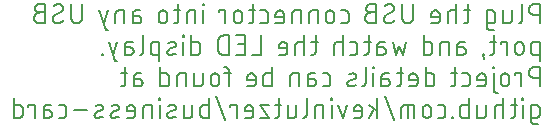
<source format=gbr>
G04 EAGLE Gerber RS-274X export*
G75*
%MOMM*%
%FSLAX34Y34*%
%LPD*%
%INSilkscreen Bottom*%
%IPPOS*%
%AMOC8*
5,1,8,0,0,1.08239X$1,22.5*%
G01*
%ADD10C,0.152400*%


D10*
X456438Y468122D02*
X456438Y484378D01*
X451922Y484378D01*
X451789Y484376D01*
X451657Y484370D01*
X451525Y484360D01*
X451393Y484347D01*
X451261Y484329D01*
X451131Y484308D01*
X451000Y484283D01*
X450871Y484254D01*
X450743Y484221D01*
X450615Y484185D01*
X450489Y484145D01*
X450364Y484101D01*
X450240Y484053D01*
X450118Y484002D01*
X449997Y483947D01*
X449878Y483889D01*
X449760Y483827D01*
X449645Y483762D01*
X449531Y483693D01*
X449420Y483622D01*
X449311Y483546D01*
X449204Y483468D01*
X449099Y483387D01*
X448997Y483302D01*
X448897Y483215D01*
X448800Y483125D01*
X448705Y483032D01*
X448614Y482936D01*
X448525Y482838D01*
X448439Y482737D01*
X448356Y482633D01*
X448276Y482527D01*
X448200Y482419D01*
X448126Y482309D01*
X448056Y482196D01*
X447989Y482082D01*
X447926Y481965D01*
X447866Y481847D01*
X447809Y481727D01*
X447756Y481605D01*
X447707Y481482D01*
X447661Y481358D01*
X447619Y481232D01*
X447581Y481105D01*
X447546Y480977D01*
X447515Y480848D01*
X447488Y480719D01*
X447465Y480588D01*
X447445Y480457D01*
X447430Y480325D01*
X447418Y480193D01*
X447410Y480061D01*
X447406Y479928D01*
X447406Y479796D01*
X447410Y479663D01*
X447418Y479531D01*
X447430Y479399D01*
X447445Y479267D01*
X447465Y479136D01*
X447488Y479005D01*
X447515Y478876D01*
X447546Y478747D01*
X447581Y478619D01*
X447619Y478492D01*
X447661Y478366D01*
X447707Y478242D01*
X447756Y478119D01*
X447809Y477997D01*
X447866Y477877D01*
X447926Y477759D01*
X447989Y477642D01*
X448056Y477528D01*
X448126Y477415D01*
X448200Y477305D01*
X448276Y477197D01*
X448356Y477091D01*
X448439Y476987D01*
X448525Y476886D01*
X448614Y476788D01*
X448705Y476692D01*
X448800Y476599D01*
X448897Y476509D01*
X448997Y476422D01*
X449099Y476337D01*
X449204Y476256D01*
X449311Y476178D01*
X449420Y476102D01*
X449531Y476031D01*
X449645Y475962D01*
X449760Y475897D01*
X449878Y475835D01*
X449997Y475777D01*
X450118Y475722D01*
X450240Y475671D01*
X450364Y475623D01*
X450489Y475579D01*
X450615Y475539D01*
X450743Y475503D01*
X450871Y475470D01*
X451000Y475441D01*
X451131Y475416D01*
X451261Y475395D01*
X451393Y475377D01*
X451525Y475364D01*
X451657Y475354D01*
X451789Y475348D01*
X451922Y475346D01*
X451922Y475347D02*
X456438Y475347D01*
X441441Y470831D02*
X441441Y484378D01*
X441441Y470831D02*
X441439Y470730D01*
X441433Y470629D01*
X441424Y470528D01*
X441411Y470427D01*
X441394Y470327D01*
X441373Y470228D01*
X441349Y470130D01*
X441321Y470033D01*
X441289Y469936D01*
X441254Y469841D01*
X441215Y469748D01*
X441173Y469656D01*
X441127Y469565D01*
X441078Y469477D01*
X441026Y469390D01*
X440970Y469305D01*
X440912Y469222D01*
X440850Y469142D01*
X440785Y469064D01*
X440718Y468988D01*
X440648Y468915D01*
X440575Y468845D01*
X440499Y468778D01*
X440421Y468713D01*
X440341Y468651D01*
X440258Y468593D01*
X440173Y468537D01*
X440087Y468485D01*
X439998Y468436D01*
X439907Y468390D01*
X439815Y468348D01*
X439722Y468309D01*
X439627Y468274D01*
X439530Y468242D01*
X439433Y468214D01*
X439335Y468190D01*
X439236Y468169D01*
X439136Y468152D01*
X439035Y468139D01*
X438934Y468130D01*
X438833Y468124D01*
X438732Y468122D01*
X432820Y470831D02*
X432820Y478959D01*
X432820Y470831D02*
X432818Y470730D01*
X432812Y470629D01*
X432803Y470528D01*
X432790Y470427D01*
X432773Y470327D01*
X432752Y470228D01*
X432728Y470130D01*
X432700Y470033D01*
X432668Y469936D01*
X432633Y469841D01*
X432594Y469748D01*
X432552Y469656D01*
X432506Y469565D01*
X432457Y469477D01*
X432405Y469390D01*
X432349Y469305D01*
X432291Y469222D01*
X432229Y469142D01*
X432164Y469064D01*
X432097Y468988D01*
X432027Y468915D01*
X431954Y468845D01*
X431878Y468778D01*
X431800Y468713D01*
X431720Y468651D01*
X431637Y468593D01*
X431552Y468537D01*
X431466Y468485D01*
X431377Y468436D01*
X431286Y468390D01*
X431194Y468348D01*
X431101Y468309D01*
X431006Y468274D01*
X430909Y468242D01*
X430812Y468214D01*
X430714Y468190D01*
X430615Y468169D01*
X430515Y468152D01*
X430414Y468139D01*
X430313Y468130D01*
X430212Y468124D01*
X430111Y468122D01*
X425595Y468122D01*
X425595Y478959D01*
X416116Y468122D02*
X411600Y468122D01*
X416116Y468122D02*
X416217Y468124D01*
X416318Y468130D01*
X416419Y468139D01*
X416520Y468152D01*
X416620Y468169D01*
X416719Y468190D01*
X416817Y468214D01*
X416914Y468242D01*
X417011Y468274D01*
X417106Y468309D01*
X417199Y468348D01*
X417291Y468390D01*
X417382Y468436D01*
X417471Y468485D01*
X417557Y468537D01*
X417642Y468593D01*
X417725Y468651D01*
X417805Y468713D01*
X417883Y468778D01*
X417959Y468845D01*
X418032Y468915D01*
X418102Y468988D01*
X418169Y469064D01*
X418234Y469142D01*
X418296Y469222D01*
X418354Y469305D01*
X418410Y469390D01*
X418462Y469477D01*
X418511Y469565D01*
X418557Y469656D01*
X418599Y469748D01*
X418638Y469841D01*
X418673Y469936D01*
X418705Y470033D01*
X418733Y470130D01*
X418757Y470228D01*
X418778Y470327D01*
X418795Y470427D01*
X418808Y470528D01*
X418817Y470629D01*
X418823Y470730D01*
X418825Y470831D01*
X418825Y476250D01*
X418823Y476351D01*
X418817Y476452D01*
X418808Y476553D01*
X418795Y476654D01*
X418778Y476754D01*
X418757Y476853D01*
X418733Y476951D01*
X418705Y477048D01*
X418673Y477145D01*
X418638Y477240D01*
X418599Y477333D01*
X418557Y477425D01*
X418511Y477516D01*
X418462Y477605D01*
X418410Y477691D01*
X418354Y477776D01*
X418296Y477859D01*
X418234Y477939D01*
X418169Y478017D01*
X418102Y478093D01*
X418032Y478166D01*
X417959Y478236D01*
X417883Y478303D01*
X417805Y478368D01*
X417725Y478430D01*
X417642Y478488D01*
X417557Y478544D01*
X417471Y478596D01*
X417382Y478645D01*
X417291Y478691D01*
X417199Y478733D01*
X417106Y478772D01*
X417011Y478807D01*
X416914Y478839D01*
X416817Y478867D01*
X416719Y478891D01*
X416620Y478912D01*
X416520Y478929D01*
X416419Y478942D01*
X416318Y478951D01*
X416217Y478957D01*
X416116Y478959D01*
X411600Y478959D01*
X411600Y465413D01*
X411601Y465413D02*
X411603Y465312D01*
X411609Y465211D01*
X411618Y465110D01*
X411631Y465009D01*
X411648Y464909D01*
X411669Y464810D01*
X411693Y464712D01*
X411721Y464615D01*
X411753Y464518D01*
X411788Y464423D01*
X411827Y464330D01*
X411869Y464238D01*
X411915Y464147D01*
X411964Y464059D01*
X412016Y463972D01*
X412072Y463887D01*
X412130Y463804D01*
X412192Y463724D01*
X412257Y463646D01*
X412324Y463570D01*
X412394Y463497D01*
X412467Y463427D01*
X412543Y463360D01*
X412621Y463295D01*
X412701Y463233D01*
X412784Y463175D01*
X412869Y463119D01*
X412956Y463067D01*
X413044Y463018D01*
X413135Y462972D01*
X413227Y462930D01*
X413320Y462891D01*
X413415Y462856D01*
X413512Y462824D01*
X413609Y462796D01*
X413707Y462772D01*
X413806Y462751D01*
X413906Y462734D01*
X414007Y462721D01*
X414108Y462712D01*
X414209Y462706D01*
X414310Y462704D01*
X414310Y462703D02*
X417922Y462703D01*
X397645Y478959D02*
X392226Y478959D01*
X395838Y484378D02*
X395838Y470831D01*
X395836Y470730D01*
X395830Y470629D01*
X395821Y470528D01*
X395808Y470427D01*
X395791Y470327D01*
X395770Y470228D01*
X395746Y470130D01*
X395718Y470033D01*
X395686Y469936D01*
X395651Y469841D01*
X395612Y469748D01*
X395570Y469656D01*
X395524Y469565D01*
X395475Y469477D01*
X395423Y469390D01*
X395367Y469305D01*
X395309Y469222D01*
X395247Y469142D01*
X395182Y469064D01*
X395115Y468988D01*
X395045Y468915D01*
X394972Y468845D01*
X394896Y468778D01*
X394818Y468713D01*
X394738Y468651D01*
X394655Y468593D01*
X394570Y468537D01*
X394484Y468485D01*
X394395Y468436D01*
X394304Y468390D01*
X394212Y468348D01*
X394119Y468309D01*
X394024Y468274D01*
X393927Y468242D01*
X393830Y468214D01*
X393732Y468190D01*
X393633Y468169D01*
X393533Y468152D01*
X393432Y468139D01*
X393331Y468130D01*
X393230Y468124D01*
X393129Y468122D01*
X392226Y468122D01*
X385926Y468122D02*
X385926Y484378D01*
X385926Y478959D02*
X381411Y478959D01*
X381307Y478957D01*
X381204Y478951D01*
X381100Y478941D01*
X380997Y478927D01*
X380895Y478909D01*
X380794Y478888D01*
X380693Y478862D01*
X380594Y478833D01*
X380495Y478800D01*
X380398Y478763D01*
X380303Y478722D01*
X380209Y478678D01*
X380117Y478630D01*
X380027Y478579D01*
X379938Y478524D01*
X379852Y478466D01*
X379769Y478404D01*
X379687Y478340D01*
X379609Y478272D01*
X379533Y478202D01*
X379459Y478129D01*
X379389Y478052D01*
X379321Y477974D01*
X379257Y477892D01*
X379195Y477809D01*
X379137Y477723D01*
X379082Y477634D01*
X379031Y477544D01*
X378983Y477452D01*
X378939Y477358D01*
X378898Y477263D01*
X378861Y477166D01*
X378828Y477067D01*
X378799Y476968D01*
X378773Y476867D01*
X378752Y476766D01*
X378734Y476664D01*
X378720Y476561D01*
X378710Y476457D01*
X378704Y476354D01*
X378702Y476250D01*
X378702Y468122D01*
X369149Y468122D02*
X364634Y468122D01*
X369149Y468122D02*
X369250Y468124D01*
X369351Y468130D01*
X369452Y468139D01*
X369553Y468152D01*
X369653Y468169D01*
X369752Y468190D01*
X369850Y468214D01*
X369947Y468242D01*
X370044Y468274D01*
X370139Y468309D01*
X370232Y468348D01*
X370324Y468390D01*
X370415Y468436D01*
X370504Y468485D01*
X370590Y468537D01*
X370675Y468593D01*
X370758Y468651D01*
X370838Y468713D01*
X370916Y468778D01*
X370992Y468845D01*
X371065Y468915D01*
X371135Y468988D01*
X371202Y469064D01*
X371267Y469142D01*
X371329Y469222D01*
X371387Y469305D01*
X371443Y469390D01*
X371495Y469477D01*
X371544Y469565D01*
X371590Y469656D01*
X371632Y469748D01*
X371671Y469841D01*
X371706Y469936D01*
X371738Y470033D01*
X371766Y470130D01*
X371790Y470228D01*
X371811Y470327D01*
X371828Y470427D01*
X371841Y470528D01*
X371850Y470629D01*
X371856Y470730D01*
X371858Y470831D01*
X371858Y475347D01*
X371856Y475466D01*
X371850Y475586D01*
X371840Y475705D01*
X371826Y475823D01*
X371809Y475942D01*
X371787Y476059D01*
X371762Y476176D01*
X371732Y476291D01*
X371699Y476406D01*
X371662Y476520D01*
X371622Y476632D01*
X371577Y476743D01*
X371529Y476852D01*
X371478Y476960D01*
X371423Y477066D01*
X371364Y477170D01*
X371302Y477272D01*
X371237Y477372D01*
X371168Y477470D01*
X371096Y477566D01*
X371021Y477659D01*
X370944Y477749D01*
X370863Y477837D01*
X370779Y477922D01*
X370692Y478004D01*
X370603Y478084D01*
X370511Y478160D01*
X370417Y478234D01*
X370320Y478304D01*
X370222Y478371D01*
X370121Y478435D01*
X370017Y478495D01*
X369912Y478552D01*
X369805Y478605D01*
X369697Y478655D01*
X369587Y478701D01*
X369475Y478743D01*
X369362Y478782D01*
X369248Y478817D01*
X369133Y478848D01*
X369016Y478876D01*
X368899Y478899D01*
X368782Y478919D01*
X368663Y478935D01*
X368544Y478947D01*
X368425Y478955D01*
X368306Y478959D01*
X368186Y478959D01*
X368067Y478955D01*
X367948Y478947D01*
X367829Y478935D01*
X367710Y478919D01*
X367593Y478899D01*
X367476Y478876D01*
X367359Y478848D01*
X367244Y478817D01*
X367130Y478782D01*
X367017Y478743D01*
X366905Y478701D01*
X366795Y478655D01*
X366687Y478605D01*
X366580Y478552D01*
X366475Y478495D01*
X366371Y478435D01*
X366270Y478371D01*
X366172Y478304D01*
X366075Y478234D01*
X365981Y478160D01*
X365889Y478084D01*
X365800Y478004D01*
X365713Y477922D01*
X365629Y477837D01*
X365548Y477749D01*
X365471Y477659D01*
X365396Y477566D01*
X365324Y477470D01*
X365255Y477372D01*
X365190Y477272D01*
X365128Y477170D01*
X365069Y477066D01*
X365014Y476960D01*
X364963Y476852D01*
X364915Y476743D01*
X364870Y476632D01*
X364830Y476520D01*
X364793Y476406D01*
X364760Y476291D01*
X364730Y476176D01*
X364705Y476059D01*
X364683Y475942D01*
X364666Y475823D01*
X364652Y475705D01*
X364642Y475586D01*
X364636Y475466D01*
X364634Y475347D01*
X364634Y473541D01*
X371858Y473541D01*
X349315Y472638D02*
X349315Y484378D01*
X349315Y472638D02*
X349313Y472505D01*
X349307Y472373D01*
X349297Y472241D01*
X349284Y472109D01*
X349266Y471977D01*
X349245Y471847D01*
X349220Y471716D01*
X349191Y471587D01*
X349158Y471459D01*
X349122Y471331D01*
X349082Y471205D01*
X349038Y471080D01*
X348990Y470956D01*
X348939Y470834D01*
X348884Y470713D01*
X348826Y470594D01*
X348764Y470476D01*
X348699Y470361D01*
X348630Y470247D01*
X348559Y470136D01*
X348483Y470027D01*
X348405Y469920D01*
X348324Y469815D01*
X348239Y469713D01*
X348152Y469613D01*
X348062Y469516D01*
X347969Y469421D01*
X347873Y469330D01*
X347775Y469241D01*
X347674Y469155D01*
X347570Y469072D01*
X347464Y468992D01*
X347356Y468916D01*
X347246Y468842D01*
X347133Y468772D01*
X347019Y468705D01*
X346902Y468642D01*
X346784Y468582D01*
X346664Y468525D01*
X346542Y468472D01*
X346419Y468423D01*
X346295Y468377D01*
X346169Y468335D01*
X346042Y468297D01*
X345914Y468262D01*
X345785Y468231D01*
X345656Y468204D01*
X345525Y468181D01*
X345394Y468161D01*
X345262Y468146D01*
X345130Y468134D01*
X344998Y468126D01*
X344865Y468122D01*
X344733Y468122D01*
X344600Y468126D01*
X344468Y468134D01*
X344336Y468146D01*
X344204Y468161D01*
X344073Y468181D01*
X343942Y468204D01*
X343813Y468231D01*
X343684Y468262D01*
X343556Y468297D01*
X343429Y468335D01*
X343303Y468377D01*
X343179Y468423D01*
X343056Y468472D01*
X342934Y468525D01*
X342814Y468582D01*
X342696Y468642D01*
X342579Y468705D01*
X342465Y468772D01*
X342352Y468842D01*
X342242Y468916D01*
X342134Y468992D01*
X342028Y469072D01*
X341924Y469155D01*
X341823Y469241D01*
X341725Y469330D01*
X341629Y469421D01*
X341536Y469516D01*
X341446Y469613D01*
X341359Y469713D01*
X341274Y469815D01*
X341193Y469920D01*
X341115Y470027D01*
X341039Y470136D01*
X340968Y470247D01*
X340899Y470361D01*
X340834Y470476D01*
X340772Y470594D01*
X340714Y470713D01*
X340659Y470834D01*
X340608Y470956D01*
X340560Y471080D01*
X340516Y471205D01*
X340476Y471331D01*
X340440Y471459D01*
X340407Y471587D01*
X340378Y471716D01*
X340353Y471847D01*
X340332Y471977D01*
X340314Y472109D01*
X340301Y472241D01*
X340291Y472373D01*
X340285Y472505D01*
X340283Y472638D01*
X340284Y472638D02*
X340284Y484378D01*
X324653Y471734D02*
X324655Y471616D01*
X324661Y471498D01*
X324670Y471380D01*
X324684Y471263D01*
X324701Y471146D01*
X324722Y471029D01*
X324747Y470914D01*
X324776Y470799D01*
X324809Y470685D01*
X324845Y470573D01*
X324885Y470462D01*
X324928Y470352D01*
X324975Y470243D01*
X325025Y470136D01*
X325080Y470031D01*
X325137Y469928D01*
X325198Y469827D01*
X325262Y469727D01*
X325329Y469630D01*
X325399Y469535D01*
X325473Y469443D01*
X325549Y469352D01*
X325629Y469265D01*
X325711Y469180D01*
X325796Y469098D01*
X325883Y469018D01*
X325974Y468942D01*
X326066Y468868D01*
X326161Y468798D01*
X326258Y468731D01*
X326358Y468667D01*
X326459Y468606D01*
X326562Y468549D01*
X326667Y468494D01*
X326774Y468444D01*
X326883Y468397D01*
X326993Y468354D01*
X327104Y468314D01*
X327216Y468278D01*
X327330Y468245D01*
X327445Y468216D01*
X327560Y468191D01*
X327677Y468170D01*
X327794Y468153D01*
X327911Y468139D01*
X328029Y468130D01*
X328147Y468124D01*
X328265Y468122D01*
X328448Y468124D01*
X328630Y468131D01*
X328812Y468142D01*
X328994Y468157D01*
X329176Y468177D01*
X329357Y468201D01*
X329537Y468229D01*
X329717Y468261D01*
X329896Y468298D01*
X330073Y468339D01*
X330250Y468385D01*
X330426Y468434D01*
X330601Y468488D01*
X330774Y468546D01*
X330945Y468608D01*
X331116Y468674D01*
X331284Y468745D01*
X331451Y468819D01*
X331616Y468897D01*
X331779Y468979D01*
X331940Y469065D01*
X332099Y469155D01*
X332256Y469249D01*
X332410Y469346D01*
X332562Y469447D01*
X332712Y469552D01*
X332859Y469660D01*
X333003Y469771D01*
X333145Y469886D01*
X333284Y470005D01*
X333420Y470127D01*
X333553Y470252D01*
X333683Y470380D01*
X333231Y480766D02*
X333229Y480884D01*
X333223Y481002D01*
X333214Y481120D01*
X333200Y481237D01*
X333183Y481354D01*
X333162Y481471D01*
X333137Y481586D01*
X333108Y481701D01*
X333075Y481815D01*
X333039Y481927D01*
X332999Y482038D01*
X332956Y482148D01*
X332909Y482257D01*
X332859Y482364D01*
X332804Y482469D01*
X332747Y482572D01*
X332686Y482673D01*
X332622Y482773D01*
X332555Y482870D01*
X332485Y482965D01*
X332411Y483057D01*
X332335Y483148D01*
X332255Y483235D01*
X332173Y483320D01*
X332088Y483402D01*
X332001Y483482D01*
X331910Y483558D01*
X331818Y483632D01*
X331723Y483702D01*
X331626Y483769D01*
X331526Y483833D01*
X331425Y483894D01*
X331322Y483951D01*
X331217Y484006D01*
X331110Y484056D01*
X331001Y484103D01*
X330891Y484146D01*
X330780Y484186D01*
X330668Y484222D01*
X330554Y484255D01*
X330439Y484284D01*
X330324Y484309D01*
X330207Y484330D01*
X330090Y484347D01*
X329973Y484361D01*
X329855Y484370D01*
X329737Y484376D01*
X329619Y484378D01*
X329458Y484376D01*
X329296Y484370D01*
X329135Y484361D01*
X328974Y484347D01*
X328814Y484330D01*
X328654Y484309D01*
X328494Y484284D01*
X328335Y484255D01*
X328177Y484223D01*
X328020Y484187D01*
X327864Y484147D01*
X327708Y484103D01*
X327554Y484055D01*
X327401Y484004D01*
X327249Y483950D01*
X327098Y483891D01*
X326949Y483830D01*
X326802Y483764D01*
X326656Y483695D01*
X326511Y483623D01*
X326369Y483547D01*
X326228Y483468D01*
X326089Y483386D01*
X325953Y483300D01*
X325818Y483211D01*
X325685Y483119D01*
X325555Y483023D01*
X331426Y477605D02*
X331527Y477667D01*
X331627Y477732D01*
X331724Y477801D01*
X331819Y477873D01*
X331912Y477947D01*
X332002Y478025D01*
X332090Y478106D01*
X332175Y478189D01*
X332257Y478275D01*
X332336Y478364D01*
X332413Y478455D01*
X332486Y478549D01*
X332557Y478645D01*
X332624Y478743D01*
X332688Y478843D01*
X332749Y478946D01*
X332806Y479050D01*
X332860Y479156D01*
X332910Y479264D01*
X332957Y479373D01*
X333001Y479484D01*
X333041Y479596D01*
X333077Y479710D01*
X333109Y479824D01*
X333138Y479940D01*
X333163Y480056D01*
X333184Y480173D01*
X333201Y480291D01*
X333215Y480409D01*
X333224Y480528D01*
X333230Y480647D01*
X333232Y480766D01*
X326458Y474895D02*
X326357Y474833D01*
X326257Y474768D01*
X326160Y474699D01*
X326065Y474627D01*
X325972Y474553D01*
X325882Y474475D01*
X325794Y474394D01*
X325709Y474311D01*
X325627Y474225D01*
X325548Y474136D01*
X325471Y474045D01*
X325398Y473951D01*
X325327Y473855D01*
X325260Y473757D01*
X325196Y473657D01*
X325135Y473554D01*
X325078Y473450D01*
X325024Y473344D01*
X324974Y473236D01*
X324927Y473127D01*
X324883Y473016D01*
X324843Y472904D01*
X324807Y472790D01*
X324775Y472676D01*
X324746Y472560D01*
X324721Y472444D01*
X324700Y472327D01*
X324683Y472209D01*
X324669Y472091D01*
X324660Y471972D01*
X324654Y471853D01*
X324652Y471734D01*
X326459Y474895D02*
X331426Y477605D01*
X317841Y477153D02*
X313326Y477153D01*
X313326Y477154D02*
X313193Y477152D01*
X313061Y477146D01*
X312929Y477136D01*
X312797Y477123D01*
X312665Y477105D01*
X312535Y477084D01*
X312404Y477059D01*
X312275Y477030D01*
X312147Y476997D01*
X312019Y476961D01*
X311893Y476921D01*
X311768Y476877D01*
X311644Y476829D01*
X311522Y476778D01*
X311401Y476723D01*
X311282Y476665D01*
X311164Y476603D01*
X311049Y476538D01*
X310935Y476469D01*
X310824Y476398D01*
X310715Y476322D01*
X310608Y476244D01*
X310503Y476163D01*
X310401Y476078D01*
X310301Y475991D01*
X310204Y475901D01*
X310109Y475808D01*
X310018Y475712D01*
X309929Y475614D01*
X309843Y475513D01*
X309760Y475409D01*
X309680Y475303D01*
X309604Y475195D01*
X309530Y475085D01*
X309460Y474972D01*
X309393Y474858D01*
X309330Y474741D01*
X309270Y474623D01*
X309213Y474503D01*
X309160Y474381D01*
X309111Y474258D01*
X309065Y474134D01*
X309023Y474008D01*
X308985Y473881D01*
X308950Y473753D01*
X308919Y473624D01*
X308892Y473495D01*
X308869Y473364D01*
X308849Y473233D01*
X308834Y473101D01*
X308822Y472969D01*
X308814Y472837D01*
X308810Y472704D01*
X308810Y472572D01*
X308814Y472439D01*
X308822Y472307D01*
X308834Y472175D01*
X308849Y472043D01*
X308869Y471912D01*
X308892Y471781D01*
X308919Y471652D01*
X308950Y471523D01*
X308985Y471395D01*
X309023Y471268D01*
X309065Y471142D01*
X309111Y471018D01*
X309160Y470895D01*
X309213Y470773D01*
X309270Y470653D01*
X309330Y470535D01*
X309393Y470418D01*
X309460Y470304D01*
X309530Y470191D01*
X309604Y470081D01*
X309680Y469973D01*
X309760Y469867D01*
X309843Y469763D01*
X309929Y469662D01*
X310018Y469564D01*
X310109Y469468D01*
X310204Y469375D01*
X310301Y469285D01*
X310401Y469198D01*
X310503Y469113D01*
X310608Y469032D01*
X310715Y468954D01*
X310824Y468878D01*
X310935Y468807D01*
X311049Y468738D01*
X311164Y468673D01*
X311282Y468611D01*
X311401Y468553D01*
X311522Y468498D01*
X311644Y468447D01*
X311768Y468399D01*
X311893Y468355D01*
X312019Y468315D01*
X312147Y468279D01*
X312275Y468246D01*
X312404Y468217D01*
X312535Y468192D01*
X312665Y468171D01*
X312797Y468153D01*
X312929Y468140D01*
X313061Y468130D01*
X313193Y468124D01*
X313326Y468122D01*
X317841Y468122D01*
X317841Y484378D01*
X313326Y484378D01*
X313207Y484376D01*
X313087Y484370D01*
X312968Y484360D01*
X312850Y484346D01*
X312731Y484329D01*
X312614Y484307D01*
X312497Y484282D01*
X312382Y484252D01*
X312267Y484219D01*
X312153Y484182D01*
X312041Y484142D01*
X311930Y484097D01*
X311821Y484049D01*
X311713Y483998D01*
X311607Y483943D01*
X311503Y483884D01*
X311401Y483822D01*
X311301Y483757D01*
X311203Y483688D01*
X311107Y483616D01*
X311014Y483541D01*
X310924Y483464D01*
X310836Y483383D01*
X310751Y483299D01*
X310669Y483212D01*
X310589Y483123D01*
X310513Y483031D01*
X310439Y482937D01*
X310369Y482840D01*
X310302Y482742D01*
X310238Y482641D01*
X310178Y482537D01*
X310121Y482432D01*
X310068Y482325D01*
X310018Y482217D01*
X309972Y482107D01*
X309930Y481995D01*
X309891Y481882D01*
X309856Y481768D01*
X309825Y481653D01*
X309797Y481536D01*
X309774Y481419D01*
X309754Y481302D01*
X309738Y481183D01*
X309726Y481064D01*
X309718Y480945D01*
X309714Y480826D01*
X309714Y480706D01*
X309718Y480587D01*
X309726Y480468D01*
X309738Y480349D01*
X309754Y480230D01*
X309774Y480113D01*
X309797Y479996D01*
X309825Y479879D01*
X309856Y479764D01*
X309891Y479650D01*
X309930Y479537D01*
X309972Y479425D01*
X310018Y479315D01*
X310068Y479207D01*
X310121Y479100D01*
X310178Y478995D01*
X310238Y478891D01*
X310302Y478790D01*
X310369Y478692D01*
X310439Y478595D01*
X310513Y478501D01*
X310589Y478409D01*
X310669Y478320D01*
X310751Y478233D01*
X310836Y478149D01*
X310924Y478068D01*
X311014Y477991D01*
X311107Y477916D01*
X311203Y477844D01*
X311301Y477775D01*
X311401Y477710D01*
X311503Y477648D01*
X311607Y477589D01*
X311713Y477534D01*
X311821Y477483D01*
X311930Y477435D01*
X312041Y477390D01*
X312153Y477350D01*
X312267Y477313D01*
X312382Y477280D01*
X312497Y477250D01*
X312614Y477225D01*
X312731Y477203D01*
X312850Y477186D01*
X312968Y477172D01*
X313087Y477162D01*
X313207Y477156D01*
X313326Y477154D01*
X292017Y468122D02*
X288405Y468122D01*
X292017Y468122D02*
X292118Y468124D01*
X292219Y468130D01*
X292320Y468139D01*
X292421Y468152D01*
X292521Y468169D01*
X292620Y468190D01*
X292718Y468214D01*
X292815Y468242D01*
X292912Y468274D01*
X293007Y468309D01*
X293100Y468348D01*
X293192Y468390D01*
X293283Y468436D01*
X293372Y468485D01*
X293458Y468537D01*
X293543Y468593D01*
X293626Y468651D01*
X293706Y468713D01*
X293784Y468778D01*
X293860Y468845D01*
X293933Y468915D01*
X294003Y468988D01*
X294070Y469064D01*
X294135Y469142D01*
X294197Y469222D01*
X294255Y469305D01*
X294311Y469390D01*
X294363Y469477D01*
X294412Y469565D01*
X294458Y469656D01*
X294500Y469748D01*
X294539Y469841D01*
X294574Y469936D01*
X294606Y470033D01*
X294634Y470130D01*
X294658Y470228D01*
X294679Y470327D01*
X294696Y470427D01*
X294709Y470528D01*
X294718Y470629D01*
X294724Y470730D01*
X294726Y470831D01*
X294727Y470831D02*
X294727Y476250D01*
X294726Y476250D02*
X294724Y476351D01*
X294718Y476452D01*
X294709Y476553D01*
X294696Y476654D01*
X294679Y476754D01*
X294658Y476853D01*
X294634Y476951D01*
X294606Y477048D01*
X294574Y477145D01*
X294539Y477240D01*
X294500Y477333D01*
X294458Y477425D01*
X294412Y477516D01*
X294363Y477605D01*
X294311Y477691D01*
X294255Y477776D01*
X294197Y477859D01*
X294135Y477939D01*
X294070Y478017D01*
X294003Y478093D01*
X293933Y478166D01*
X293860Y478236D01*
X293784Y478303D01*
X293706Y478368D01*
X293626Y478430D01*
X293543Y478488D01*
X293458Y478544D01*
X293372Y478596D01*
X293283Y478645D01*
X293192Y478691D01*
X293100Y478733D01*
X293007Y478772D01*
X292912Y478807D01*
X292815Y478839D01*
X292718Y478867D01*
X292620Y478891D01*
X292521Y478912D01*
X292421Y478929D01*
X292320Y478942D01*
X292219Y478951D01*
X292118Y478957D01*
X292017Y478959D01*
X288405Y478959D01*
X282760Y475347D02*
X282760Y471734D01*
X282760Y475347D02*
X282758Y475466D01*
X282752Y475586D01*
X282742Y475705D01*
X282728Y475823D01*
X282711Y475942D01*
X282689Y476059D01*
X282664Y476176D01*
X282634Y476291D01*
X282601Y476406D01*
X282564Y476520D01*
X282524Y476632D01*
X282479Y476743D01*
X282431Y476852D01*
X282380Y476960D01*
X282325Y477066D01*
X282266Y477170D01*
X282204Y477272D01*
X282139Y477372D01*
X282070Y477470D01*
X281998Y477566D01*
X281923Y477659D01*
X281846Y477749D01*
X281765Y477837D01*
X281681Y477922D01*
X281594Y478004D01*
X281505Y478084D01*
X281413Y478160D01*
X281319Y478234D01*
X281222Y478304D01*
X281124Y478371D01*
X281023Y478435D01*
X280919Y478495D01*
X280814Y478552D01*
X280707Y478605D01*
X280599Y478655D01*
X280489Y478701D01*
X280377Y478743D01*
X280264Y478782D01*
X280150Y478817D01*
X280035Y478848D01*
X279918Y478876D01*
X279801Y478899D01*
X279684Y478919D01*
X279565Y478935D01*
X279446Y478947D01*
X279327Y478955D01*
X279208Y478959D01*
X279088Y478959D01*
X278969Y478955D01*
X278850Y478947D01*
X278731Y478935D01*
X278612Y478919D01*
X278495Y478899D01*
X278378Y478876D01*
X278261Y478848D01*
X278146Y478817D01*
X278032Y478782D01*
X277919Y478743D01*
X277807Y478701D01*
X277697Y478655D01*
X277589Y478605D01*
X277482Y478552D01*
X277377Y478495D01*
X277273Y478435D01*
X277172Y478371D01*
X277074Y478304D01*
X276977Y478234D01*
X276883Y478160D01*
X276791Y478084D01*
X276702Y478004D01*
X276615Y477922D01*
X276531Y477837D01*
X276450Y477749D01*
X276373Y477659D01*
X276298Y477566D01*
X276226Y477470D01*
X276157Y477372D01*
X276092Y477272D01*
X276030Y477170D01*
X275971Y477066D01*
X275916Y476960D01*
X275865Y476852D01*
X275817Y476743D01*
X275772Y476632D01*
X275732Y476520D01*
X275695Y476406D01*
X275662Y476291D01*
X275632Y476176D01*
X275607Y476059D01*
X275585Y475942D01*
X275568Y475823D01*
X275554Y475705D01*
X275544Y475586D01*
X275538Y475466D01*
X275536Y475347D01*
X275535Y475347D02*
X275535Y471734D01*
X275536Y471734D02*
X275538Y471615D01*
X275544Y471495D01*
X275554Y471376D01*
X275568Y471258D01*
X275585Y471139D01*
X275607Y471022D01*
X275632Y470905D01*
X275662Y470790D01*
X275695Y470675D01*
X275732Y470561D01*
X275772Y470449D01*
X275817Y470338D01*
X275865Y470229D01*
X275916Y470121D01*
X275971Y470015D01*
X276030Y469911D01*
X276092Y469809D01*
X276157Y469709D01*
X276226Y469611D01*
X276298Y469515D01*
X276373Y469422D01*
X276450Y469332D01*
X276531Y469244D01*
X276615Y469159D01*
X276702Y469077D01*
X276791Y468997D01*
X276883Y468921D01*
X276977Y468847D01*
X277074Y468777D01*
X277172Y468710D01*
X277273Y468646D01*
X277377Y468586D01*
X277482Y468529D01*
X277589Y468476D01*
X277697Y468426D01*
X277807Y468380D01*
X277919Y468338D01*
X278032Y468299D01*
X278146Y468264D01*
X278261Y468233D01*
X278378Y468205D01*
X278495Y468182D01*
X278612Y468162D01*
X278731Y468146D01*
X278850Y468134D01*
X278969Y468126D01*
X279088Y468122D01*
X279208Y468122D01*
X279327Y468126D01*
X279446Y468134D01*
X279565Y468146D01*
X279684Y468162D01*
X279801Y468182D01*
X279918Y468205D01*
X280035Y468233D01*
X280150Y468264D01*
X280264Y468299D01*
X280377Y468338D01*
X280489Y468380D01*
X280599Y468426D01*
X280707Y468476D01*
X280814Y468529D01*
X280919Y468586D01*
X281023Y468646D01*
X281124Y468710D01*
X281222Y468777D01*
X281319Y468847D01*
X281413Y468921D01*
X281505Y468997D01*
X281594Y469077D01*
X281681Y469159D01*
X281765Y469244D01*
X281846Y469332D01*
X281923Y469422D01*
X281998Y469515D01*
X282070Y469611D01*
X282139Y469709D01*
X282204Y469809D01*
X282266Y469911D01*
X282325Y470015D01*
X282380Y470121D01*
X282431Y470229D01*
X282479Y470338D01*
X282524Y470449D01*
X282564Y470561D01*
X282601Y470675D01*
X282634Y470790D01*
X282664Y470905D01*
X282689Y471022D01*
X282711Y471139D01*
X282728Y471258D01*
X282742Y471376D01*
X282752Y471495D01*
X282758Y471615D01*
X282760Y471734D01*
X268692Y468122D02*
X268692Y478959D01*
X264177Y478959D01*
X264073Y478957D01*
X263970Y478951D01*
X263866Y478941D01*
X263763Y478927D01*
X263661Y478909D01*
X263560Y478888D01*
X263459Y478862D01*
X263360Y478833D01*
X263261Y478800D01*
X263164Y478763D01*
X263069Y478722D01*
X262975Y478678D01*
X262883Y478630D01*
X262793Y478579D01*
X262704Y478524D01*
X262618Y478466D01*
X262535Y478404D01*
X262453Y478340D01*
X262375Y478272D01*
X262299Y478202D01*
X262225Y478129D01*
X262155Y478052D01*
X262087Y477974D01*
X262023Y477892D01*
X261961Y477809D01*
X261903Y477723D01*
X261848Y477634D01*
X261797Y477544D01*
X261749Y477452D01*
X261705Y477358D01*
X261664Y477263D01*
X261627Y477166D01*
X261594Y477067D01*
X261565Y476968D01*
X261539Y476867D01*
X261518Y476766D01*
X261500Y476664D01*
X261486Y476561D01*
X261476Y476457D01*
X261470Y476354D01*
X261468Y476250D01*
X261467Y476250D02*
X261467Y468122D01*
X254103Y468122D02*
X254103Y478959D01*
X249588Y478959D01*
X249484Y478957D01*
X249381Y478951D01*
X249277Y478941D01*
X249174Y478927D01*
X249072Y478909D01*
X248971Y478888D01*
X248870Y478862D01*
X248771Y478833D01*
X248672Y478800D01*
X248575Y478763D01*
X248480Y478722D01*
X248386Y478678D01*
X248294Y478630D01*
X248204Y478579D01*
X248115Y478524D01*
X248029Y478466D01*
X247946Y478404D01*
X247864Y478340D01*
X247786Y478272D01*
X247710Y478202D01*
X247636Y478129D01*
X247566Y478052D01*
X247498Y477974D01*
X247434Y477892D01*
X247372Y477809D01*
X247314Y477723D01*
X247259Y477634D01*
X247208Y477544D01*
X247160Y477452D01*
X247116Y477358D01*
X247075Y477263D01*
X247038Y477166D01*
X247005Y477067D01*
X246976Y476968D01*
X246950Y476867D01*
X246929Y476766D01*
X246911Y476664D01*
X246897Y476561D01*
X246887Y476457D01*
X246881Y476354D01*
X246879Y476250D01*
X246878Y476250D02*
X246878Y468122D01*
X237326Y468122D02*
X232810Y468122D01*
X237326Y468122D02*
X237427Y468124D01*
X237528Y468130D01*
X237629Y468139D01*
X237730Y468152D01*
X237830Y468169D01*
X237929Y468190D01*
X238027Y468214D01*
X238124Y468242D01*
X238221Y468274D01*
X238316Y468309D01*
X238409Y468348D01*
X238501Y468390D01*
X238592Y468436D01*
X238681Y468485D01*
X238767Y468537D01*
X238852Y468593D01*
X238935Y468651D01*
X239015Y468713D01*
X239093Y468778D01*
X239169Y468845D01*
X239242Y468915D01*
X239312Y468988D01*
X239379Y469064D01*
X239444Y469142D01*
X239506Y469222D01*
X239564Y469305D01*
X239620Y469390D01*
X239672Y469477D01*
X239721Y469565D01*
X239767Y469656D01*
X239809Y469748D01*
X239848Y469841D01*
X239883Y469936D01*
X239915Y470033D01*
X239943Y470130D01*
X239967Y470228D01*
X239988Y470327D01*
X240005Y470427D01*
X240018Y470528D01*
X240027Y470629D01*
X240033Y470730D01*
X240035Y470831D01*
X240035Y475347D01*
X240033Y475466D01*
X240027Y475586D01*
X240017Y475705D01*
X240003Y475823D01*
X239986Y475942D01*
X239964Y476059D01*
X239939Y476176D01*
X239909Y476291D01*
X239876Y476406D01*
X239839Y476520D01*
X239799Y476632D01*
X239754Y476743D01*
X239706Y476852D01*
X239655Y476960D01*
X239600Y477066D01*
X239541Y477170D01*
X239479Y477272D01*
X239414Y477372D01*
X239345Y477470D01*
X239273Y477566D01*
X239198Y477659D01*
X239121Y477749D01*
X239040Y477837D01*
X238956Y477922D01*
X238869Y478004D01*
X238780Y478084D01*
X238688Y478160D01*
X238594Y478234D01*
X238497Y478304D01*
X238399Y478371D01*
X238298Y478435D01*
X238194Y478495D01*
X238089Y478552D01*
X237982Y478605D01*
X237874Y478655D01*
X237764Y478701D01*
X237652Y478743D01*
X237539Y478782D01*
X237425Y478817D01*
X237310Y478848D01*
X237193Y478876D01*
X237076Y478899D01*
X236959Y478919D01*
X236840Y478935D01*
X236721Y478947D01*
X236602Y478955D01*
X236483Y478959D01*
X236363Y478959D01*
X236244Y478955D01*
X236125Y478947D01*
X236006Y478935D01*
X235887Y478919D01*
X235770Y478899D01*
X235653Y478876D01*
X235536Y478848D01*
X235421Y478817D01*
X235307Y478782D01*
X235194Y478743D01*
X235082Y478701D01*
X234972Y478655D01*
X234864Y478605D01*
X234757Y478552D01*
X234652Y478495D01*
X234548Y478435D01*
X234447Y478371D01*
X234349Y478304D01*
X234252Y478234D01*
X234158Y478160D01*
X234066Y478084D01*
X233977Y478004D01*
X233890Y477922D01*
X233806Y477837D01*
X233725Y477749D01*
X233648Y477659D01*
X233573Y477566D01*
X233501Y477470D01*
X233432Y477372D01*
X233367Y477272D01*
X233305Y477170D01*
X233246Y477066D01*
X233191Y476960D01*
X233140Y476852D01*
X233092Y476743D01*
X233047Y476632D01*
X233007Y476520D01*
X232970Y476406D01*
X232937Y476291D01*
X232907Y476176D01*
X232882Y476059D01*
X232860Y475942D01*
X232843Y475823D01*
X232829Y475705D01*
X232819Y475586D01*
X232813Y475466D01*
X232811Y475347D01*
X232810Y475347D02*
X232810Y473541D01*
X240035Y473541D01*
X223761Y468122D02*
X220149Y468122D01*
X223761Y468122D02*
X223862Y468124D01*
X223963Y468130D01*
X224064Y468139D01*
X224165Y468152D01*
X224265Y468169D01*
X224364Y468190D01*
X224462Y468214D01*
X224559Y468242D01*
X224656Y468274D01*
X224751Y468309D01*
X224844Y468348D01*
X224936Y468390D01*
X225027Y468436D01*
X225116Y468485D01*
X225202Y468537D01*
X225287Y468593D01*
X225370Y468651D01*
X225450Y468713D01*
X225528Y468778D01*
X225604Y468845D01*
X225677Y468915D01*
X225747Y468988D01*
X225814Y469064D01*
X225879Y469142D01*
X225941Y469222D01*
X225999Y469305D01*
X226055Y469390D01*
X226107Y469477D01*
X226156Y469565D01*
X226202Y469656D01*
X226244Y469748D01*
X226283Y469841D01*
X226318Y469936D01*
X226350Y470033D01*
X226378Y470130D01*
X226402Y470228D01*
X226423Y470327D01*
X226440Y470427D01*
X226453Y470528D01*
X226462Y470629D01*
X226468Y470730D01*
X226470Y470831D01*
X226470Y476250D01*
X226468Y476351D01*
X226462Y476452D01*
X226453Y476553D01*
X226440Y476654D01*
X226423Y476754D01*
X226402Y476853D01*
X226378Y476951D01*
X226350Y477048D01*
X226318Y477145D01*
X226283Y477240D01*
X226244Y477333D01*
X226202Y477425D01*
X226156Y477516D01*
X226107Y477605D01*
X226055Y477691D01*
X225999Y477776D01*
X225941Y477859D01*
X225879Y477939D01*
X225814Y478017D01*
X225747Y478093D01*
X225677Y478166D01*
X225604Y478236D01*
X225528Y478303D01*
X225450Y478368D01*
X225370Y478430D01*
X225287Y478488D01*
X225202Y478544D01*
X225116Y478596D01*
X225027Y478645D01*
X224936Y478691D01*
X224844Y478733D01*
X224751Y478772D01*
X224656Y478807D01*
X224559Y478839D01*
X224462Y478867D01*
X224364Y478891D01*
X224265Y478912D01*
X224165Y478929D01*
X224064Y478942D01*
X223963Y478951D01*
X223862Y478957D01*
X223761Y478959D01*
X220149Y478959D01*
X215801Y478959D02*
X210383Y478959D01*
X213995Y484378D02*
X213995Y470831D01*
X213993Y470730D01*
X213987Y470629D01*
X213978Y470528D01*
X213965Y470427D01*
X213948Y470327D01*
X213927Y470228D01*
X213903Y470130D01*
X213875Y470033D01*
X213843Y469936D01*
X213808Y469841D01*
X213769Y469748D01*
X213727Y469656D01*
X213681Y469565D01*
X213632Y469477D01*
X213580Y469390D01*
X213524Y469305D01*
X213466Y469222D01*
X213404Y469142D01*
X213339Y469064D01*
X213272Y468988D01*
X213202Y468915D01*
X213129Y468845D01*
X213053Y468778D01*
X212975Y468713D01*
X212895Y468651D01*
X212812Y468593D01*
X212727Y468537D01*
X212641Y468485D01*
X212552Y468436D01*
X212461Y468390D01*
X212369Y468348D01*
X212276Y468309D01*
X212181Y468274D01*
X212084Y468242D01*
X211987Y468214D01*
X211889Y468190D01*
X211790Y468169D01*
X211690Y468152D01*
X211589Y468139D01*
X211488Y468130D01*
X211387Y468124D01*
X211286Y468122D01*
X210383Y468122D01*
X204604Y471734D02*
X204604Y475347D01*
X204602Y475466D01*
X204596Y475586D01*
X204586Y475705D01*
X204572Y475823D01*
X204555Y475942D01*
X204533Y476059D01*
X204508Y476176D01*
X204478Y476291D01*
X204445Y476406D01*
X204408Y476520D01*
X204368Y476632D01*
X204323Y476743D01*
X204275Y476852D01*
X204224Y476960D01*
X204169Y477066D01*
X204110Y477170D01*
X204048Y477272D01*
X203983Y477372D01*
X203914Y477470D01*
X203842Y477566D01*
X203767Y477659D01*
X203690Y477749D01*
X203609Y477837D01*
X203525Y477922D01*
X203438Y478004D01*
X203349Y478084D01*
X203257Y478160D01*
X203163Y478234D01*
X203066Y478304D01*
X202968Y478371D01*
X202867Y478435D01*
X202763Y478495D01*
X202658Y478552D01*
X202551Y478605D01*
X202443Y478655D01*
X202333Y478701D01*
X202221Y478743D01*
X202108Y478782D01*
X201994Y478817D01*
X201879Y478848D01*
X201762Y478876D01*
X201645Y478899D01*
X201528Y478919D01*
X201409Y478935D01*
X201290Y478947D01*
X201171Y478955D01*
X201052Y478959D01*
X200932Y478959D01*
X200813Y478955D01*
X200694Y478947D01*
X200575Y478935D01*
X200456Y478919D01*
X200339Y478899D01*
X200222Y478876D01*
X200105Y478848D01*
X199990Y478817D01*
X199876Y478782D01*
X199763Y478743D01*
X199651Y478701D01*
X199541Y478655D01*
X199433Y478605D01*
X199326Y478552D01*
X199221Y478495D01*
X199117Y478435D01*
X199016Y478371D01*
X198918Y478304D01*
X198821Y478234D01*
X198727Y478160D01*
X198635Y478084D01*
X198546Y478004D01*
X198459Y477922D01*
X198375Y477837D01*
X198294Y477749D01*
X198217Y477659D01*
X198142Y477566D01*
X198070Y477470D01*
X198001Y477372D01*
X197936Y477272D01*
X197874Y477170D01*
X197815Y477066D01*
X197760Y476960D01*
X197709Y476852D01*
X197661Y476743D01*
X197616Y476632D01*
X197576Y476520D01*
X197539Y476406D01*
X197506Y476291D01*
X197476Y476176D01*
X197451Y476059D01*
X197429Y475942D01*
X197412Y475823D01*
X197398Y475705D01*
X197388Y475586D01*
X197382Y475466D01*
X197380Y475347D01*
X197379Y475347D02*
X197379Y471734D01*
X197380Y471734D02*
X197382Y471615D01*
X197388Y471495D01*
X197398Y471376D01*
X197412Y471258D01*
X197429Y471139D01*
X197451Y471022D01*
X197476Y470905D01*
X197506Y470790D01*
X197539Y470675D01*
X197576Y470561D01*
X197616Y470449D01*
X197661Y470338D01*
X197709Y470229D01*
X197760Y470121D01*
X197815Y470015D01*
X197874Y469911D01*
X197936Y469809D01*
X198001Y469709D01*
X198070Y469611D01*
X198142Y469515D01*
X198217Y469422D01*
X198294Y469332D01*
X198375Y469244D01*
X198459Y469159D01*
X198546Y469077D01*
X198635Y468997D01*
X198727Y468921D01*
X198821Y468847D01*
X198918Y468777D01*
X199016Y468710D01*
X199117Y468646D01*
X199221Y468586D01*
X199326Y468529D01*
X199433Y468476D01*
X199541Y468426D01*
X199651Y468380D01*
X199763Y468338D01*
X199876Y468299D01*
X199990Y468264D01*
X200105Y468233D01*
X200222Y468205D01*
X200339Y468182D01*
X200456Y468162D01*
X200575Y468146D01*
X200694Y468134D01*
X200813Y468126D01*
X200932Y468122D01*
X201052Y468122D01*
X201171Y468126D01*
X201290Y468134D01*
X201409Y468146D01*
X201528Y468162D01*
X201645Y468182D01*
X201762Y468205D01*
X201879Y468233D01*
X201994Y468264D01*
X202108Y468299D01*
X202221Y468338D01*
X202333Y468380D01*
X202443Y468426D01*
X202551Y468476D01*
X202658Y468529D01*
X202763Y468586D01*
X202867Y468646D01*
X202968Y468710D01*
X203066Y468777D01*
X203163Y468847D01*
X203257Y468921D01*
X203349Y468997D01*
X203438Y469077D01*
X203525Y469159D01*
X203609Y469244D01*
X203690Y469332D01*
X203767Y469422D01*
X203842Y469515D01*
X203914Y469611D01*
X203983Y469709D01*
X204048Y469809D01*
X204110Y469911D01*
X204169Y470015D01*
X204224Y470121D01*
X204275Y470229D01*
X204323Y470338D01*
X204368Y470449D01*
X204408Y470561D01*
X204445Y470675D01*
X204478Y470790D01*
X204508Y470905D01*
X204533Y471022D01*
X204555Y471139D01*
X204572Y471258D01*
X204586Y471376D01*
X204596Y471495D01*
X204602Y471615D01*
X204604Y471734D01*
X190451Y468122D02*
X190451Y478959D01*
X185033Y478959D01*
X185033Y477153D01*
X171814Y478959D02*
X171814Y468122D01*
X172265Y483475D02*
X172265Y484378D01*
X171362Y484378D01*
X171362Y483475D01*
X172265Y483475D01*
X165005Y478959D02*
X165005Y468122D01*
X165005Y478959D02*
X160490Y478959D01*
X160386Y478957D01*
X160283Y478951D01*
X160179Y478941D01*
X160076Y478927D01*
X159974Y478909D01*
X159873Y478888D01*
X159772Y478862D01*
X159673Y478833D01*
X159574Y478800D01*
X159477Y478763D01*
X159382Y478722D01*
X159288Y478678D01*
X159196Y478630D01*
X159106Y478579D01*
X159017Y478524D01*
X158931Y478466D01*
X158848Y478404D01*
X158766Y478340D01*
X158688Y478272D01*
X158612Y478202D01*
X158538Y478129D01*
X158468Y478052D01*
X158400Y477974D01*
X158336Y477892D01*
X158274Y477809D01*
X158216Y477723D01*
X158161Y477634D01*
X158110Y477544D01*
X158062Y477452D01*
X158018Y477358D01*
X157977Y477263D01*
X157940Y477166D01*
X157907Y477067D01*
X157878Y476968D01*
X157852Y476867D01*
X157831Y476766D01*
X157813Y476664D01*
X157799Y476561D01*
X157789Y476457D01*
X157783Y476354D01*
X157781Y476250D01*
X157780Y476250D02*
X157780Y468122D01*
X152234Y478959D02*
X146816Y478959D01*
X150428Y484378D02*
X150428Y470831D01*
X150426Y470730D01*
X150420Y470629D01*
X150411Y470528D01*
X150398Y470427D01*
X150381Y470327D01*
X150360Y470228D01*
X150336Y470130D01*
X150308Y470033D01*
X150276Y469936D01*
X150241Y469841D01*
X150202Y469748D01*
X150160Y469656D01*
X150114Y469565D01*
X150065Y469477D01*
X150013Y469390D01*
X149957Y469305D01*
X149899Y469222D01*
X149837Y469142D01*
X149772Y469064D01*
X149705Y468988D01*
X149635Y468915D01*
X149562Y468845D01*
X149486Y468778D01*
X149408Y468713D01*
X149328Y468651D01*
X149245Y468593D01*
X149160Y468537D01*
X149074Y468485D01*
X148985Y468436D01*
X148894Y468390D01*
X148802Y468348D01*
X148709Y468309D01*
X148614Y468274D01*
X148517Y468242D01*
X148420Y468214D01*
X148322Y468190D01*
X148223Y468169D01*
X148123Y468152D01*
X148022Y468139D01*
X147921Y468130D01*
X147820Y468124D01*
X147719Y468122D01*
X146816Y468122D01*
X141037Y471734D02*
X141037Y475347D01*
X141035Y475466D01*
X141029Y475586D01*
X141019Y475705D01*
X141005Y475823D01*
X140988Y475942D01*
X140966Y476059D01*
X140941Y476176D01*
X140911Y476291D01*
X140878Y476406D01*
X140841Y476520D01*
X140801Y476632D01*
X140756Y476743D01*
X140708Y476852D01*
X140657Y476960D01*
X140602Y477066D01*
X140543Y477170D01*
X140481Y477272D01*
X140416Y477372D01*
X140347Y477470D01*
X140275Y477566D01*
X140200Y477659D01*
X140123Y477749D01*
X140042Y477837D01*
X139958Y477922D01*
X139871Y478004D01*
X139782Y478084D01*
X139690Y478160D01*
X139596Y478234D01*
X139499Y478304D01*
X139401Y478371D01*
X139300Y478435D01*
X139196Y478495D01*
X139091Y478552D01*
X138984Y478605D01*
X138876Y478655D01*
X138766Y478701D01*
X138654Y478743D01*
X138541Y478782D01*
X138427Y478817D01*
X138312Y478848D01*
X138195Y478876D01*
X138078Y478899D01*
X137961Y478919D01*
X137842Y478935D01*
X137723Y478947D01*
X137604Y478955D01*
X137485Y478959D01*
X137365Y478959D01*
X137246Y478955D01*
X137127Y478947D01*
X137008Y478935D01*
X136889Y478919D01*
X136772Y478899D01*
X136655Y478876D01*
X136538Y478848D01*
X136423Y478817D01*
X136309Y478782D01*
X136196Y478743D01*
X136084Y478701D01*
X135974Y478655D01*
X135866Y478605D01*
X135759Y478552D01*
X135654Y478495D01*
X135550Y478435D01*
X135449Y478371D01*
X135351Y478304D01*
X135254Y478234D01*
X135160Y478160D01*
X135068Y478084D01*
X134979Y478004D01*
X134892Y477922D01*
X134808Y477837D01*
X134727Y477749D01*
X134650Y477659D01*
X134575Y477566D01*
X134503Y477470D01*
X134434Y477372D01*
X134369Y477272D01*
X134307Y477170D01*
X134248Y477066D01*
X134193Y476960D01*
X134142Y476852D01*
X134094Y476743D01*
X134049Y476632D01*
X134009Y476520D01*
X133972Y476406D01*
X133939Y476291D01*
X133909Y476176D01*
X133884Y476059D01*
X133862Y475942D01*
X133845Y475823D01*
X133831Y475705D01*
X133821Y475586D01*
X133815Y475466D01*
X133813Y475347D01*
X133813Y471734D01*
X133815Y471615D01*
X133821Y471495D01*
X133831Y471376D01*
X133845Y471258D01*
X133862Y471139D01*
X133884Y471022D01*
X133909Y470905D01*
X133939Y470790D01*
X133972Y470675D01*
X134009Y470561D01*
X134049Y470449D01*
X134094Y470338D01*
X134142Y470229D01*
X134193Y470121D01*
X134248Y470015D01*
X134307Y469911D01*
X134369Y469809D01*
X134434Y469709D01*
X134503Y469611D01*
X134575Y469515D01*
X134650Y469422D01*
X134727Y469332D01*
X134808Y469244D01*
X134892Y469159D01*
X134979Y469077D01*
X135068Y468997D01*
X135160Y468921D01*
X135254Y468847D01*
X135351Y468777D01*
X135449Y468710D01*
X135550Y468646D01*
X135654Y468586D01*
X135759Y468529D01*
X135866Y468476D01*
X135974Y468426D01*
X136084Y468380D01*
X136196Y468338D01*
X136309Y468299D01*
X136423Y468264D01*
X136538Y468233D01*
X136655Y468205D01*
X136772Y468182D01*
X136889Y468162D01*
X137008Y468146D01*
X137127Y468134D01*
X137246Y468126D01*
X137365Y468122D01*
X137485Y468122D01*
X137604Y468126D01*
X137723Y468134D01*
X137842Y468146D01*
X137961Y468162D01*
X138078Y468182D01*
X138195Y468205D01*
X138312Y468233D01*
X138427Y468264D01*
X138541Y468299D01*
X138654Y468338D01*
X138766Y468380D01*
X138876Y468426D01*
X138984Y468476D01*
X139091Y468529D01*
X139196Y468586D01*
X139300Y468646D01*
X139401Y468710D01*
X139499Y468777D01*
X139596Y468847D01*
X139690Y468921D01*
X139782Y468997D01*
X139871Y469077D01*
X139958Y469159D01*
X140042Y469244D01*
X140123Y469332D01*
X140200Y469422D01*
X140275Y469515D01*
X140347Y469611D01*
X140416Y469709D01*
X140481Y469809D01*
X140543Y469911D01*
X140602Y470015D01*
X140657Y470121D01*
X140708Y470229D01*
X140756Y470338D01*
X140801Y470449D01*
X140841Y470561D01*
X140878Y470675D01*
X140911Y470790D01*
X140941Y470905D01*
X140966Y471022D01*
X140988Y471139D01*
X141005Y471258D01*
X141019Y471376D01*
X141029Y471495D01*
X141035Y471615D01*
X141037Y471734D01*
X116066Y474444D02*
X112002Y474444D01*
X116066Y474444D02*
X116178Y474442D01*
X116289Y474436D01*
X116400Y474426D01*
X116511Y474413D01*
X116621Y474395D01*
X116730Y474373D01*
X116839Y474348D01*
X116947Y474319D01*
X117053Y474286D01*
X117159Y474249D01*
X117263Y474209D01*
X117365Y474165D01*
X117466Y474117D01*
X117565Y474066D01*
X117663Y474011D01*
X117758Y473953D01*
X117851Y473892D01*
X117942Y473827D01*
X118031Y473759D01*
X118117Y473688D01*
X118200Y473615D01*
X118281Y473538D01*
X118360Y473458D01*
X118435Y473376D01*
X118507Y473291D01*
X118577Y473204D01*
X118643Y473114D01*
X118706Y473022D01*
X118766Y472927D01*
X118822Y472831D01*
X118875Y472733D01*
X118924Y472633D01*
X118970Y472531D01*
X119012Y472428D01*
X119051Y472323D01*
X119086Y472217D01*
X119117Y472110D01*
X119144Y472002D01*
X119168Y471893D01*
X119187Y471783D01*
X119203Y471673D01*
X119215Y471562D01*
X119223Y471450D01*
X119227Y471339D01*
X119227Y471227D01*
X119223Y471116D01*
X119215Y471004D01*
X119203Y470893D01*
X119187Y470783D01*
X119168Y470673D01*
X119144Y470564D01*
X119117Y470456D01*
X119086Y470349D01*
X119051Y470243D01*
X119012Y470138D01*
X118970Y470035D01*
X118924Y469933D01*
X118875Y469833D01*
X118822Y469735D01*
X118766Y469639D01*
X118706Y469544D01*
X118643Y469452D01*
X118577Y469362D01*
X118507Y469275D01*
X118435Y469190D01*
X118360Y469108D01*
X118281Y469028D01*
X118200Y468951D01*
X118117Y468878D01*
X118031Y468807D01*
X117942Y468739D01*
X117851Y468674D01*
X117758Y468613D01*
X117663Y468555D01*
X117565Y468500D01*
X117466Y468449D01*
X117365Y468401D01*
X117263Y468357D01*
X117159Y468317D01*
X117053Y468280D01*
X116947Y468247D01*
X116839Y468218D01*
X116730Y468193D01*
X116621Y468171D01*
X116511Y468153D01*
X116400Y468140D01*
X116289Y468130D01*
X116178Y468124D01*
X116066Y468122D01*
X112002Y468122D01*
X112002Y476250D01*
X112004Y476351D01*
X112010Y476452D01*
X112019Y476553D01*
X112032Y476654D01*
X112049Y476754D01*
X112070Y476853D01*
X112094Y476951D01*
X112122Y477048D01*
X112154Y477145D01*
X112189Y477240D01*
X112228Y477333D01*
X112270Y477425D01*
X112316Y477516D01*
X112365Y477605D01*
X112417Y477691D01*
X112473Y477776D01*
X112531Y477859D01*
X112593Y477939D01*
X112658Y478017D01*
X112725Y478093D01*
X112795Y478166D01*
X112868Y478236D01*
X112944Y478303D01*
X113022Y478368D01*
X113102Y478430D01*
X113185Y478488D01*
X113270Y478544D01*
X113357Y478596D01*
X113445Y478645D01*
X113536Y478691D01*
X113628Y478733D01*
X113721Y478772D01*
X113816Y478807D01*
X113913Y478839D01*
X114010Y478867D01*
X114108Y478891D01*
X114207Y478912D01*
X114307Y478929D01*
X114408Y478942D01*
X114509Y478951D01*
X114610Y478957D01*
X114711Y478959D01*
X118324Y478959D01*
X104565Y478959D02*
X104565Y468122D01*
X104565Y478959D02*
X100049Y478959D01*
X99945Y478957D01*
X99842Y478951D01*
X99738Y478941D01*
X99635Y478927D01*
X99533Y478909D01*
X99432Y478888D01*
X99331Y478862D01*
X99232Y478833D01*
X99133Y478800D01*
X99036Y478763D01*
X98941Y478722D01*
X98847Y478678D01*
X98755Y478630D01*
X98665Y478579D01*
X98576Y478524D01*
X98490Y478466D01*
X98407Y478404D01*
X98325Y478340D01*
X98247Y478272D01*
X98171Y478202D01*
X98097Y478129D01*
X98027Y478052D01*
X97959Y477974D01*
X97895Y477892D01*
X97833Y477809D01*
X97775Y477723D01*
X97720Y477634D01*
X97669Y477544D01*
X97621Y477452D01*
X97577Y477358D01*
X97536Y477263D01*
X97499Y477166D01*
X97466Y477067D01*
X97437Y476968D01*
X97411Y476867D01*
X97390Y476766D01*
X97372Y476664D01*
X97358Y476561D01*
X97348Y476457D01*
X97342Y476354D01*
X97340Y476250D01*
X97340Y468122D01*
X91018Y462703D02*
X89211Y462703D01*
X83793Y478959D01*
X91018Y478959D02*
X87405Y468122D01*
X68995Y472638D02*
X68995Y484378D01*
X68995Y472638D02*
X68993Y472505D01*
X68987Y472373D01*
X68977Y472241D01*
X68964Y472109D01*
X68946Y471977D01*
X68925Y471847D01*
X68900Y471716D01*
X68871Y471587D01*
X68838Y471459D01*
X68802Y471331D01*
X68762Y471205D01*
X68718Y471080D01*
X68670Y470956D01*
X68619Y470834D01*
X68564Y470713D01*
X68506Y470594D01*
X68444Y470476D01*
X68379Y470361D01*
X68310Y470247D01*
X68239Y470136D01*
X68163Y470027D01*
X68085Y469920D01*
X68004Y469815D01*
X67919Y469713D01*
X67832Y469613D01*
X67742Y469516D01*
X67649Y469421D01*
X67553Y469330D01*
X67455Y469241D01*
X67354Y469155D01*
X67250Y469072D01*
X67144Y468992D01*
X67036Y468916D01*
X66926Y468842D01*
X66813Y468772D01*
X66699Y468705D01*
X66582Y468642D01*
X66464Y468582D01*
X66344Y468525D01*
X66222Y468472D01*
X66099Y468423D01*
X65975Y468377D01*
X65849Y468335D01*
X65722Y468297D01*
X65594Y468262D01*
X65465Y468231D01*
X65336Y468204D01*
X65205Y468181D01*
X65074Y468161D01*
X64942Y468146D01*
X64810Y468134D01*
X64678Y468126D01*
X64545Y468122D01*
X64413Y468122D01*
X64280Y468126D01*
X64148Y468134D01*
X64016Y468146D01*
X63884Y468161D01*
X63753Y468181D01*
X63622Y468204D01*
X63493Y468231D01*
X63364Y468262D01*
X63236Y468297D01*
X63109Y468335D01*
X62983Y468377D01*
X62859Y468423D01*
X62736Y468472D01*
X62614Y468525D01*
X62494Y468582D01*
X62376Y468642D01*
X62259Y468705D01*
X62145Y468772D01*
X62032Y468842D01*
X61922Y468916D01*
X61814Y468992D01*
X61708Y469072D01*
X61604Y469155D01*
X61503Y469241D01*
X61405Y469330D01*
X61309Y469421D01*
X61216Y469516D01*
X61126Y469613D01*
X61039Y469713D01*
X60954Y469815D01*
X60873Y469920D01*
X60795Y470027D01*
X60719Y470136D01*
X60648Y470247D01*
X60579Y470361D01*
X60514Y470476D01*
X60452Y470594D01*
X60394Y470713D01*
X60339Y470834D01*
X60288Y470956D01*
X60240Y471080D01*
X60196Y471205D01*
X60156Y471331D01*
X60120Y471459D01*
X60087Y471587D01*
X60058Y471716D01*
X60033Y471847D01*
X60012Y471977D01*
X59994Y472109D01*
X59981Y472241D01*
X59971Y472373D01*
X59965Y472505D01*
X59963Y472638D01*
X59964Y472638D02*
X59964Y484378D01*
X44333Y471734D02*
X44335Y471616D01*
X44341Y471498D01*
X44350Y471380D01*
X44364Y471263D01*
X44381Y471146D01*
X44402Y471029D01*
X44427Y470914D01*
X44456Y470799D01*
X44489Y470685D01*
X44525Y470573D01*
X44565Y470462D01*
X44608Y470352D01*
X44655Y470243D01*
X44705Y470136D01*
X44760Y470031D01*
X44817Y469928D01*
X44878Y469827D01*
X44942Y469727D01*
X45009Y469630D01*
X45079Y469535D01*
X45153Y469443D01*
X45229Y469352D01*
X45309Y469265D01*
X45391Y469180D01*
X45476Y469098D01*
X45563Y469018D01*
X45654Y468942D01*
X45746Y468868D01*
X45841Y468798D01*
X45938Y468731D01*
X46038Y468667D01*
X46139Y468606D01*
X46242Y468549D01*
X46347Y468494D01*
X46454Y468444D01*
X46563Y468397D01*
X46673Y468354D01*
X46784Y468314D01*
X46896Y468278D01*
X47010Y468245D01*
X47125Y468216D01*
X47240Y468191D01*
X47357Y468170D01*
X47474Y468153D01*
X47591Y468139D01*
X47709Y468130D01*
X47827Y468124D01*
X47945Y468122D01*
X48128Y468124D01*
X48310Y468131D01*
X48492Y468142D01*
X48674Y468157D01*
X48856Y468177D01*
X49037Y468201D01*
X49217Y468229D01*
X49397Y468261D01*
X49576Y468298D01*
X49753Y468339D01*
X49930Y468385D01*
X50106Y468434D01*
X50281Y468488D01*
X50454Y468546D01*
X50625Y468608D01*
X50796Y468674D01*
X50964Y468745D01*
X51131Y468819D01*
X51296Y468897D01*
X51459Y468979D01*
X51620Y469065D01*
X51779Y469155D01*
X51936Y469249D01*
X52090Y469346D01*
X52242Y469447D01*
X52392Y469552D01*
X52539Y469660D01*
X52683Y469771D01*
X52825Y469886D01*
X52964Y470005D01*
X53100Y470127D01*
X53233Y470252D01*
X53363Y470380D01*
X52912Y480766D02*
X52910Y480884D01*
X52904Y481002D01*
X52895Y481120D01*
X52881Y481237D01*
X52864Y481354D01*
X52843Y481471D01*
X52818Y481586D01*
X52789Y481701D01*
X52756Y481815D01*
X52720Y481927D01*
X52680Y482038D01*
X52637Y482148D01*
X52590Y482257D01*
X52540Y482364D01*
X52485Y482469D01*
X52428Y482572D01*
X52367Y482673D01*
X52303Y482773D01*
X52236Y482870D01*
X52166Y482965D01*
X52092Y483057D01*
X52016Y483148D01*
X51936Y483235D01*
X51854Y483320D01*
X51769Y483402D01*
X51682Y483482D01*
X51591Y483558D01*
X51499Y483632D01*
X51404Y483702D01*
X51307Y483769D01*
X51207Y483833D01*
X51106Y483894D01*
X51003Y483951D01*
X50898Y484006D01*
X50791Y484056D01*
X50682Y484103D01*
X50572Y484146D01*
X50461Y484186D01*
X50349Y484222D01*
X50235Y484255D01*
X50120Y484284D01*
X50005Y484309D01*
X49888Y484330D01*
X49771Y484347D01*
X49654Y484361D01*
X49536Y484370D01*
X49418Y484376D01*
X49300Y484378D01*
X49139Y484376D01*
X48977Y484370D01*
X48816Y484361D01*
X48655Y484347D01*
X48495Y484330D01*
X48335Y484309D01*
X48175Y484284D01*
X48016Y484255D01*
X47858Y484223D01*
X47701Y484187D01*
X47545Y484147D01*
X47389Y484103D01*
X47235Y484055D01*
X47082Y484004D01*
X46930Y483950D01*
X46779Y483891D01*
X46630Y483830D01*
X46483Y483764D01*
X46337Y483695D01*
X46192Y483623D01*
X46050Y483547D01*
X45909Y483468D01*
X45770Y483386D01*
X45634Y483300D01*
X45499Y483211D01*
X45366Y483119D01*
X45236Y483023D01*
X51106Y477605D02*
X51207Y477667D01*
X51307Y477732D01*
X51404Y477801D01*
X51499Y477873D01*
X51592Y477947D01*
X51682Y478025D01*
X51770Y478106D01*
X51855Y478189D01*
X51937Y478275D01*
X52016Y478364D01*
X52093Y478455D01*
X52166Y478549D01*
X52237Y478645D01*
X52304Y478743D01*
X52368Y478843D01*
X52429Y478946D01*
X52486Y479050D01*
X52540Y479156D01*
X52590Y479264D01*
X52637Y479373D01*
X52681Y479484D01*
X52721Y479596D01*
X52757Y479710D01*
X52789Y479824D01*
X52818Y479940D01*
X52843Y480056D01*
X52864Y480173D01*
X52881Y480291D01*
X52895Y480409D01*
X52904Y480528D01*
X52910Y480647D01*
X52912Y480766D01*
X46138Y474895D02*
X46037Y474833D01*
X45937Y474768D01*
X45840Y474699D01*
X45745Y474627D01*
X45652Y474553D01*
X45562Y474475D01*
X45474Y474394D01*
X45389Y474311D01*
X45307Y474225D01*
X45228Y474136D01*
X45151Y474045D01*
X45078Y473951D01*
X45007Y473855D01*
X44940Y473757D01*
X44876Y473657D01*
X44815Y473554D01*
X44758Y473450D01*
X44704Y473344D01*
X44654Y473236D01*
X44607Y473127D01*
X44563Y473016D01*
X44523Y472904D01*
X44487Y472790D01*
X44455Y472676D01*
X44426Y472560D01*
X44401Y472444D01*
X44380Y472327D01*
X44363Y472209D01*
X44349Y472091D01*
X44340Y471972D01*
X44334Y471853D01*
X44332Y471734D01*
X46139Y474895D02*
X51106Y477605D01*
X37521Y477153D02*
X33006Y477153D01*
X33006Y477154D02*
X32873Y477152D01*
X32741Y477146D01*
X32609Y477136D01*
X32477Y477123D01*
X32345Y477105D01*
X32215Y477084D01*
X32084Y477059D01*
X31955Y477030D01*
X31827Y476997D01*
X31699Y476961D01*
X31573Y476921D01*
X31448Y476877D01*
X31324Y476829D01*
X31202Y476778D01*
X31081Y476723D01*
X30962Y476665D01*
X30844Y476603D01*
X30729Y476538D01*
X30615Y476469D01*
X30504Y476398D01*
X30395Y476322D01*
X30288Y476244D01*
X30183Y476163D01*
X30081Y476078D01*
X29981Y475991D01*
X29884Y475901D01*
X29789Y475808D01*
X29698Y475712D01*
X29609Y475614D01*
X29523Y475513D01*
X29440Y475409D01*
X29360Y475303D01*
X29284Y475195D01*
X29210Y475085D01*
X29140Y474972D01*
X29073Y474858D01*
X29010Y474741D01*
X28950Y474623D01*
X28893Y474503D01*
X28840Y474381D01*
X28791Y474258D01*
X28745Y474134D01*
X28703Y474008D01*
X28665Y473881D01*
X28630Y473753D01*
X28599Y473624D01*
X28572Y473495D01*
X28549Y473364D01*
X28529Y473233D01*
X28514Y473101D01*
X28502Y472969D01*
X28494Y472837D01*
X28490Y472704D01*
X28490Y472572D01*
X28494Y472439D01*
X28502Y472307D01*
X28514Y472175D01*
X28529Y472043D01*
X28549Y471912D01*
X28572Y471781D01*
X28599Y471652D01*
X28630Y471523D01*
X28665Y471395D01*
X28703Y471268D01*
X28745Y471142D01*
X28791Y471018D01*
X28840Y470895D01*
X28893Y470773D01*
X28950Y470653D01*
X29010Y470535D01*
X29073Y470418D01*
X29140Y470304D01*
X29210Y470191D01*
X29284Y470081D01*
X29360Y469973D01*
X29440Y469867D01*
X29523Y469763D01*
X29609Y469662D01*
X29698Y469564D01*
X29789Y469468D01*
X29884Y469375D01*
X29981Y469285D01*
X30081Y469198D01*
X30183Y469113D01*
X30288Y469032D01*
X30395Y468954D01*
X30504Y468878D01*
X30615Y468807D01*
X30729Y468738D01*
X30844Y468673D01*
X30962Y468611D01*
X31081Y468553D01*
X31202Y468498D01*
X31324Y468447D01*
X31448Y468399D01*
X31573Y468355D01*
X31699Y468315D01*
X31827Y468279D01*
X31955Y468246D01*
X32084Y468217D01*
X32215Y468192D01*
X32345Y468171D01*
X32477Y468153D01*
X32609Y468140D01*
X32741Y468130D01*
X32873Y468124D01*
X33006Y468122D01*
X37521Y468122D01*
X37521Y484378D01*
X33006Y484378D01*
X32887Y484376D01*
X32767Y484370D01*
X32648Y484360D01*
X32530Y484346D01*
X32411Y484329D01*
X32294Y484307D01*
X32177Y484282D01*
X32062Y484252D01*
X31947Y484219D01*
X31833Y484182D01*
X31721Y484142D01*
X31610Y484097D01*
X31501Y484049D01*
X31393Y483998D01*
X31287Y483943D01*
X31183Y483884D01*
X31081Y483822D01*
X30981Y483757D01*
X30883Y483688D01*
X30787Y483616D01*
X30694Y483541D01*
X30604Y483464D01*
X30516Y483383D01*
X30431Y483299D01*
X30349Y483212D01*
X30269Y483123D01*
X30193Y483031D01*
X30119Y482937D01*
X30049Y482840D01*
X29982Y482742D01*
X29918Y482641D01*
X29858Y482537D01*
X29801Y482432D01*
X29748Y482325D01*
X29698Y482217D01*
X29652Y482107D01*
X29610Y481995D01*
X29571Y481882D01*
X29536Y481768D01*
X29505Y481653D01*
X29477Y481536D01*
X29454Y481419D01*
X29434Y481302D01*
X29418Y481183D01*
X29406Y481064D01*
X29398Y480945D01*
X29394Y480826D01*
X29394Y480706D01*
X29398Y480587D01*
X29406Y480468D01*
X29418Y480349D01*
X29434Y480230D01*
X29454Y480113D01*
X29477Y479996D01*
X29505Y479879D01*
X29536Y479764D01*
X29571Y479650D01*
X29610Y479537D01*
X29652Y479425D01*
X29698Y479315D01*
X29748Y479207D01*
X29801Y479100D01*
X29858Y478995D01*
X29918Y478891D01*
X29982Y478790D01*
X30049Y478692D01*
X30119Y478595D01*
X30193Y478501D01*
X30269Y478409D01*
X30349Y478320D01*
X30431Y478233D01*
X30516Y478149D01*
X30604Y478068D01*
X30694Y477991D01*
X30787Y477916D01*
X30883Y477844D01*
X30981Y477775D01*
X31081Y477710D01*
X31183Y477648D01*
X31287Y477589D01*
X31393Y477534D01*
X31501Y477483D01*
X31610Y477435D01*
X31721Y477390D01*
X31833Y477350D01*
X31947Y477313D01*
X32062Y477280D01*
X32177Y477250D01*
X32294Y477225D01*
X32411Y477203D01*
X32530Y477186D01*
X32648Y477172D01*
X32767Y477162D01*
X32887Y477156D01*
X33006Y477154D01*
X456438Y452289D02*
X456438Y436033D01*
X456438Y452289D02*
X451922Y452289D01*
X451818Y452287D01*
X451715Y452281D01*
X451611Y452271D01*
X451508Y452257D01*
X451406Y452239D01*
X451305Y452218D01*
X451204Y452192D01*
X451105Y452163D01*
X451006Y452130D01*
X450909Y452093D01*
X450814Y452052D01*
X450720Y452008D01*
X450628Y451960D01*
X450538Y451909D01*
X450449Y451854D01*
X450363Y451796D01*
X450280Y451734D01*
X450198Y451670D01*
X450120Y451602D01*
X450044Y451532D01*
X449970Y451459D01*
X449900Y451382D01*
X449832Y451304D01*
X449768Y451222D01*
X449706Y451139D01*
X449648Y451053D01*
X449593Y450964D01*
X449542Y450874D01*
X449494Y450782D01*
X449450Y450688D01*
X449409Y450593D01*
X449372Y450496D01*
X449339Y450397D01*
X449310Y450298D01*
X449284Y450197D01*
X449263Y450096D01*
X449245Y449994D01*
X449231Y449891D01*
X449221Y449787D01*
X449215Y449684D01*
X449213Y449580D01*
X449213Y444161D01*
X449215Y444060D01*
X449221Y443959D01*
X449230Y443858D01*
X449243Y443757D01*
X449260Y443657D01*
X449281Y443558D01*
X449305Y443460D01*
X449333Y443363D01*
X449365Y443266D01*
X449400Y443171D01*
X449439Y443078D01*
X449481Y442986D01*
X449527Y442895D01*
X449576Y442806D01*
X449628Y442720D01*
X449684Y442635D01*
X449742Y442552D01*
X449804Y442472D01*
X449869Y442394D01*
X449936Y442318D01*
X450006Y442245D01*
X450079Y442175D01*
X450155Y442108D01*
X450233Y442043D01*
X450313Y441981D01*
X450396Y441923D01*
X450481Y441867D01*
X450568Y441815D01*
X450656Y441766D01*
X450747Y441720D01*
X450839Y441678D01*
X450932Y441639D01*
X451027Y441604D01*
X451124Y441572D01*
X451221Y441544D01*
X451319Y441520D01*
X451418Y441499D01*
X451518Y441482D01*
X451619Y441469D01*
X451720Y441460D01*
X451821Y441454D01*
X451922Y441452D01*
X456438Y441452D01*
X442964Y445064D02*
X442964Y448677D01*
X442962Y448796D01*
X442956Y448916D01*
X442946Y449035D01*
X442932Y449153D01*
X442915Y449272D01*
X442893Y449389D01*
X442868Y449506D01*
X442838Y449621D01*
X442805Y449736D01*
X442768Y449850D01*
X442728Y449962D01*
X442683Y450073D01*
X442635Y450182D01*
X442584Y450290D01*
X442529Y450396D01*
X442470Y450500D01*
X442408Y450602D01*
X442343Y450702D01*
X442274Y450800D01*
X442202Y450896D01*
X442127Y450989D01*
X442050Y451079D01*
X441969Y451167D01*
X441885Y451252D01*
X441798Y451334D01*
X441709Y451414D01*
X441617Y451490D01*
X441523Y451564D01*
X441426Y451634D01*
X441328Y451701D01*
X441227Y451765D01*
X441123Y451825D01*
X441018Y451882D01*
X440911Y451935D01*
X440803Y451985D01*
X440693Y452031D01*
X440581Y452073D01*
X440468Y452112D01*
X440354Y452147D01*
X440239Y452178D01*
X440122Y452206D01*
X440005Y452229D01*
X439888Y452249D01*
X439769Y452265D01*
X439650Y452277D01*
X439531Y452285D01*
X439412Y452289D01*
X439292Y452289D01*
X439173Y452285D01*
X439054Y452277D01*
X438935Y452265D01*
X438816Y452249D01*
X438699Y452229D01*
X438582Y452206D01*
X438465Y452178D01*
X438350Y452147D01*
X438236Y452112D01*
X438123Y452073D01*
X438011Y452031D01*
X437901Y451985D01*
X437793Y451935D01*
X437686Y451882D01*
X437581Y451825D01*
X437477Y451765D01*
X437376Y451701D01*
X437278Y451634D01*
X437181Y451564D01*
X437087Y451490D01*
X436995Y451414D01*
X436906Y451334D01*
X436819Y451252D01*
X436735Y451167D01*
X436654Y451079D01*
X436577Y450989D01*
X436502Y450896D01*
X436430Y450800D01*
X436361Y450702D01*
X436296Y450602D01*
X436234Y450500D01*
X436175Y450396D01*
X436120Y450290D01*
X436069Y450182D01*
X436021Y450073D01*
X435976Y449962D01*
X435936Y449850D01*
X435899Y449736D01*
X435866Y449621D01*
X435836Y449506D01*
X435811Y449389D01*
X435789Y449272D01*
X435772Y449153D01*
X435758Y449035D01*
X435748Y448916D01*
X435742Y448796D01*
X435740Y448677D01*
X435739Y448677D02*
X435739Y445064D01*
X435740Y445064D02*
X435742Y444945D01*
X435748Y444825D01*
X435758Y444706D01*
X435772Y444588D01*
X435789Y444469D01*
X435811Y444352D01*
X435836Y444235D01*
X435866Y444120D01*
X435899Y444005D01*
X435936Y443891D01*
X435976Y443779D01*
X436021Y443668D01*
X436069Y443559D01*
X436120Y443451D01*
X436175Y443345D01*
X436234Y443241D01*
X436296Y443139D01*
X436361Y443039D01*
X436430Y442941D01*
X436502Y442845D01*
X436577Y442752D01*
X436654Y442662D01*
X436735Y442574D01*
X436819Y442489D01*
X436906Y442407D01*
X436995Y442327D01*
X437087Y442251D01*
X437181Y442177D01*
X437278Y442107D01*
X437376Y442040D01*
X437477Y441976D01*
X437581Y441916D01*
X437686Y441859D01*
X437793Y441806D01*
X437901Y441756D01*
X438011Y441710D01*
X438123Y441668D01*
X438236Y441629D01*
X438350Y441594D01*
X438465Y441563D01*
X438582Y441535D01*
X438699Y441512D01*
X438816Y441492D01*
X438935Y441476D01*
X439054Y441464D01*
X439173Y441456D01*
X439292Y441452D01*
X439412Y441452D01*
X439531Y441456D01*
X439650Y441464D01*
X439769Y441476D01*
X439888Y441492D01*
X440005Y441512D01*
X440122Y441535D01*
X440239Y441563D01*
X440354Y441594D01*
X440468Y441629D01*
X440581Y441668D01*
X440693Y441710D01*
X440803Y441756D01*
X440911Y441806D01*
X441018Y441859D01*
X441123Y441916D01*
X441227Y441976D01*
X441328Y442040D01*
X441426Y442107D01*
X441523Y442177D01*
X441617Y442251D01*
X441709Y442327D01*
X441798Y442407D01*
X441885Y442489D01*
X441969Y442574D01*
X442050Y442662D01*
X442127Y442752D01*
X442202Y442845D01*
X442274Y442941D01*
X442343Y443039D01*
X442408Y443139D01*
X442470Y443241D01*
X442529Y443345D01*
X442584Y443451D01*
X442635Y443559D01*
X442683Y443668D01*
X442728Y443779D01*
X442768Y443891D01*
X442805Y444005D01*
X442838Y444120D01*
X442868Y444235D01*
X442893Y444352D01*
X442915Y444469D01*
X442932Y444588D01*
X442946Y444706D01*
X442956Y444825D01*
X442962Y444945D01*
X442964Y445064D01*
X428811Y441452D02*
X428811Y452289D01*
X423393Y452289D01*
X423393Y450483D01*
X419773Y452289D02*
X414354Y452289D01*
X417966Y457708D02*
X417966Y444161D01*
X417964Y444060D01*
X417958Y443959D01*
X417949Y443858D01*
X417936Y443757D01*
X417919Y443657D01*
X417898Y443558D01*
X417874Y443460D01*
X417846Y443363D01*
X417814Y443266D01*
X417779Y443171D01*
X417740Y443078D01*
X417698Y442986D01*
X417652Y442895D01*
X417603Y442807D01*
X417551Y442720D01*
X417495Y442635D01*
X417437Y442552D01*
X417375Y442472D01*
X417310Y442394D01*
X417243Y442318D01*
X417173Y442245D01*
X417100Y442175D01*
X417024Y442108D01*
X416946Y442043D01*
X416866Y441981D01*
X416783Y441923D01*
X416698Y441867D01*
X416612Y441815D01*
X416523Y441766D01*
X416432Y441720D01*
X416340Y441678D01*
X416247Y441639D01*
X416152Y441604D01*
X416055Y441572D01*
X415958Y441544D01*
X415860Y441520D01*
X415761Y441499D01*
X415661Y441482D01*
X415560Y441469D01*
X415459Y441460D01*
X415358Y441454D01*
X415257Y441452D01*
X414354Y441452D01*
X409115Y441452D02*
X408212Y441452D01*
X409115Y441452D02*
X409115Y442355D01*
X408212Y442355D01*
X408212Y441452D01*
X409567Y437840D01*
X390899Y447774D02*
X386835Y447774D01*
X390899Y447774D02*
X391011Y447772D01*
X391122Y447766D01*
X391233Y447756D01*
X391344Y447743D01*
X391454Y447725D01*
X391563Y447703D01*
X391672Y447678D01*
X391780Y447649D01*
X391886Y447616D01*
X391992Y447579D01*
X392096Y447539D01*
X392198Y447495D01*
X392299Y447447D01*
X392398Y447396D01*
X392496Y447341D01*
X392591Y447283D01*
X392684Y447222D01*
X392775Y447157D01*
X392864Y447089D01*
X392950Y447018D01*
X393033Y446945D01*
X393114Y446868D01*
X393193Y446788D01*
X393268Y446706D01*
X393340Y446621D01*
X393410Y446534D01*
X393476Y446444D01*
X393539Y446352D01*
X393599Y446257D01*
X393655Y446161D01*
X393708Y446063D01*
X393757Y445963D01*
X393803Y445861D01*
X393845Y445758D01*
X393884Y445653D01*
X393919Y445547D01*
X393950Y445440D01*
X393977Y445332D01*
X394001Y445223D01*
X394020Y445113D01*
X394036Y445003D01*
X394048Y444892D01*
X394056Y444780D01*
X394060Y444669D01*
X394060Y444557D01*
X394056Y444446D01*
X394048Y444334D01*
X394036Y444223D01*
X394020Y444113D01*
X394001Y444003D01*
X393977Y443894D01*
X393950Y443786D01*
X393919Y443679D01*
X393884Y443573D01*
X393845Y443468D01*
X393803Y443365D01*
X393757Y443263D01*
X393708Y443163D01*
X393655Y443065D01*
X393599Y442969D01*
X393539Y442874D01*
X393476Y442782D01*
X393410Y442692D01*
X393340Y442605D01*
X393268Y442520D01*
X393193Y442438D01*
X393114Y442358D01*
X393033Y442281D01*
X392950Y442208D01*
X392864Y442137D01*
X392775Y442069D01*
X392684Y442004D01*
X392591Y441943D01*
X392496Y441885D01*
X392398Y441830D01*
X392299Y441779D01*
X392198Y441731D01*
X392096Y441687D01*
X391992Y441647D01*
X391886Y441610D01*
X391780Y441577D01*
X391672Y441548D01*
X391563Y441523D01*
X391454Y441501D01*
X391344Y441483D01*
X391233Y441470D01*
X391122Y441460D01*
X391011Y441454D01*
X390899Y441452D01*
X386835Y441452D01*
X386835Y449580D01*
X386837Y449681D01*
X386843Y449782D01*
X386852Y449883D01*
X386865Y449984D01*
X386882Y450084D01*
X386903Y450183D01*
X386927Y450281D01*
X386955Y450378D01*
X386987Y450475D01*
X387022Y450570D01*
X387061Y450663D01*
X387103Y450755D01*
X387149Y450846D01*
X387198Y450935D01*
X387250Y451021D01*
X387306Y451106D01*
X387364Y451189D01*
X387426Y451269D01*
X387491Y451347D01*
X387558Y451423D01*
X387628Y451496D01*
X387701Y451566D01*
X387777Y451633D01*
X387855Y451698D01*
X387935Y451760D01*
X388018Y451818D01*
X388103Y451874D01*
X388190Y451926D01*
X388278Y451975D01*
X388369Y452021D01*
X388461Y452063D01*
X388554Y452102D01*
X388649Y452137D01*
X388746Y452169D01*
X388843Y452197D01*
X388941Y452221D01*
X389040Y452242D01*
X389140Y452259D01*
X389241Y452272D01*
X389342Y452281D01*
X389443Y452287D01*
X389544Y452289D01*
X393157Y452289D01*
X379397Y452289D02*
X379397Y441452D01*
X379397Y452289D02*
X374882Y452289D01*
X374778Y452287D01*
X374675Y452281D01*
X374571Y452271D01*
X374468Y452257D01*
X374366Y452239D01*
X374265Y452218D01*
X374164Y452192D01*
X374065Y452163D01*
X373966Y452130D01*
X373869Y452093D01*
X373774Y452052D01*
X373680Y452008D01*
X373588Y451960D01*
X373498Y451909D01*
X373409Y451854D01*
X373323Y451796D01*
X373240Y451734D01*
X373158Y451670D01*
X373080Y451602D01*
X373004Y451532D01*
X372930Y451459D01*
X372860Y451382D01*
X372792Y451304D01*
X372728Y451222D01*
X372666Y451139D01*
X372608Y451053D01*
X372553Y450964D01*
X372502Y450874D01*
X372454Y450782D01*
X372410Y450688D01*
X372369Y450593D01*
X372332Y450496D01*
X372299Y450397D01*
X372270Y450298D01*
X372244Y450197D01*
X372223Y450096D01*
X372205Y449994D01*
X372191Y449891D01*
X372181Y449787D01*
X372175Y449684D01*
X372173Y449580D01*
X372172Y449580D02*
X372172Y441452D01*
X358178Y441452D02*
X358178Y457708D01*
X358178Y441452D02*
X362693Y441452D01*
X362794Y441454D01*
X362895Y441460D01*
X362996Y441469D01*
X363097Y441482D01*
X363197Y441499D01*
X363296Y441520D01*
X363394Y441544D01*
X363491Y441572D01*
X363588Y441604D01*
X363683Y441639D01*
X363776Y441678D01*
X363868Y441720D01*
X363959Y441766D01*
X364048Y441815D01*
X364134Y441867D01*
X364219Y441923D01*
X364302Y441981D01*
X364382Y442043D01*
X364460Y442108D01*
X364536Y442175D01*
X364609Y442245D01*
X364679Y442318D01*
X364746Y442394D01*
X364811Y442472D01*
X364873Y442552D01*
X364931Y442635D01*
X364987Y442720D01*
X365039Y442807D01*
X365088Y442895D01*
X365134Y442986D01*
X365176Y443078D01*
X365215Y443171D01*
X365250Y443266D01*
X365282Y443363D01*
X365310Y443460D01*
X365334Y443558D01*
X365355Y443657D01*
X365372Y443757D01*
X365385Y443858D01*
X365394Y443959D01*
X365400Y444060D01*
X365402Y444161D01*
X365403Y444161D02*
X365403Y449580D01*
X365402Y449580D02*
X365400Y449681D01*
X365394Y449782D01*
X365385Y449883D01*
X365372Y449984D01*
X365355Y450084D01*
X365334Y450183D01*
X365310Y450281D01*
X365282Y450378D01*
X365250Y450475D01*
X365215Y450570D01*
X365176Y450663D01*
X365134Y450755D01*
X365088Y450846D01*
X365039Y450935D01*
X364987Y451021D01*
X364931Y451106D01*
X364873Y451189D01*
X364811Y451269D01*
X364746Y451347D01*
X364679Y451423D01*
X364609Y451496D01*
X364536Y451566D01*
X364460Y451633D01*
X364382Y451698D01*
X364302Y451760D01*
X364219Y451818D01*
X364134Y451874D01*
X364048Y451926D01*
X363959Y451975D01*
X363868Y452021D01*
X363776Y452063D01*
X363683Y452102D01*
X363588Y452137D01*
X363491Y452169D01*
X363394Y452197D01*
X363296Y452221D01*
X363197Y452242D01*
X363097Y452259D01*
X362996Y452272D01*
X362895Y452281D01*
X362794Y452287D01*
X362693Y452289D01*
X358178Y452289D01*
X343168Y452289D02*
X340458Y441452D01*
X337749Y448677D01*
X335040Y441452D01*
X332330Y452289D01*
X323164Y447774D02*
X319100Y447774D01*
X323164Y447774D02*
X323276Y447772D01*
X323387Y447766D01*
X323498Y447756D01*
X323609Y447743D01*
X323719Y447725D01*
X323828Y447703D01*
X323937Y447678D01*
X324045Y447649D01*
X324151Y447616D01*
X324257Y447579D01*
X324361Y447539D01*
X324463Y447495D01*
X324564Y447447D01*
X324663Y447396D01*
X324761Y447341D01*
X324856Y447283D01*
X324949Y447222D01*
X325040Y447157D01*
X325129Y447089D01*
X325215Y447018D01*
X325298Y446945D01*
X325379Y446868D01*
X325458Y446788D01*
X325533Y446706D01*
X325605Y446621D01*
X325675Y446534D01*
X325741Y446444D01*
X325804Y446352D01*
X325864Y446257D01*
X325920Y446161D01*
X325973Y446063D01*
X326022Y445963D01*
X326068Y445861D01*
X326110Y445758D01*
X326149Y445653D01*
X326184Y445547D01*
X326215Y445440D01*
X326242Y445332D01*
X326266Y445223D01*
X326285Y445113D01*
X326301Y445003D01*
X326313Y444892D01*
X326321Y444780D01*
X326325Y444669D01*
X326325Y444557D01*
X326321Y444446D01*
X326313Y444334D01*
X326301Y444223D01*
X326285Y444113D01*
X326266Y444003D01*
X326242Y443894D01*
X326215Y443786D01*
X326184Y443679D01*
X326149Y443573D01*
X326110Y443468D01*
X326068Y443365D01*
X326022Y443263D01*
X325973Y443163D01*
X325920Y443065D01*
X325864Y442969D01*
X325804Y442874D01*
X325741Y442782D01*
X325675Y442692D01*
X325605Y442605D01*
X325533Y442520D01*
X325458Y442438D01*
X325379Y442358D01*
X325298Y442281D01*
X325215Y442208D01*
X325129Y442137D01*
X325040Y442069D01*
X324949Y442004D01*
X324856Y441943D01*
X324761Y441885D01*
X324663Y441830D01*
X324564Y441779D01*
X324463Y441731D01*
X324361Y441687D01*
X324257Y441647D01*
X324151Y441610D01*
X324045Y441577D01*
X323937Y441548D01*
X323828Y441523D01*
X323719Y441501D01*
X323609Y441483D01*
X323498Y441470D01*
X323387Y441460D01*
X323276Y441454D01*
X323164Y441452D01*
X319100Y441452D01*
X319100Y449580D01*
X319102Y449681D01*
X319108Y449782D01*
X319117Y449883D01*
X319130Y449984D01*
X319147Y450084D01*
X319168Y450183D01*
X319192Y450281D01*
X319220Y450378D01*
X319252Y450475D01*
X319287Y450570D01*
X319326Y450663D01*
X319368Y450755D01*
X319414Y450846D01*
X319463Y450935D01*
X319515Y451021D01*
X319571Y451106D01*
X319629Y451189D01*
X319691Y451269D01*
X319756Y451347D01*
X319823Y451423D01*
X319893Y451496D01*
X319966Y451566D01*
X320042Y451633D01*
X320120Y451698D01*
X320200Y451760D01*
X320283Y451818D01*
X320368Y451874D01*
X320455Y451926D01*
X320543Y451975D01*
X320634Y452021D01*
X320726Y452063D01*
X320819Y452102D01*
X320914Y452137D01*
X321011Y452169D01*
X321108Y452197D01*
X321206Y452221D01*
X321305Y452242D01*
X321405Y452259D01*
X321506Y452272D01*
X321607Y452281D01*
X321708Y452287D01*
X321809Y452289D01*
X325421Y452289D01*
X313480Y452289D02*
X308062Y452289D01*
X311674Y457708D02*
X311674Y444161D01*
X311672Y444060D01*
X311666Y443959D01*
X311657Y443858D01*
X311644Y443757D01*
X311627Y443657D01*
X311606Y443558D01*
X311582Y443460D01*
X311554Y443363D01*
X311522Y443266D01*
X311487Y443171D01*
X311448Y443078D01*
X311406Y442986D01*
X311360Y442895D01*
X311311Y442807D01*
X311259Y442720D01*
X311203Y442635D01*
X311145Y442552D01*
X311083Y442472D01*
X311018Y442394D01*
X310951Y442318D01*
X310881Y442245D01*
X310808Y442175D01*
X310732Y442108D01*
X310654Y442043D01*
X310574Y441981D01*
X310491Y441923D01*
X310406Y441867D01*
X310320Y441815D01*
X310231Y441766D01*
X310140Y441720D01*
X310048Y441678D01*
X309955Y441639D01*
X309860Y441604D01*
X309763Y441572D01*
X309666Y441544D01*
X309568Y441520D01*
X309469Y441499D01*
X309369Y441482D01*
X309268Y441469D01*
X309167Y441460D01*
X309066Y441454D01*
X308965Y441452D01*
X308062Y441452D01*
X299556Y441452D02*
X295944Y441452D01*
X299556Y441452D02*
X299657Y441454D01*
X299758Y441460D01*
X299859Y441469D01*
X299960Y441482D01*
X300060Y441499D01*
X300159Y441520D01*
X300257Y441544D01*
X300354Y441572D01*
X300451Y441604D01*
X300546Y441639D01*
X300639Y441678D01*
X300731Y441720D01*
X300822Y441766D01*
X300911Y441815D01*
X300997Y441867D01*
X301082Y441923D01*
X301165Y441981D01*
X301245Y442043D01*
X301323Y442108D01*
X301399Y442175D01*
X301472Y442245D01*
X301542Y442318D01*
X301609Y442394D01*
X301674Y442472D01*
X301736Y442552D01*
X301794Y442635D01*
X301850Y442720D01*
X301902Y442807D01*
X301951Y442895D01*
X301997Y442986D01*
X302039Y443078D01*
X302078Y443171D01*
X302113Y443266D01*
X302145Y443363D01*
X302173Y443460D01*
X302197Y443558D01*
X302218Y443657D01*
X302235Y443757D01*
X302248Y443858D01*
X302257Y443959D01*
X302263Y444060D01*
X302265Y444161D01*
X302266Y444161D02*
X302266Y449580D01*
X302265Y449580D02*
X302263Y449681D01*
X302257Y449782D01*
X302248Y449883D01*
X302235Y449984D01*
X302218Y450084D01*
X302197Y450183D01*
X302173Y450281D01*
X302145Y450378D01*
X302113Y450475D01*
X302078Y450570D01*
X302039Y450663D01*
X301997Y450755D01*
X301951Y450846D01*
X301902Y450935D01*
X301850Y451021D01*
X301794Y451106D01*
X301736Y451189D01*
X301674Y451269D01*
X301609Y451347D01*
X301542Y451423D01*
X301472Y451496D01*
X301399Y451566D01*
X301323Y451633D01*
X301245Y451698D01*
X301165Y451760D01*
X301082Y451818D01*
X300997Y451874D01*
X300911Y451926D01*
X300822Y451975D01*
X300731Y452021D01*
X300639Y452063D01*
X300546Y452102D01*
X300451Y452137D01*
X300354Y452169D01*
X300257Y452197D01*
X300159Y452221D01*
X300060Y452242D01*
X299960Y452259D01*
X299859Y452272D01*
X299758Y452281D01*
X299657Y452287D01*
X299556Y452289D01*
X295944Y452289D01*
X289778Y457708D02*
X289778Y441452D01*
X289778Y452289D02*
X285263Y452289D01*
X285159Y452287D01*
X285056Y452281D01*
X284952Y452271D01*
X284849Y452257D01*
X284747Y452239D01*
X284646Y452218D01*
X284545Y452192D01*
X284446Y452163D01*
X284347Y452130D01*
X284250Y452093D01*
X284155Y452052D01*
X284061Y452008D01*
X283969Y451960D01*
X283879Y451909D01*
X283790Y451854D01*
X283704Y451796D01*
X283621Y451734D01*
X283539Y451670D01*
X283461Y451602D01*
X283385Y451532D01*
X283311Y451459D01*
X283241Y451382D01*
X283173Y451304D01*
X283109Y451222D01*
X283047Y451139D01*
X282989Y451053D01*
X282934Y450964D01*
X282883Y450874D01*
X282835Y450782D01*
X282791Y450688D01*
X282750Y450593D01*
X282713Y450496D01*
X282680Y450397D01*
X282651Y450298D01*
X282625Y450197D01*
X282604Y450096D01*
X282586Y449994D01*
X282572Y449891D01*
X282562Y449787D01*
X282556Y449684D01*
X282554Y449580D01*
X282553Y449580D02*
X282553Y441452D01*
X268671Y452289D02*
X263252Y452289D01*
X266865Y457708D02*
X266865Y444161D01*
X266864Y444161D02*
X266862Y444060D01*
X266856Y443959D01*
X266847Y443858D01*
X266834Y443757D01*
X266817Y443657D01*
X266796Y443558D01*
X266772Y443460D01*
X266744Y443363D01*
X266712Y443266D01*
X266677Y443171D01*
X266638Y443078D01*
X266596Y442986D01*
X266550Y442895D01*
X266501Y442807D01*
X266449Y442720D01*
X266393Y442635D01*
X266335Y442552D01*
X266273Y442472D01*
X266208Y442394D01*
X266141Y442318D01*
X266071Y442245D01*
X265998Y442175D01*
X265922Y442108D01*
X265844Y442043D01*
X265764Y441981D01*
X265681Y441923D01*
X265596Y441867D01*
X265510Y441815D01*
X265421Y441766D01*
X265330Y441720D01*
X265238Y441678D01*
X265145Y441639D01*
X265050Y441604D01*
X264953Y441572D01*
X264856Y441544D01*
X264758Y441520D01*
X264659Y441499D01*
X264559Y441482D01*
X264458Y441469D01*
X264357Y441460D01*
X264256Y441454D01*
X264155Y441452D01*
X263252Y441452D01*
X256953Y441452D02*
X256953Y457708D01*
X256953Y452289D02*
X252437Y452289D01*
X252333Y452287D01*
X252230Y452281D01*
X252126Y452271D01*
X252023Y452257D01*
X251921Y452239D01*
X251820Y452218D01*
X251719Y452192D01*
X251620Y452163D01*
X251521Y452130D01*
X251424Y452093D01*
X251329Y452052D01*
X251235Y452008D01*
X251143Y451960D01*
X251053Y451909D01*
X250964Y451854D01*
X250878Y451796D01*
X250795Y451734D01*
X250713Y451670D01*
X250635Y451602D01*
X250559Y451532D01*
X250485Y451459D01*
X250415Y451382D01*
X250347Y451304D01*
X250283Y451222D01*
X250221Y451139D01*
X250163Y451053D01*
X250108Y450964D01*
X250057Y450874D01*
X250009Y450782D01*
X249965Y450688D01*
X249924Y450593D01*
X249887Y450496D01*
X249854Y450397D01*
X249825Y450298D01*
X249799Y450197D01*
X249778Y450096D01*
X249760Y449994D01*
X249746Y449891D01*
X249736Y449787D01*
X249730Y449684D01*
X249728Y449580D01*
X249728Y441452D01*
X240175Y441452D02*
X235660Y441452D01*
X240175Y441452D02*
X240276Y441454D01*
X240377Y441460D01*
X240478Y441469D01*
X240579Y441482D01*
X240679Y441499D01*
X240778Y441520D01*
X240876Y441544D01*
X240973Y441572D01*
X241070Y441604D01*
X241165Y441639D01*
X241258Y441678D01*
X241350Y441720D01*
X241441Y441766D01*
X241530Y441815D01*
X241616Y441867D01*
X241701Y441923D01*
X241784Y441981D01*
X241864Y442043D01*
X241942Y442108D01*
X242018Y442175D01*
X242091Y442245D01*
X242161Y442318D01*
X242228Y442394D01*
X242293Y442472D01*
X242355Y442552D01*
X242413Y442635D01*
X242469Y442720D01*
X242521Y442807D01*
X242570Y442895D01*
X242616Y442986D01*
X242658Y443078D01*
X242697Y443171D01*
X242732Y443266D01*
X242764Y443363D01*
X242792Y443460D01*
X242816Y443558D01*
X242837Y443657D01*
X242854Y443757D01*
X242867Y443858D01*
X242876Y443959D01*
X242882Y444060D01*
X242884Y444161D01*
X242885Y444161D02*
X242885Y448677D01*
X242884Y448677D02*
X242882Y448796D01*
X242876Y448916D01*
X242866Y449035D01*
X242852Y449153D01*
X242835Y449272D01*
X242813Y449389D01*
X242788Y449506D01*
X242758Y449621D01*
X242725Y449736D01*
X242688Y449850D01*
X242648Y449962D01*
X242603Y450073D01*
X242555Y450182D01*
X242504Y450290D01*
X242449Y450396D01*
X242390Y450500D01*
X242328Y450602D01*
X242263Y450702D01*
X242194Y450800D01*
X242122Y450896D01*
X242047Y450989D01*
X241970Y451079D01*
X241889Y451167D01*
X241805Y451252D01*
X241718Y451334D01*
X241629Y451414D01*
X241537Y451490D01*
X241443Y451564D01*
X241346Y451634D01*
X241248Y451701D01*
X241147Y451765D01*
X241043Y451825D01*
X240938Y451882D01*
X240831Y451935D01*
X240723Y451985D01*
X240613Y452031D01*
X240501Y452073D01*
X240388Y452112D01*
X240274Y452147D01*
X240159Y452178D01*
X240042Y452206D01*
X239925Y452229D01*
X239808Y452249D01*
X239689Y452265D01*
X239570Y452277D01*
X239451Y452285D01*
X239332Y452289D01*
X239212Y452289D01*
X239093Y452285D01*
X238974Y452277D01*
X238855Y452265D01*
X238736Y452249D01*
X238619Y452229D01*
X238502Y452206D01*
X238385Y452178D01*
X238270Y452147D01*
X238156Y452112D01*
X238043Y452073D01*
X237931Y452031D01*
X237821Y451985D01*
X237713Y451935D01*
X237606Y451882D01*
X237501Y451825D01*
X237397Y451765D01*
X237296Y451701D01*
X237198Y451634D01*
X237101Y451564D01*
X237007Y451490D01*
X236915Y451414D01*
X236826Y451334D01*
X236739Y451252D01*
X236655Y451167D01*
X236574Y451079D01*
X236497Y450989D01*
X236422Y450896D01*
X236350Y450800D01*
X236281Y450702D01*
X236216Y450602D01*
X236154Y450500D01*
X236095Y450396D01*
X236040Y450290D01*
X235989Y450182D01*
X235941Y450073D01*
X235896Y449962D01*
X235856Y449850D01*
X235819Y449736D01*
X235786Y449621D01*
X235756Y449506D01*
X235731Y449389D01*
X235709Y449272D01*
X235692Y449153D01*
X235678Y449035D01*
X235668Y448916D01*
X235662Y448796D01*
X235660Y448677D01*
X235660Y446871D01*
X242885Y446871D01*
X220311Y441452D02*
X220311Y457708D01*
X220311Y441452D02*
X213086Y441452D01*
X206764Y441452D02*
X199539Y441452D01*
X206764Y441452D02*
X206764Y457708D01*
X199539Y457708D01*
X201346Y450483D02*
X206764Y450483D01*
X193247Y457708D02*
X193247Y441452D01*
X193247Y457708D02*
X188731Y457708D01*
X188600Y457706D01*
X188468Y457700D01*
X188337Y457691D01*
X188207Y457677D01*
X188076Y457660D01*
X187947Y457639D01*
X187818Y457615D01*
X187690Y457586D01*
X187562Y457554D01*
X187436Y457518D01*
X187311Y457479D01*
X187186Y457436D01*
X187064Y457389D01*
X186942Y457339D01*
X186822Y457285D01*
X186704Y457228D01*
X186588Y457167D01*
X186473Y457103D01*
X186360Y457036D01*
X186249Y456965D01*
X186141Y456891D01*
X186034Y456814D01*
X185930Y456734D01*
X185828Y456651D01*
X185729Y456566D01*
X185632Y456477D01*
X185538Y456385D01*
X185446Y456291D01*
X185357Y456194D01*
X185272Y456095D01*
X185189Y455993D01*
X185109Y455889D01*
X185032Y455782D01*
X184958Y455674D01*
X184887Y455563D01*
X184820Y455450D01*
X184756Y455335D01*
X184695Y455219D01*
X184638Y455101D01*
X184584Y454981D01*
X184534Y454859D01*
X184487Y454737D01*
X184444Y454612D01*
X184405Y454487D01*
X184369Y454361D01*
X184337Y454233D01*
X184308Y454105D01*
X184284Y453976D01*
X184263Y453847D01*
X184246Y453716D01*
X184232Y453586D01*
X184223Y453455D01*
X184217Y453323D01*
X184215Y453192D01*
X184216Y453192D02*
X184216Y445968D01*
X184215Y445968D02*
X184217Y445837D01*
X184223Y445705D01*
X184232Y445574D01*
X184246Y445444D01*
X184263Y445313D01*
X184284Y445184D01*
X184308Y445055D01*
X184337Y444927D01*
X184369Y444799D01*
X184405Y444673D01*
X184444Y444548D01*
X184487Y444423D01*
X184534Y444301D01*
X184584Y444179D01*
X184638Y444059D01*
X184695Y443941D01*
X184756Y443825D01*
X184820Y443710D01*
X184887Y443597D01*
X184958Y443486D01*
X185032Y443378D01*
X185109Y443271D01*
X185189Y443167D01*
X185272Y443065D01*
X185357Y442966D01*
X185446Y442869D01*
X185538Y442775D01*
X185632Y442683D01*
X185729Y442594D01*
X185828Y442509D01*
X185930Y442426D01*
X186034Y442346D01*
X186141Y442269D01*
X186249Y442195D01*
X186360Y442124D01*
X186473Y442057D01*
X186588Y441993D01*
X186704Y441932D01*
X186822Y441875D01*
X186942Y441821D01*
X187064Y441771D01*
X187186Y441724D01*
X187311Y441681D01*
X187436Y441642D01*
X187562Y441606D01*
X187690Y441574D01*
X187818Y441545D01*
X187947Y441521D01*
X188076Y441500D01*
X188207Y441483D01*
X188337Y441469D01*
X188468Y441460D01*
X188600Y441454D01*
X188731Y441452D01*
X193247Y441452D01*
X161745Y441452D02*
X161745Y457708D01*
X161745Y441452D02*
X166261Y441452D01*
X166362Y441454D01*
X166463Y441460D01*
X166564Y441469D01*
X166665Y441482D01*
X166765Y441499D01*
X166864Y441520D01*
X166962Y441544D01*
X167059Y441572D01*
X167156Y441604D01*
X167251Y441639D01*
X167344Y441678D01*
X167436Y441720D01*
X167527Y441766D01*
X167616Y441815D01*
X167702Y441867D01*
X167787Y441923D01*
X167870Y441981D01*
X167950Y442043D01*
X168028Y442108D01*
X168104Y442175D01*
X168177Y442245D01*
X168247Y442318D01*
X168314Y442394D01*
X168379Y442472D01*
X168441Y442552D01*
X168499Y442635D01*
X168555Y442720D01*
X168607Y442807D01*
X168656Y442895D01*
X168702Y442986D01*
X168744Y443078D01*
X168783Y443171D01*
X168818Y443266D01*
X168850Y443363D01*
X168878Y443460D01*
X168902Y443558D01*
X168923Y443657D01*
X168940Y443757D01*
X168953Y443858D01*
X168962Y443959D01*
X168968Y444060D01*
X168970Y444161D01*
X168970Y449580D01*
X168968Y449681D01*
X168962Y449782D01*
X168953Y449883D01*
X168940Y449984D01*
X168923Y450084D01*
X168902Y450183D01*
X168878Y450281D01*
X168850Y450378D01*
X168818Y450475D01*
X168783Y450570D01*
X168744Y450663D01*
X168702Y450755D01*
X168656Y450846D01*
X168607Y450935D01*
X168555Y451021D01*
X168499Y451106D01*
X168441Y451189D01*
X168379Y451269D01*
X168314Y451347D01*
X168247Y451423D01*
X168177Y451496D01*
X168104Y451566D01*
X168028Y451633D01*
X167950Y451698D01*
X167870Y451760D01*
X167787Y451818D01*
X167702Y451874D01*
X167616Y451926D01*
X167527Y451975D01*
X167436Y452021D01*
X167344Y452063D01*
X167251Y452102D01*
X167156Y452137D01*
X167059Y452169D01*
X166962Y452197D01*
X166864Y452221D01*
X166765Y452242D01*
X166665Y452259D01*
X166564Y452272D01*
X166463Y452281D01*
X166362Y452287D01*
X166261Y452289D01*
X161745Y452289D01*
X154864Y452289D02*
X154864Y441452D01*
X155315Y456805D02*
X155315Y457708D01*
X154412Y457708D01*
X154412Y456805D01*
X155315Y456805D01*
X147222Y447774D02*
X142706Y445968D01*
X147222Y447774D02*
X147310Y447811D01*
X147396Y447852D01*
X147481Y447896D01*
X147564Y447944D01*
X147644Y447995D01*
X147723Y448049D01*
X147799Y448107D01*
X147873Y448167D01*
X147945Y448231D01*
X148013Y448297D01*
X148079Y448367D01*
X148142Y448438D01*
X148203Y448513D01*
X148260Y448589D01*
X148313Y448668D01*
X148364Y448749D01*
X148411Y448832D01*
X148455Y448917D01*
X148495Y449004D01*
X148532Y449092D01*
X148565Y449182D01*
X148595Y449273D01*
X148620Y449365D01*
X148642Y449458D01*
X148660Y449552D01*
X148675Y449646D01*
X148685Y449741D01*
X148691Y449837D01*
X148694Y449932D01*
X148693Y450028D01*
X148687Y450123D01*
X148678Y450219D01*
X148665Y450313D01*
X148649Y450407D01*
X148628Y450501D01*
X148603Y450593D01*
X148575Y450684D01*
X148543Y450774D01*
X148508Y450863D01*
X148469Y450950D01*
X148426Y451036D01*
X148380Y451120D01*
X148330Y451201D01*
X148278Y451281D01*
X148222Y451359D01*
X148162Y451434D01*
X148100Y451506D01*
X148035Y451576D01*
X147967Y451644D01*
X147897Y451708D01*
X147824Y451770D01*
X147748Y451828D01*
X147670Y451884D01*
X147590Y451936D01*
X147508Y451985D01*
X147424Y452030D01*
X147338Y452072D01*
X147251Y452111D01*
X147162Y452146D01*
X147071Y452177D01*
X146980Y452204D01*
X146887Y452228D01*
X146794Y452248D01*
X146700Y452264D01*
X146605Y452276D01*
X146510Y452285D01*
X146414Y452289D01*
X146319Y452290D01*
X146072Y452283D01*
X145826Y452271D01*
X145580Y452253D01*
X145334Y452228D01*
X145090Y452198D01*
X144846Y452162D01*
X144603Y452121D01*
X144361Y452073D01*
X144120Y452019D01*
X143881Y451960D01*
X143643Y451895D01*
X143407Y451824D01*
X143172Y451748D01*
X142939Y451666D01*
X142709Y451578D01*
X142481Y451485D01*
X142254Y451387D01*
X142706Y445967D02*
X142618Y445930D01*
X142532Y445889D01*
X142447Y445845D01*
X142364Y445797D01*
X142284Y445746D01*
X142205Y445692D01*
X142129Y445634D01*
X142055Y445574D01*
X141983Y445510D01*
X141915Y445444D01*
X141849Y445374D01*
X141786Y445303D01*
X141725Y445228D01*
X141668Y445152D01*
X141615Y445073D01*
X141564Y444992D01*
X141517Y444909D01*
X141473Y444824D01*
X141433Y444737D01*
X141396Y444649D01*
X141363Y444559D01*
X141333Y444468D01*
X141308Y444376D01*
X141286Y444283D01*
X141268Y444189D01*
X141253Y444095D01*
X141243Y444000D01*
X141237Y443904D01*
X141234Y443809D01*
X141235Y443713D01*
X141241Y443618D01*
X141250Y443522D01*
X141263Y443428D01*
X141279Y443334D01*
X141300Y443240D01*
X141325Y443148D01*
X141353Y443057D01*
X141385Y442967D01*
X141420Y442878D01*
X141459Y442791D01*
X141502Y442705D01*
X141548Y442621D01*
X141598Y442540D01*
X141650Y442460D01*
X141706Y442382D01*
X141766Y442307D01*
X141828Y442235D01*
X141893Y442165D01*
X141961Y442097D01*
X142031Y442033D01*
X142104Y441971D01*
X142180Y441913D01*
X142258Y441857D01*
X142338Y441805D01*
X142420Y441756D01*
X142504Y441711D01*
X142590Y441669D01*
X142677Y441630D01*
X142766Y441595D01*
X142857Y441564D01*
X142948Y441537D01*
X143041Y441513D01*
X143134Y441493D01*
X143228Y441477D01*
X143323Y441465D01*
X143418Y441456D01*
X143514Y441452D01*
X143609Y441451D01*
X143610Y441452D02*
X143972Y441461D01*
X144334Y441479D01*
X144695Y441506D01*
X145055Y441541D01*
X145415Y441584D01*
X145774Y441636D01*
X146131Y441697D01*
X146486Y441766D01*
X146840Y441843D01*
X147192Y441929D01*
X147542Y442023D01*
X147890Y442126D01*
X148235Y442236D01*
X148577Y442355D01*
X134435Y436033D02*
X134435Y452289D01*
X129920Y452289D01*
X129816Y452287D01*
X129713Y452281D01*
X129609Y452271D01*
X129506Y452257D01*
X129404Y452239D01*
X129303Y452218D01*
X129202Y452192D01*
X129103Y452163D01*
X129004Y452130D01*
X128907Y452093D01*
X128812Y452052D01*
X128718Y452008D01*
X128626Y451960D01*
X128536Y451909D01*
X128447Y451854D01*
X128361Y451796D01*
X128278Y451734D01*
X128196Y451670D01*
X128118Y451602D01*
X128042Y451532D01*
X127968Y451459D01*
X127898Y451382D01*
X127830Y451304D01*
X127766Y451222D01*
X127704Y451139D01*
X127646Y451053D01*
X127591Y450964D01*
X127540Y450874D01*
X127492Y450782D01*
X127448Y450688D01*
X127407Y450593D01*
X127370Y450496D01*
X127337Y450397D01*
X127308Y450298D01*
X127282Y450197D01*
X127261Y450096D01*
X127243Y449994D01*
X127229Y449891D01*
X127219Y449787D01*
X127213Y449684D01*
X127211Y449580D01*
X127210Y449580D02*
X127210Y444161D01*
X127212Y444060D01*
X127218Y443959D01*
X127227Y443858D01*
X127240Y443757D01*
X127257Y443657D01*
X127278Y443558D01*
X127302Y443460D01*
X127330Y443363D01*
X127362Y443266D01*
X127397Y443171D01*
X127436Y443078D01*
X127478Y442986D01*
X127524Y442895D01*
X127573Y442806D01*
X127625Y442720D01*
X127681Y442635D01*
X127739Y442552D01*
X127801Y442472D01*
X127866Y442394D01*
X127933Y442318D01*
X128003Y442245D01*
X128076Y442175D01*
X128152Y442108D01*
X128230Y442043D01*
X128310Y441981D01*
X128393Y441923D01*
X128478Y441867D01*
X128565Y441815D01*
X128653Y441766D01*
X128744Y441720D01*
X128836Y441678D01*
X128929Y441639D01*
X129024Y441604D01*
X129121Y441572D01*
X129218Y441544D01*
X129316Y441520D01*
X129415Y441499D01*
X129515Y441482D01*
X129616Y441469D01*
X129717Y441460D01*
X129818Y441454D01*
X129919Y441452D01*
X129920Y441452D02*
X134435Y441452D01*
X120724Y444161D02*
X120724Y457708D01*
X120724Y444161D02*
X120722Y444060D01*
X120716Y443959D01*
X120707Y443858D01*
X120694Y443757D01*
X120677Y443657D01*
X120656Y443558D01*
X120632Y443460D01*
X120604Y443363D01*
X120572Y443266D01*
X120537Y443171D01*
X120498Y443078D01*
X120456Y442986D01*
X120410Y442895D01*
X120361Y442807D01*
X120309Y442720D01*
X120253Y442635D01*
X120195Y442552D01*
X120133Y442472D01*
X120068Y442394D01*
X120001Y442318D01*
X119931Y442245D01*
X119858Y442175D01*
X119782Y442108D01*
X119704Y442043D01*
X119624Y441981D01*
X119541Y441923D01*
X119456Y441867D01*
X119369Y441815D01*
X119281Y441766D01*
X119190Y441720D01*
X119098Y441678D01*
X119005Y441639D01*
X118910Y441604D01*
X118813Y441572D01*
X118716Y441544D01*
X118618Y441520D01*
X118519Y441499D01*
X118419Y441482D01*
X118318Y441469D01*
X118217Y441460D01*
X118116Y441454D01*
X118015Y441452D01*
X109537Y447774D02*
X105473Y447774D01*
X109537Y447774D02*
X109649Y447772D01*
X109760Y447766D01*
X109871Y447756D01*
X109982Y447743D01*
X110092Y447725D01*
X110201Y447703D01*
X110310Y447678D01*
X110418Y447649D01*
X110524Y447616D01*
X110630Y447579D01*
X110734Y447539D01*
X110836Y447495D01*
X110937Y447447D01*
X111036Y447396D01*
X111134Y447341D01*
X111229Y447283D01*
X111322Y447222D01*
X111413Y447157D01*
X111502Y447089D01*
X111588Y447018D01*
X111671Y446945D01*
X111752Y446868D01*
X111831Y446788D01*
X111906Y446706D01*
X111978Y446621D01*
X112048Y446534D01*
X112114Y446444D01*
X112177Y446352D01*
X112237Y446257D01*
X112293Y446161D01*
X112346Y446063D01*
X112395Y445963D01*
X112441Y445861D01*
X112483Y445758D01*
X112522Y445653D01*
X112557Y445547D01*
X112588Y445440D01*
X112615Y445332D01*
X112639Y445223D01*
X112658Y445113D01*
X112674Y445003D01*
X112686Y444892D01*
X112694Y444780D01*
X112698Y444669D01*
X112698Y444557D01*
X112694Y444446D01*
X112686Y444334D01*
X112674Y444223D01*
X112658Y444113D01*
X112639Y444003D01*
X112615Y443894D01*
X112588Y443786D01*
X112557Y443679D01*
X112522Y443573D01*
X112483Y443468D01*
X112441Y443365D01*
X112395Y443263D01*
X112346Y443163D01*
X112293Y443065D01*
X112237Y442969D01*
X112177Y442874D01*
X112114Y442782D01*
X112048Y442692D01*
X111978Y442605D01*
X111906Y442520D01*
X111831Y442438D01*
X111752Y442358D01*
X111671Y442281D01*
X111588Y442208D01*
X111502Y442137D01*
X111413Y442069D01*
X111322Y442004D01*
X111229Y441943D01*
X111134Y441885D01*
X111036Y441830D01*
X110937Y441779D01*
X110836Y441731D01*
X110734Y441687D01*
X110630Y441647D01*
X110524Y441610D01*
X110418Y441577D01*
X110310Y441548D01*
X110201Y441523D01*
X110092Y441501D01*
X109982Y441483D01*
X109871Y441470D01*
X109760Y441460D01*
X109649Y441454D01*
X109537Y441452D01*
X105473Y441452D01*
X105473Y449580D01*
X105475Y449681D01*
X105481Y449782D01*
X105490Y449883D01*
X105503Y449984D01*
X105520Y450084D01*
X105541Y450183D01*
X105565Y450281D01*
X105593Y450378D01*
X105625Y450475D01*
X105660Y450570D01*
X105699Y450663D01*
X105741Y450755D01*
X105787Y450846D01*
X105836Y450935D01*
X105888Y451021D01*
X105944Y451106D01*
X106002Y451189D01*
X106064Y451269D01*
X106129Y451347D01*
X106196Y451423D01*
X106266Y451496D01*
X106339Y451566D01*
X106415Y451633D01*
X106493Y451698D01*
X106573Y451760D01*
X106656Y451818D01*
X106741Y451874D01*
X106828Y451926D01*
X106916Y451975D01*
X107007Y452021D01*
X107099Y452063D01*
X107192Y452102D01*
X107287Y452137D01*
X107384Y452169D01*
X107481Y452197D01*
X107579Y452221D01*
X107678Y452242D01*
X107778Y452259D01*
X107879Y452272D01*
X107980Y452281D01*
X108081Y452287D01*
X108182Y452289D01*
X111795Y452289D01*
X99078Y436033D02*
X97271Y436033D01*
X91853Y452289D01*
X99078Y452289D02*
X95465Y441452D01*
X86538Y441452D02*
X86538Y442355D01*
X85635Y442355D01*
X85635Y441452D01*
X86538Y441452D01*
X456438Y431038D02*
X456438Y414782D01*
X456438Y431038D02*
X451922Y431038D01*
X451789Y431036D01*
X451657Y431030D01*
X451525Y431020D01*
X451393Y431007D01*
X451261Y430989D01*
X451131Y430968D01*
X451000Y430943D01*
X450871Y430914D01*
X450743Y430881D01*
X450615Y430845D01*
X450489Y430805D01*
X450364Y430761D01*
X450240Y430713D01*
X450118Y430662D01*
X449997Y430607D01*
X449878Y430549D01*
X449760Y430487D01*
X449645Y430422D01*
X449531Y430353D01*
X449420Y430282D01*
X449311Y430206D01*
X449204Y430128D01*
X449099Y430047D01*
X448997Y429962D01*
X448897Y429875D01*
X448800Y429785D01*
X448705Y429692D01*
X448614Y429596D01*
X448525Y429498D01*
X448439Y429397D01*
X448356Y429293D01*
X448276Y429187D01*
X448200Y429079D01*
X448126Y428969D01*
X448056Y428856D01*
X447989Y428742D01*
X447926Y428625D01*
X447866Y428507D01*
X447809Y428387D01*
X447756Y428265D01*
X447707Y428142D01*
X447661Y428018D01*
X447619Y427892D01*
X447581Y427765D01*
X447546Y427637D01*
X447515Y427508D01*
X447488Y427379D01*
X447465Y427248D01*
X447445Y427117D01*
X447430Y426985D01*
X447418Y426853D01*
X447410Y426721D01*
X447406Y426588D01*
X447406Y426456D01*
X447410Y426323D01*
X447418Y426191D01*
X447430Y426059D01*
X447445Y425927D01*
X447465Y425796D01*
X447488Y425665D01*
X447515Y425536D01*
X447546Y425407D01*
X447581Y425279D01*
X447619Y425152D01*
X447661Y425026D01*
X447707Y424902D01*
X447756Y424779D01*
X447809Y424657D01*
X447866Y424537D01*
X447926Y424419D01*
X447989Y424302D01*
X448056Y424188D01*
X448126Y424075D01*
X448200Y423965D01*
X448276Y423857D01*
X448356Y423751D01*
X448439Y423647D01*
X448525Y423546D01*
X448614Y423448D01*
X448705Y423352D01*
X448800Y423259D01*
X448897Y423169D01*
X448997Y423082D01*
X449099Y422997D01*
X449204Y422916D01*
X449311Y422838D01*
X449420Y422762D01*
X449531Y422691D01*
X449645Y422622D01*
X449760Y422557D01*
X449878Y422495D01*
X449997Y422437D01*
X450118Y422382D01*
X450240Y422331D01*
X450364Y422283D01*
X450489Y422239D01*
X450615Y422199D01*
X450743Y422163D01*
X450871Y422130D01*
X451000Y422101D01*
X451131Y422076D01*
X451261Y422055D01*
X451393Y422037D01*
X451525Y422024D01*
X451657Y422014D01*
X451789Y422008D01*
X451922Y422006D01*
X451922Y422007D02*
X456438Y422007D01*
X441072Y425619D02*
X441072Y414782D01*
X441072Y425619D02*
X435653Y425619D01*
X435653Y423813D01*
X430736Y422007D02*
X430736Y418394D01*
X430735Y422007D02*
X430733Y422126D01*
X430727Y422246D01*
X430717Y422365D01*
X430703Y422483D01*
X430686Y422602D01*
X430664Y422719D01*
X430639Y422836D01*
X430609Y422951D01*
X430576Y423066D01*
X430539Y423180D01*
X430499Y423292D01*
X430454Y423403D01*
X430406Y423512D01*
X430355Y423620D01*
X430300Y423726D01*
X430241Y423830D01*
X430179Y423932D01*
X430114Y424032D01*
X430045Y424130D01*
X429973Y424226D01*
X429898Y424319D01*
X429821Y424409D01*
X429740Y424497D01*
X429656Y424582D01*
X429569Y424664D01*
X429480Y424744D01*
X429388Y424820D01*
X429294Y424894D01*
X429197Y424964D01*
X429099Y425031D01*
X428998Y425095D01*
X428894Y425155D01*
X428789Y425212D01*
X428682Y425265D01*
X428574Y425315D01*
X428464Y425361D01*
X428352Y425403D01*
X428239Y425442D01*
X428125Y425477D01*
X428010Y425508D01*
X427893Y425536D01*
X427776Y425559D01*
X427659Y425579D01*
X427540Y425595D01*
X427421Y425607D01*
X427302Y425615D01*
X427183Y425619D01*
X427063Y425619D01*
X426944Y425615D01*
X426825Y425607D01*
X426706Y425595D01*
X426587Y425579D01*
X426470Y425559D01*
X426353Y425536D01*
X426236Y425508D01*
X426121Y425477D01*
X426007Y425442D01*
X425894Y425403D01*
X425782Y425361D01*
X425672Y425315D01*
X425564Y425265D01*
X425457Y425212D01*
X425352Y425155D01*
X425248Y425095D01*
X425147Y425031D01*
X425049Y424964D01*
X424952Y424894D01*
X424858Y424820D01*
X424766Y424744D01*
X424677Y424664D01*
X424590Y424582D01*
X424506Y424497D01*
X424425Y424409D01*
X424348Y424319D01*
X424273Y424226D01*
X424201Y424130D01*
X424132Y424032D01*
X424067Y423932D01*
X424005Y423830D01*
X423946Y423726D01*
X423891Y423620D01*
X423840Y423512D01*
X423792Y423403D01*
X423747Y423292D01*
X423707Y423180D01*
X423670Y423066D01*
X423637Y422951D01*
X423607Y422836D01*
X423582Y422719D01*
X423560Y422602D01*
X423543Y422483D01*
X423529Y422365D01*
X423519Y422246D01*
X423513Y422126D01*
X423511Y422007D01*
X423511Y418394D01*
X423513Y418275D01*
X423519Y418155D01*
X423529Y418036D01*
X423543Y417918D01*
X423560Y417799D01*
X423582Y417682D01*
X423607Y417565D01*
X423637Y417450D01*
X423670Y417335D01*
X423707Y417221D01*
X423747Y417109D01*
X423792Y416998D01*
X423840Y416889D01*
X423891Y416781D01*
X423946Y416675D01*
X424005Y416571D01*
X424067Y416469D01*
X424132Y416369D01*
X424201Y416271D01*
X424273Y416175D01*
X424348Y416082D01*
X424425Y415992D01*
X424506Y415904D01*
X424590Y415819D01*
X424677Y415737D01*
X424766Y415657D01*
X424858Y415581D01*
X424952Y415507D01*
X425049Y415437D01*
X425147Y415370D01*
X425248Y415306D01*
X425352Y415246D01*
X425457Y415189D01*
X425564Y415136D01*
X425672Y415086D01*
X425782Y415040D01*
X425894Y414998D01*
X426007Y414959D01*
X426121Y414924D01*
X426236Y414893D01*
X426353Y414865D01*
X426470Y414842D01*
X426587Y414822D01*
X426706Y414806D01*
X426825Y414794D01*
X426944Y414786D01*
X427063Y414782D01*
X427183Y414782D01*
X427302Y414786D01*
X427421Y414794D01*
X427540Y414806D01*
X427659Y414822D01*
X427776Y414842D01*
X427893Y414865D01*
X428010Y414893D01*
X428125Y414924D01*
X428239Y414959D01*
X428352Y414998D01*
X428464Y415040D01*
X428574Y415086D01*
X428682Y415136D01*
X428789Y415189D01*
X428894Y415246D01*
X428998Y415306D01*
X429099Y415370D01*
X429197Y415437D01*
X429294Y415507D01*
X429388Y415581D01*
X429480Y415657D01*
X429569Y415737D01*
X429656Y415819D01*
X429740Y415904D01*
X429821Y415992D01*
X429898Y416082D01*
X429973Y416175D01*
X430045Y416271D01*
X430114Y416369D01*
X430179Y416469D01*
X430241Y416571D01*
X430300Y416675D01*
X430355Y416781D01*
X430406Y416889D01*
X430454Y416998D01*
X430499Y417109D01*
X430539Y417221D01*
X430576Y417335D01*
X430609Y417450D01*
X430639Y417565D01*
X430664Y417682D01*
X430686Y417799D01*
X430703Y417918D01*
X430717Y418036D01*
X430727Y418155D01*
X430733Y418275D01*
X430735Y418394D01*
X417467Y412073D02*
X417467Y425619D01*
X417467Y412073D02*
X417469Y411972D01*
X417475Y411871D01*
X417484Y411770D01*
X417497Y411669D01*
X417514Y411569D01*
X417535Y411470D01*
X417559Y411372D01*
X417587Y411275D01*
X417619Y411178D01*
X417654Y411083D01*
X417693Y410990D01*
X417735Y410898D01*
X417781Y410807D01*
X417830Y410719D01*
X417882Y410632D01*
X417938Y410547D01*
X417996Y410464D01*
X418058Y410384D01*
X418123Y410306D01*
X418190Y410230D01*
X418260Y410157D01*
X418333Y410087D01*
X418409Y410020D01*
X418487Y409955D01*
X418567Y409893D01*
X418650Y409835D01*
X418735Y409779D01*
X418822Y409727D01*
X418910Y409678D01*
X419001Y409632D01*
X419093Y409590D01*
X419186Y409551D01*
X419281Y409516D01*
X419378Y409484D01*
X419475Y409456D01*
X419573Y409432D01*
X419672Y409411D01*
X419772Y409394D01*
X419873Y409381D01*
X419974Y409372D01*
X420075Y409366D01*
X420176Y409364D01*
X420176Y409363D02*
X421079Y409363D01*
X417918Y430135D02*
X417918Y431038D01*
X417015Y431038D01*
X417015Y430135D01*
X417918Y430135D01*
X408227Y414782D02*
X403711Y414782D01*
X408227Y414782D02*
X408328Y414784D01*
X408429Y414790D01*
X408530Y414799D01*
X408631Y414812D01*
X408731Y414829D01*
X408830Y414850D01*
X408928Y414874D01*
X409025Y414902D01*
X409122Y414934D01*
X409217Y414969D01*
X409310Y415008D01*
X409402Y415050D01*
X409493Y415096D01*
X409582Y415145D01*
X409668Y415197D01*
X409753Y415253D01*
X409836Y415311D01*
X409916Y415373D01*
X409994Y415438D01*
X410070Y415505D01*
X410143Y415575D01*
X410213Y415648D01*
X410280Y415724D01*
X410345Y415802D01*
X410407Y415882D01*
X410465Y415965D01*
X410521Y416050D01*
X410573Y416137D01*
X410622Y416225D01*
X410668Y416316D01*
X410710Y416408D01*
X410749Y416501D01*
X410784Y416596D01*
X410816Y416693D01*
X410844Y416790D01*
X410868Y416888D01*
X410889Y416987D01*
X410906Y417087D01*
X410919Y417188D01*
X410928Y417289D01*
X410934Y417390D01*
X410936Y417491D01*
X410936Y422007D01*
X410934Y422126D01*
X410928Y422246D01*
X410918Y422365D01*
X410904Y422483D01*
X410887Y422602D01*
X410865Y422719D01*
X410840Y422836D01*
X410810Y422951D01*
X410777Y423066D01*
X410740Y423180D01*
X410700Y423292D01*
X410655Y423403D01*
X410607Y423512D01*
X410556Y423620D01*
X410501Y423726D01*
X410442Y423830D01*
X410380Y423932D01*
X410315Y424032D01*
X410246Y424130D01*
X410174Y424226D01*
X410099Y424319D01*
X410022Y424409D01*
X409941Y424497D01*
X409857Y424582D01*
X409770Y424664D01*
X409681Y424744D01*
X409589Y424820D01*
X409495Y424894D01*
X409398Y424964D01*
X409300Y425031D01*
X409199Y425095D01*
X409095Y425155D01*
X408990Y425212D01*
X408883Y425265D01*
X408775Y425315D01*
X408665Y425361D01*
X408553Y425403D01*
X408440Y425442D01*
X408326Y425477D01*
X408211Y425508D01*
X408094Y425536D01*
X407977Y425559D01*
X407860Y425579D01*
X407741Y425595D01*
X407622Y425607D01*
X407503Y425615D01*
X407384Y425619D01*
X407264Y425619D01*
X407145Y425615D01*
X407026Y425607D01*
X406907Y425595D01*
X406788Y425579D01*
X406671Y425559D01*
X406554Y425536D01*
X406437Y425508D01*
X406322Y425477D01*
X406208Y425442D01*
X406095Y425403D01*
X405983Y425361D01*
X405873Y425315D01*
X405765Y425265D01*
X405658Y425212D01*
X405553Y425155D01*
X405449Y425095D01*
X405348Y425031D01*
X405250Y424964D01*
X405153Y424894D01*
X405059Y424820D01*
X404967Y424744D01*
X404878Y424664D01*
X404791Y424582D01*
X404707Y424497D01*
X404626Y424409D01*
X404549Y424319D01*
X404474Y424226D01*
X404402Y424130D01*
X404333Y424032D01*
X404268Y423932D01*
X404206Y423830D01*
X404147Y423726D01*
X404092Y423620D01*
X404041Y423512D01*
X403993Y423403D01*
X403948Y423292D01*
X403908Y423180D01*
X403871Y423066D01*
X403838Y422951D01*
X403808Y422836D01*
X403783Y422719D01*
X403761Y422602D01*
X403744Y422483D01*
X403730Y422365D01*
X403720Y422246D01*
X403714Y422126D01*
X403712Y422007D01*
X403711Y422007D02*
X403711Y420201D01*
X410936Y420201D01*
X394662Y414782D02*
X391050Y414782D01*
X394662Y414782D02*
X394763Y414784D01*
X394864Y414790D01*
X394965Y414799D01*
X395066Y414812D01*
X395166Y414829D01*
X395265Y414850D01*
X395363Y414874D01*
X395460Y414902D01*
X395557Y414934D01*
X395652Y414969D01*
X395745Y415008D01*
X395837Y415050D01*
X395928Y415096D01*
X396017Y415145D01*
X396103Y415197D01*
X396188Y415253D01*
X396271Y415311D01*
X396351Y415373D01*
X396429Y415438D01*
X396505Y415505D01*
X396578Y415575D01*
X396648Y415648D01*
X396715Y415724D01*
X396780Y415802D01*
X396842Y415882D01*
X396900Y415965D01*
X396956Y416050D01*
X397008Y416137D01*
X397057Y416225D01*
X397103Y416316D01*
X397145Y416408D01*
X397184Y416501D01*
X397219Y416596D01*
X397251Y416693D01*
X397279Y416790D01*
X397303Y416888D01*
X397324Y416987D01*
X397341Y417087D01*
X397354Y417188D01*
X397363Y417289D01*
X397369Y417390D01*
X397371Y417491D01*
X397372Y417491D02*
X397372Y422910D01*
X397371Y422910D02*
X397369Y423011D01*
X397363Y423112D01*
X397354Y423213D01*
X397341Y423314D01*
X397324Y423414D01*
X397303Y423513D01*
X397279Y423611D01*
X397251Y423708D01*
X397219Y423805D01*
X397184Y423900D01*
X397145Y423993D01*
X397103Y424085D01*
X397057Y424176D01*
X397008Y424265D01*
X396956Y424351D01*
X396900Y424436D01*
X396842Y424519D01*
X396780Y424599D01*
X396715Y424677D01*
X396648Y424753D01*
X396578Y424826D01*
X396505Y424896D01*
X396429Y424963D01*
X396351Y425028D01*
X396271Y425090D01*
X396188Y425148D01*
X396103Y425204D01*
X396017Y425256D01*
X395928Y425305D01*
X395837Y425351D01*
X395745Y425393D01*
X395652Y425432D01*
X395557Y425467D01*
X395460Y425499D01*
X395363Y425527D01*
X395265Y425551D01*
X395166Y425572D01*
X395066Y425589D01*
X394965Y425602D01*
X394864Y425611D01*
X394763Y425617D01*
X394662Y425619D01*
X391050Y425619D01*
X386703Y425619D02*
X381284Y425619D01*
X384896Y431038D02*
X384896Y417491D01*
X384894Y417390D01*
X384888Y417289D01*
X384879Y417188D01*
X384866Y417087D01*
X384849Y416987D01*
X384828Y416888D01*
X384804Y416790D01*
X384776Y416693D01*
X384744Y416596D01*
X384709Y416501D01*
X384670Y416408D01*
X384628Y416316D01*
X384582Y416225D01*
X384533Y416137D01*
X384481Y416050D01*
X384425Y415965D01*
X384367Y415882D01*
X384305Y415802D01*
X384240Y415724D01*
X384173Y415648D01*
X384103Y415575D01*
X384030Y415505D01*
X383954Y415438D01*
X383876Y415373D01*
X383796Y415311D01*
X383713Y415253D01*
X383628Y415197D01*
X383542Y415145D01*
X383453Y415096D01*
X383362Y415050D01*
X383270Y415008D01*
X383177Y414969D01*
X383082Y414934D01*
X382985Y414902D01*
X382888Y414874D01*
X382790Y414850D01*
X382691Y414829D01*
X382591Y414812D01*
X382490Y414799D01*
X382389Y414790D01*
X382288Y414784D01*
X382187Y414782D01*
X381284Y414782D01*
X360017Y414782D02*
X360017Y431038D01*
X360017Y414782D02*
X364533Y414782D01*
X364634Y414784D01*
X364735Y414790D01*
X364836Y414799D01*
X364937Y414812D01*
X365037Y414829D01*
X365136Y414850D01*
X365234Y414874D01*
X365331Y414902D01*
X365428Y414934D01*
X365523Y414969D01*
X365616Y415008D01*
X365708Y415050D01*
X365799Y415096D01*
X365888Y415145D01*
X365974Y415197D01*
X366059Y415253D01*
X366142Y415311D01*
X366222Y415373D01*
X366300Y415438D01*
X366376Y415505D01*
X366449Y415575D01*
X366519Y415648D01*
X366586Y415724D01*
X366651Y415802D01*
X366713Y415882D01*
X366771Y415965D01*
X366827Y416050D01*
X366879Y416137D01*
X366928Y416225D01*
X366974Y416316D01*
X367016Y416408D01*
X367055Y416501D01*
X367090Y416596D01*
X367122Y416693D01*
X367150Y416790D01*
X367174Y416888D01*
X367195Y416987D01*
X367212Y417087D01*
X367225Y417188D01*
X367234Y417289D01*
X367240Y417390D01*
X367242Y417491D01*
X367242Y422910D01*
X367240Y423011D01*
X367234Y423112D01*
X367225Y423213D01*
X367212Y423314D01*
X367195Y423414D01*
X367174Y423513D01*
X367150Y423611D01*
X367122Y423708D01*
X367090Y423805D01*
X367055Y423900D01*
X367016Y423993D01*
X366974Y424085D01*
X366928Y424176D01*
X366879Y424265D01*
X366827Y424351D01*
X366771Y424436D01*
X366713Y424519D01*
X366651Y424599D01*
X366586Y424677D01*
X366519Y424753D01*
X366449Y424826D01*
X366376Y424896D01*
X366300Y424963D01*
X366222Y425028D01*
X366142Y425090D01*
X366059Y425148D01*
X365974Y425204D01*
X365888Y425256D01*
X365799Y425305D01*
X365708Y425351D01*
X365616Y425393D01*
X365523Y425432D01*
X365428Y425467D01*
X365331Y425499D01*
X365234Y425527D01*
X365136Y425551D01*
X365037Y425572D01*
X364937Y425589D01*
X364836Y425602D01*
X364735Y425611D01*
X364634Y425617D01*
X364533Y425619D01*
X360017Y425619D01*
X350392Y414782D02*
X345876Y414782D01*
X350392Y414782D02*
X350493Y414784D01*
X350594Y414790D01*
X350695Y414799D01*
X350796Y414812D01*
X350896Y414829D01*
X350995Y414850D01*
X351093Y414874D01*
X351190Y414902D01*
X351287Y414934D01*
X351382Y414969D01*
X351475Y415008D01*
X351567Y415050D01*
X351658Y415096D01*
X351747Y415145D01*
X351833Y415197D01*
X351918Y415253D01*
X352001Y415311D01*
X352081Y415373D01*
X352159Y415438D01*
X352235Y415505D01*
X352308Y415575D01*
X352378Y415648D01*
X352445Y415724D01*
X352510Y415802D01*
X352572Y415882D01*
X352630Y415965D01*
X352686Y416050D01*
X352738Y416137D01*
X352787Y416225D01*
X352833Y416316D01*
X352875Y416408D01*
X352914Y416501D01*
X352949Y416596D01*
X352981Y416693D01*
X353009Y416790D01*
X353033Y416888D01*
X353054Y416987D01*
X353071Y417087D01*
X353084Y417188D01*
X353093Y417289D01*
X353099Y417390D01*
X353101Y417491D01*
X353101Y422007D01*
X353100Y422007D02*
X353098Y422126D01*
X353092Y422246D01*
X353082Y422365D01*
X353068Y422483D01*
X353051Y422602D01*
X353029Y422719D01*
X353004Y422836D01*
X352974Y422951D01*
X352941Y423066D01*
X352904Y423180D01*
X352864Y423292D01*
X352819Y423403D01*
X352771Y423512D01*
X352720Y423620D01*
X352665Y423726D01*
X352606Y423830D01*
X352544Y423932D01*
X352479Y424032D01*
X352410Y424130D01*
X352338Y424226D01*
X352263Y424319D01*
X352186Y424409D01*
X352105Y424497D01*
X352021Y424582D01*
X351934Y424664D01*
X351845Y424744D01*
X351753Y424820D01*
X351659Y424894D01*
X351562Y424964D01*
X351464Y425031D01*
X351363Y425095D01*
X351259Y425155D01*
X351154Y425212D01*
X351047Y425265D01*
X350939Y425315D01*
X350829Y425361D01*
X350717Y425403D01*
X350604Y425442D01*
X350490Y425477D01*
X350375Y425508D01*
X350258Y425536D01*
X350141Y425559D01*
X350024Y425579D01*
X349905Y425595D01*
X349786Y425607D01*
X349667Y425615D01*
X349548Y425619D01*
X349428Y425619D01*
X349309Y425615D01*
X349190Y425607D01*
X349071Y425595D01*
X348952Y425579D01*
X348835Y425559D01*
X348718Y425536D01*
X348601Y425508D01*
X348486Y425477D01*
X348372Y425442D01*
X348259Y425403D01*
X348147Y425361D01*
X348037Y425315D01*
X347929Y425265D01*
X347822Y425212D01*
X347717Y425155D01*
X347613Y425095D01*
X347512Y425031D01*
X347414Y424964D01*
X347317Y424894D01*
X347223Y424820D01*
X347131Y424744D01*
X347042Y424664D01*
X346955Y424582D01*
X346871Y424497D01*
X346790Y424409D01*
X346713Y424319D01*
X346638Y424226D01*
X346566Y424130D01*
X346497Y424032D01*
X346432Y423932D01*
X346370Y423830D01*
X346311Y423726D01*
X346256Y423620D01*
X346205Y423512D01*
X346157Y423403D01*
X346112Y423292D01*
X346072Y423180D01*
X346035Y423066D01*
X346002Y422951D01*
X345972Y422836D01*
X345947Y422719D01*
X345925Y422602D01*
X345908Y422483D01*
X345894Y422365D01*
X345884Y422246D01*
X345878Y422126D01*
X345876Y422007D01*
X345876Y420201D01*
X353101Y420201D01*
X340851Y425619D02*
X335432Y425619D01*
X339045Y431038D02*
X339045Y417491D01*
X339043Y417390D01*
X339037Y417289D01*
X339028Y417188D01*
X339015Y417087D01*
X338998Y416987D01*
X338977Y416888D01*
X338953Y416790D01*
X338925Y416693D01*
X338893Y416596D01*
X338858Y416501D01*
X338819Y416408D01*
X338777Y416316D01*
X338731Y416225D01*
X338682Y416137D01*
X338630Y416050D01*
X338574Y415965D01*
X338516Y415882D01*
X338454Y415802D01*
X338389Y415724D01*
X338322Y415648D01*
X338252Y415575D01*
X338179Y415505D01*
X338103Y415438D01*
X338025Y415373D01*
X337945Y415311D01*
X337862Y415253D01*
X337777Y415197D01*
X337691Y415145D01*
X337602Y415096D01*
X337511Y415050D01*
X337419Y415008D01*
X337326Y414969D01*
X337231Y414934D01*
X337134Y414902D01*
X337037Y414874D01*
X336939Y414850D01*
X336840Y414829D01*
X336740Y414812D01*
X336639Y414799D01*
X336538Y414790D01*
X336437Y414784D01*
X336336Y414782D01*
X335432Y414782D01*
X326566Y421104D02*
X322502Y421104D01*
X326566Y421104D02*
X326678Y421102D01*
X326789Y421096D01*
X326900Y421086D01*
X327011Y421073D01*
X327121Y421055D01*
X327230Y421033D01*
X327339Y421008D01*
X327447Y420979D01*
X327553Y420946D01*
X327659Y420909D01*
X327763Y420869D01*
X327865Y420825D01*
X327966Y420777D01*
X328065Y420726D01*
X328163Y420671D01*
X328258Y420613D01*
X328351Y420552D01*
X328442Y420487D01*
X328531Y420419D01*
X328617Y420348D01*
X328700Y420275D01*
X328781Y420198D01*
X328860Y420118D01*
X328935Y420036D01*
X329007Y419951D01*
X329077Y419864D01*
X329143Y419774D01*
X329206Y419682D01*
X329266Y419587D01*
X329322Y419491D01*
X329375Y419393D01*
X329424Y419293D01*
X329470Y419191D01*
X329512Y419088D01*
X329551Y418983D01*
X329586Y418877D01*
X329617Y418770D01*
X329644Y418662D01*
X329668Y418553D01*
X329687Y418443D01*
X329703Y418333D01*
X329715Y418222D01*
X329723Y418110D01*
X329727Y417999D01*
X329727Y417887D01*
X329723Y417776D01*
X329715Y417664D01*
X329703Y417553D01*
X329687Y417443D01*
X329668Y417333D01*
X329644Y417224D01*
X329617Y417116D01*
X329586Y417009D01*
X329551Y416903D01*
X329512Y416798D01*
X329470Y416695D01*
X329424Y416593D01*
X329375Y416493D01*
X329322Y416395D01*
X329266Y416299D01*
X329206Y416204D01*
X329143Y416112D01*
X329077Y416022D01*
X329007Y415935D01*
X328935Y415850D01*
X328860Y415768D01*
X328781Y415688D01*
X328700Y415611D01*
X328617Y415538D01*
X328531Y415467D01*
X328442Y415399D01*
X328351Y415334D01*
X328258Y415273D01*
X328163Y415215D01*
X328065Y415160D01*
X327966Y415109D01*
X327865Y415061D01*
X327763Y415017D01*
X327659Y414977D01*
X327553Y414940D01*
X327447Y414907D01*
X327339Y414878D01*
X327230Y414853D01*
X327121Y414831D01*
X327011Y414813D01*
X326900Y414800D01*
X326789Y414790D01*
X326678Y414784D01*
X326566Y414782D01*
X322502Y414782D01*
X322502Y422910D01*
X322503Y422910D02*
X322505Y423011D01*
X322511Y423112D01*
X322520Y423213D01*
X322533Y423314D01*
X322550Y423414D01*
X322571Y423513D01*
X322595Y423611D01*
X322623Y423708D01*
X322655Y423805D01*
X322690Y423900D01*
X322729Y423993D01*
X322771Y424085D01*
X322817Y424176D01*
X322866Y424265D01*
X322918Y424351D01*
X322974Y424436D01*
X323032Y424519D01*
X323094Y424599D01*
X323159Y424677D01*
X323226Y424753D01*
X323296Y424826D01*
X323369Y424896D01*
X323445Y424963D01*
X323523Y425028D01*
X323603Y425090D01*
X323686Y425148D01*
X323771Y425204D01*
X323858Y425256D01*
X323946Y425305D01*
X324037Y425351D01*
X324129Y425393D01*
X324222Y425432D01*
X324317Y425467D01*
X324414Y425499D01*
X324511Y425527D01*
X324609Y425551D01*
X324708Y425572D01*
X324808Y425589D01*
X324909Y425602D01*
X325010Y425611D01*
X325111Y425617D01*
X325212Y425619D01*
X328824Y425619D01*
X315621Y425619D02*
X315621Y414782D01*
X316072Y430135D02*
X316072Y431038D01*
X315169Y431038D01*
X315169Y430135D01*
X316072Y430135D01*
X309097Y431038D02*
X309097Y417491D01*
X309096Y417491D02*
X309094Y417390D01*
X309088Y417289D01*
X309079Y417188D01*
X309066Y417087D01*
X309049Y416987D01*
X309028Y416888D01*
X309004Y416790D01*
X308976Y416693D01*
X308944Y416596D01*
X308909Y416501D01*
X308870Y416408D01*
X308828Y416316D01*
X308782Y416225D01*
X308733Y416137D01*
X308681Y416050D01*
X308625Y415965D01*
X308567Y415882D01*
X308505Y415802D01*
X308440Y415724D01*
X308373Y415648D01*
X308303Y415575D01*
X308230Y415505D01*
X308154Y415438D01*
X308076Y415373D01*
X307996Y415311D01*
X307913Y415253D01*
X307828Y415197D01*
X307742Y415145D01*
X307653Y415096D01*
X307562Y415050D01*
X307470Y415008D01*
X307377Y414969D01*
X307282Y414934D01*
X307185Y414902D01*
X307088Y414874D01*
X306990Y414850D01*
X306891Y414829D01*
X306791Y414812D01*
X306690Y414799D01*
X306589Y414790D01*
X306488Y414784D01*
X306387Y414782D01*
X299642Y421104D02*
X295127Y419298D01*
X299643Y421104D02*
X299731Y421141D01*
X299817Y421182D01*
X299902Y421226D01*
X299985Y421274D01*
X300065Y421325D01*
X300144Y421379D01*
X300220Y421437D01*
X300294Y421497D01*
X300366Y421561D01*
X300434Y421627D01*
X300500Y421697D01*
X300563Y421768D01*
X300624Y421843D01*
X300681Y421919D01*
X300734Y421998D01*
X300785Y422079D01*
X300832Y422162D01*
X300876Y422247D01*
X300916Y422334D01*
X300953Y422422D01*
X300986Y422512D01*
X301016Y422603D01*
X301041Y422695D01*
X301063Y422788D01*
X301081Y422882D01*
X301096Y422976D01*
X301106Y423071D01*
X301112Y423167D01*
X301115Y423262D01*
X301114Y423358D01*
X301108Y423453D01*
X301099Y423549D01*
X301086Y423643D01*
X301070Y423737D01*
X301049Y423831D01*
X301024Y423923D01*
X300996Y424014D01*
X300964Y424104D01*
X300929Y424193D01*
X300890Y424280D01*
X300847Y424366D01*
X300801Y424450D01*
X300751Y424531D01*
X300699Y424611D01*
X300643Y424689D01*
X300583Y424764D01*
X300521Y424836D01*
X300456Y424906D01*
X300388Y424974D01*
X300318Y425038D01*
X300245Y425100D01*
X300169Y425158D01*
X300091Y425214D01*
X300011Y425266D01*
X299929Y425315D01*
X299845Y425360D01*
X299759Y425402D01*
X299672Y425441D01*
X299583Y425476D01*
X299492Y425507D01*
X299401Y425534D01*
X299308Y425558D01*
X299215Y425578D01*
X299121Y425594D01*
X299026Y425606D01*
X298931Y425615D01*
X298835Y425619D01*
X298740Y425620D01*
X298493Y425613D01*
X298247Y425601D01*
X298001Y425583D01*
X297755Y425558D01*
X297511Y425528D01*
X297267Y425492D01*
X297024Y425451D01*
X296782Y425403D01*
X296541Y425349D01*
X296302Y425290D01*
X296064Y425225D01*
X295828Y425154D01*
X295593Y425078D01*
X295360Y424996D01*
X295130Y424908D01*
X294902Y424815D01*
X294675Y424717D01*
X295126Y419297D02*
X295038Y419260D01*
X294952Y419219D01*
X294867Y419175D01*
X294784Y419127D01*
X294704Y419076D01*
X294625Y419022D01*
X294549Y418964D01*
X294475Y418904D01*
X294403Y418840D01*
X294335Y418774D01*
X294269Y418704D01*
X294206Y418633D01*
X294145Y418558D01*
X294088Y418482D01*
X294035Y418403D01*
X293984Y418322D01*
X293937Y418239D01*
X293893Y418154D01*
X293853Y418067D01*
X293816Y417979D01*
X293783Y417889D01*
X293753Y417798D01*
X293728Y417706D01*
X293706Y417613D01*
X293688Y417519D01*
X293673Y417425D01*
X293663Y417330D01*
X293657Y417234D01*
X293654Y417139D01*
X293655Y417043D01*
X293661Y416948D01*
X293670Y416852D01*
X293683Y416758D01*
X293699Y416664D01*
X293720Y416570D01*
X293745Y416478D01*
X293773Y416387D01*
X293805Y416297D01*
X293840Y416208D01*
X293879Y416121D01*
X293922Y416035D01*
X293968Y415951D01*
X294018Y415870D01*
X294070Y415790D01*
X294126Y415712D01*
X294186Y415637D01*
X294248Y415565D01*
X294313Y415495D01*
X294381Y415427D01*
X294451Y415363D01*
X294524Y415301D01*
X294600Y415243D01*
X294678Y415187D01*
X294758Y415135D01*
X294840Y415086D01*
X294924Y415041D01*
X295010Y414999D01*
X295097Y414960D01*
X295186Y414925D01*
X295277Y414894D01*
X295368Y414867D01*
X295461Y414843D01*
X295554Y414823D01*
X295648Y414807D01*
X295743Y414795D01*
X295838Y414786D01*
X295934Y414782D01*
X296029Y414781D01*
X296030Y414782D02*
X296392Y414791D01*
X296754Y414809D01*
X297115Y414836D01*
X297475Y414871D01*
X297835Y414914D01*
X298194Y414966D01*
X298551Y415027D01*
X298906Y415096D01*
X299260Y415173D01*
X299612Y415259D01*
X299962Y415353D01*
X300310Y415456D01*
X300655Y415566D01*
X300997Y415685D01*
X276386Y414782D02*
X272774Y414782D01*
X276386Y414782D02*
X276487Y414784D01*
X276588Y414790D01*
X276689Y414799D01*
X276790Y414812D01*
X276890Y414829D01*
X276989Y414850D01*
X277087Y414874D01*
X277184Y414902D01*
X277281Y414934D01*
X277376Y414969D01*
X277469Y415008D01*
X277561Y415050D01*
X277652Y415096D01*
X277741Y415145D01*
X277827Y415197D01*
X277912Y415253D01*
X277995Y415311D01*
X278075Y415373D01*
X278153Y415438D01*
X278229Y415505D01*
X278302Y415575D01*
X278372Y415648D01*
X278439Y415724D01*
X278504Y415802D01*
X278566Y415882D01*
X278624Y415965D01*
X278680Y416050D01*
X278732Y416137D01*
X278781Y416225D01*
X278827Y416316D01*
X278869Y416408D01*
X278908Y416501D01*
X278943Y416596D01*
X278975Y416693D01*
X279003Y416790D01*
X279027Y416888D01*
X279048Y416987D01*
X279065Y417087D01*
X279078Y417188D01*
X279087Y417289D01*
X279093Y417390D01*
X279095Y417491D01*
X279096Y417491D02*
X279096Y422910D01*
X279095Y422910D02*
X279093Y423011D01*
X279087Y423112D01*
X279078Y423213D01*
X279065Y423314D01*
X279048Y423414D01*
X279027Y423513D01*
X279003Y423611D01*
X278975Y423708D01*
X278943Y423805D01*
X278908Y423900D01*
X278869Y423993D01*
X278827Y424085D01*
X278781Y424176D01*
X278732Y424265D01*
X278680Y424351D01*
X278624Y424436D01*
X278566Y424519D01*
X278504Y424599D01*
X278439Y424677D01*
X278372Y424753D01*
X278302Y424826D01*
X278229Y424896D01*
X278153Y424963D01*
X278075Y425028D01*
X277995Y425090D01*
X277912Y425148D01*
X277827Y425204D01*
X277741Y425256D01*
X277652Y425305D01*
X277561Y425351D01*
X277469Y425393D01*
X277376Y425432D01*
X277281Y425467D01*
X277184Y425499D01*
X277087Y425527D01*
X276989Y425551D01*
X276890Y425572D01*
X276790Y425589D01*
X276689Y425602D01*
X276588Y425611D01*
X276487Y425617D01*
X276386Y425619D01*
X272774Y425619D01*
X264042Y421104D02*
X259978Y421104D01*
X264042Y421104D02*
X264154Y421102D01*
X264265Y421096D01*
X264376Y421086D01*
X264487Y421073D01*
X264597Y421055D01*
X264706Y421033D01*
X264815Y421008D01*
X264923Y420979D01*
X265029Y420946D01*
X265135Y420909D01*
X265239Y420869D01*
X265341Y420825D01*
X265442Y420777D01*
X265541Y420726D01*
X265639Y420671D01*
X265734Y420613D01*
X265827Y420552D01*
X265918Y420487D01*
X266007Y420419D01*
X266093Y420348D01*
X266176Y420275D01*
X266257Y420198D01*
X266336Y420118D01*
X266411Y420036D01*
X266483Y419951D01*
X266553Y419864D01*
X266619Y419774D01*
X266682Y419682D01*
X266742Y419587D01*
X266798Y419491D01*
X266851Y419393D01*
X266900Y419293D01*
X266946Y419191D01*
X266988Y419088D01*
X267027Y418983D01*
X267062Y418877D01*
X267093Y418770D01*
X267120Y418662D01*
X267144Y418553D01*
X267163Y418443D01*
X267179Y418333D01*
X267191Y418222D01*
X267199Y418110D01*
X267203Y417999D01*
X267203Y417887D01*
X267199Y417776D01*
X267191Y417664D01*
X267179Y417553D01*
X267163Y417443D01*
X267144Y417333D01*
X267120Y417224D01*
X267093Y417116D01*
X267062Y417009D01*
X267027Y416903D01*
X266988Y416798D01*
X266946Y416695D01*
X266900Y416593D01*
X266851Y416493D01*
X266798Y416395D01*
X266742Y416299D01*
X266682Y416204D01*
X266619Y416112D01*
X266553Y416022D01*
X266483Y415935D01*
X266411Y415850D01*
X266336Y415768D01*
X266257Y415688D01*
X266176Y415611D01*
X266093Y415538D01*
X266007Y415467D01*
X265918Y415399D01*
X265827Y415334D01*
X265734Y415273D01*
X265639Y415215D01*
X265541Y415160D01*
X265442Y415109D01*
X265341Y415061D01*
X265239Y415017D01*
X265135Y414977D01*
X265029Y414940D01*
X264923Y414907D01*
X264815Y414878D01*
X264706Y414853D01*
X264597Y414831D01*
X264487Y414813D01*
X264376Y414800D01*
X264265Y414790D01*
X264154Y414784D01*
X264042Y414782D01*
X259978Y414782D01*
X259978Y422910D01*
X259980Y423011D01*
X259986Y423112D01*
X259995Y423213D01*
X260008Y423314D01*
X260025Y423414D01*
X260046Y423513D01*
X260070Y423611D01*
X260098Y423708D01*
X260130Y423805D01*
X260165Y423900D01*
X260204Y423993D01*
X260246Y424085D01*
X260292Y424176D01*
X260341Y424265D01*
X260393Y424351D01*
X260449Y424436D01*
X260507Y424519D01*
X260569Y424599D01*
X260634Y424677D01*
X260701Y424753D01*
X260771Y424826D01*
X260844Y424896D01*
X260920Y424963D01*
X260998Y425028D01*
X261078Y425090D01*
X261161Y425148D01*
X261246Y425204D01*
X261333Y425256D01*
X261421Y425305D01*
X261512Y425351D01*
X261604Y425393D01*
X261697Y425432D01*
X261792Y425467D01*
X261889Y425499D01*
X261986Y425527D01*
X262084Y425551D01*
X262183Y425572D01*
X262283Y425589D01*
X262384Y425602D01*
X262485Y425611D01*
X262586Y425617D01*
X262687Y425619D01*
X266299Y425619D01*
X252540Y425619D02*
X252540Y414782D01*
X252540Y425619D02*
X248025Y425619D01*
X247921Y425617D01*
X247818Y425611D01*
X247714Y425601D01*
X247611Y425587D01*
X247509Y425569D01*
X247408Y425548D01*
X247307Y425522D01*
X247208Y425493D01*
X247109Y425460D01*
X247012Y425423D01*
X246917Y425382D01*
X246823Y425338D01*
X246731Y425290D01*
X246641Y425239D01*
X246552Y425184D01*
X246466Y425126D01*
X246383Y425064D01*
X246301Y425000D01*
X246223Y424932D01*
X246147Y424862D01*
X246073Y424789D01*
X246003Y424712D01*
X245935Y424634D01*
X245871Y424552D01*
X245809Y424469D01*
X245751Y424383D01*
X245696Y424294D01*
X245645Y424204D01*
X245597Y424112D01*
X245553Y424018D01*
X245512Y423923D01*
X245475Y423826D01*
X245442Y423727D01*
X245413Y423628D01*
X245387Y423527D01*
X245366Y423426D01*
X245348Y423324D01*
X245334Y423221D01*
X245324Y423117D01*
X245318Y423014D01*
X245316Y422910D01*
X245315Y422910D02*
X245315Y414782D01*
X229541Y414782D02*
X229541Y431038D01*
X229541Y414782D02*
X225025Y414782D01*
X224921Y414784D01*
X224818Y414790D01*
X224714Y414800D01*
X224611Y414814D01*
X224509Y414832D01*
X224408Y414853D01*
X224307Y414879D01*
X224208Y414908D01*
X224109Y414941D01*
X224012Y414978D01*
X223917Y415019D01*
X223823Y415063D01*
X223731Y415111D01*
X223641Y415162D01*
X223552Y415217D01*
X223466Y415275D01*
X223383Y415337D01*
X223301Y415401D01*
X223223Y415469D01*
X223147Y415539D01*
X223073Y415612D01*
X223003Y415689D01*
X222935Y415767D01*
X222871Y415849D01*
X222809Y415932D01*
X222751Y416018D01*
X222696Y416107D01*
X222645Y416197D01*
X222597Y416289D01*
X222553Y416383D01*
X222512Y416478D01*
X222475Y416575D01*
X222442Y416674D01*
X222413Y416773D01*
X222387Y416874D01*
X222366Y416975D01*
X222348Y417077D01*
X222334Y417180D01*
X222324Y417284D01*
X222318Y417387D01*
X222316Y417491D01*
X222316Y422910D01*
X222318Y423011D01*
X222324Y423112D01*
X222333Y423213D01*
X222346Y423314D01*
X222363Y423414D01*
X222384Y423513D01*
X222408Y423611D01*
X222436Y423708D01*
X222468Y423805D01*
X222503Y423900D01*
X222542Y423993D01*
X222584Y424085D01*
X222630Y424176D01*
X222679Y424265D01*
X222731Y424351D01*
X222787Y424436D01*
X222845Y424519D01*
X222907Y424599D01*
X222972Y424677D01*
X223039Y424753D01*
X223109Y424826D01*
X223182Y424896D01*
X223258Y424963D01*
X223336Y425028D01*
X223416Y425090D01*
X223499Y425148D01*
X223584Y425204D01*
X223671Y425256D01*
X223759Y425305D01*
X223850Y425351D01*
X223942Y425393D01*
X224035Y425432D01*
X224130Y425467D01*
X224227Y425499D01*
X224324Y425527D01*
X224422Y425551D01*
X224521Y425572D01*
X224621Y425589D01*
X224722Y425602D01*
X224823Y425611D01*
X224924Y425617D01*
X225025Y425619D01*
X229541Y425619D01*
X213358Y414782D02*
X208842Y414782D01*
X213358Y414782D02*
X213459Y414784D01*
X213560Y414790D01*
X213661Y414799D01*
X213762Y414812D01*
X213862Y414829D01*
X213961Y414850D01*
X214059Y414874D01*
X214156Y414902D01*
X214253Y414934D01*
X214348Y414969D01*
X214441Y415008D01*
X214533Y415050D01*
X214624Y415096D01*
X214713Y415145D01*
X214799Y415197D01*
X214884Y415253D01*
X214967Y415311D01*
X215047Y415373D01*
X215125Y415438D01*
X215201Y415505D01*
X215274Y415575D01*
X215344Y415648D01*
X215411Y415724D01*
X215476Y415802D01*
X215538Y415882D01*
X215596Y415965D01*
X215652Y416050D01*
X215704Y416137D01*
X215753Y416225D01*
X215799Y416316D01*
X215841Y416408D01*
X215880Y416501D01*
X215915Y416596D01*
X215947Y416693D01*
X215975Y416790D01*
X215999Y416888D01*
X216020Y416987D01*
X216037Y417087D01*
X216050Y417188D01*
X216059Y417289D01*
X216065Y417390D01*
X216067Y417491D01*
X216067Y422007D01*
X216065Y422126D01*
X216059Y422246D01*
X216049Y422365D01*
X216035Y422483D01*
X216018Y422602D01*
X215996Y422719D01*
X215971Y422836D01*
X215941Y422951D01*
X215908Y423066D01*
X215871Y423180D01*
X215831Y423292D01*
X215786Y423403D01*
X215738Y423512D01*
X215687Y423620D01*
X215632Y423726D01*
X215573Y423830D01*
X215511Y423932D01*
X215446Y424032D01*
X215377Y424130D01*
X215305Y424226D01*
X215230Y424319D01*
X215153Y424409D01*
X215072Y424497D01*
X214988Y424582D01*
X214901Y424664D01*
X214812Y424744D01*
X214720Y424820D01*
X214626Y424894D01*
X214529Y424964D01*
X214431Y425031D01*
X214330Y425095D01*
X214226Y425155D01*
X214121Y425212D01*
X214014Y425265D01*
X213906Y425315D01*
X213796Y425361D01*
X213684Y425403D01*
X213571Y425442D01*
X213457Y425477D01*
X213342Y425508D01*
X213225Y425536D01*
X213108Y425559D01*
X212991Y425579D01*
X212872Y425595D01*
X212753Y425607D01*
X212634Y425615D01*
X212515Y425619D01*
X212395Y425619D01*
X212276Y425615D01*
X212157Y425607D01*
X212038Y425595D01*
X211919Y425579D01*
X211802Y425559D01*
X211685Y425536D01*
X211568Y425508D01*
X211453Y425477D01*
X211339Y425442D01*
X211226Y425403D01*
X211114Y425361D01*
X211004Y425315D01*
X210896Y425265D01*
X210789Y425212D01*
X210684Y425155D01*
X210580Y425095D01*
X210479Y425031D01*
X210381Y424964D01*
X210284Y424894D01*
X210190Y424820D01*
X210098Y424744D01*
X210009Y424664D01*
X209922Y424582D01*
X209838Y424497D01*
X209757Y424409D01*
X209680Y424319D01*
X209605Y424226D01*
X209533Y424130D01*
X209464Y424032D01*
X209399Y423932D01*
X209337Y423830D01*
X209278Y423726D01*
X209223Y423620D01*
X209172Y423512D01*
X209124Y423403D01*
X209079Y423292D01*
X209039Y423180D01*
X209002Y423066D01*
X208969Y422951D01*
X208939Y422836D01*
X208914Y422719D01*
X208892Y422602D01*
X208875Y422483D01*
X208861Y422365D01*
X208851Y422246D01*
X208845Y422126D01*
X208843Y422007D01*
X208842Y422007D02*
X208842Y420201D01*
X216067Y420201D01*
X193296Y414782D02*
X193296Y428329D01*
X193295Y428329D02*
X193293Y428430D01*
X193287Y428531D01*
X193278Y428632D01*
X193265Y428733D01*
X193248Y428833D01*
X193227Y428932D01*
X193203Y429030D01*
X193175Y429127D01*
X193143Y429224D01*
X193108Y429319D01*
X193069Y429412D01*
X193027Y429504D01*
X192981Y429595D01*
X192932Y429684D01*
X192880Y429770D01*
X192824Y429855D01*
X192766Y429938D01*
X192704Y430018D01*
X192639Y430096D01*
X192572Y430172D01*
X192502Y430245D01*
X192429Y430315D01*
X192353Y430382D01*
X192275Y430447D01*
X192195Y430509D01*
X192112Y430567D01*
X192027Y430623D01*
X191941Y430675D01*
X191852Y430724D01*
X191761Y430770D01*
X191669Y430812D01*
X191576Y430851D01*
X191481Y430886D01*
X191384Y430918D01*
X191287Y430946D01*
X191189Y430970D01*
X191090Y430991D01*
X190990Y431008D01*
X190889Y431021D01*
X190788Y431030D01*
X190687Y431036D01*
X190586Y431038D01*
X189683Y431038D01*
X189683Y425619D02*
X195102Y425619D01*
X185326Y422007D02*
X185326Y418394D01*
X185325Y422007D02*
X185323Y422126D01*
X185317Y422246D01*
X185307Y422365D01*
X185293Y422483D01*
X185276Y422602D01*
X185254Y422719D01*
X185229Y422836D01*
X185199Y422951D01*
X185166Y423066D01*
X185129Y423180D01*
X185089Y423292D01*
X185044Y423403D01*
X184996Y423512D01*
X184945Y423620D01*
X184890Y423726D01*
X184831Y423830D01*
X184769Y423932D01*
X184704Y424032D01*
X184635Y424130D01*
X184563Y424226D01*
X184488Y424319D01*
X184411Y424409D01*
X184330Y424497D01*
X184246Y424582D01*
X184159Y424664D01*
X184070Y424744D01*
X183978Y424820D01*
X183884Y424894D01*
X183787Y424964D01*
X183689Y425031D01*
X183588Y425095D01*
X183484Y425155D01*
X183379Y425212D01*
X183272Y425265D01*
X183164Y425315D01*
X183054Y425361D01*
X182942Y425403D01*
X182829Y425442D01*
X182715Y425477D01*
X182600Y425508D01*
X182483Y425536D01*
X182366Y425559D01*
X182249Y425579D01*
X182130Y425595D01*
X182011Y425607D01*
X181892Y425615D01*
X181773Y425619D01*
X181653Y425619D01*
X181534Y425615D01*
X181415Y425607D01*
X181296Y425595D01*
X181177Y425579D01*
X181060Y425559D01*
X180943Y425536D01*
X180826Y425508D01*
X180711Y425477D01*
X180597Y425442D01*
X180484Y425403D01*
X180372Y425361D01*
X180262Y425315D01*
X180154Y425265D01*
X180047Y425212D01*
X179942Y425155D01*
X179838Y425095D01*
X179737Y425031D01*
X179639Y424964D01*
X179542Y424894D01*
X179448Y424820D01*
X179356Y424744D01*
X179267Y424664D01*
X179180Y424582D01*
X179096Y424497D01*
X179015Y424409D01*
X178938Y424319D01*
X178863Y424226D01*
X178791Y424130D01*
X178722Y424032D01*
X178657Y423932D01*
X178595Y423830D01*
X178536Y423726D01*
X178481Y423620D01*
X178430Y423512D01*
X178382Y423403D01*
X178337Y423292D01*
X178297Y423180D01*
X178260Y423066D01*
X178227Y422951D01*
X178197Y422836D01*
X178172Y422719D01*
X178150Y422602D01*
X178133Y422483D01*
X178119Y422365D01*
X178109Y422246D01*
X178103Y422126D01*
X178101Y422007D01*
X178101Y418394D01*
X178103Y418275D01*
X178109Y418155D01*
X178119Y418036D01*
X178133Y417918D01*
X178150Y417799D01*
X178172Y417682D01*
X178197Y417565D01*
X178227Y417450D01*
X178260Y417335D01*
X178297Y417221D01*
X178337Y417109D01*
X178382Y416998D01*
X178430Y416889D01*
X178481Y416781D01*
X178536Y416675D01*
X178595Y416571D01*
X178657Y416469D01*
X178722Y416369D01*
X178791Y416271D01*
X178863Y416175D01*
X178938Y416082D01*
X179015Y415992D01*
X179096Y415904D01*
X179180Y415819D01*
X179267Y415737D01*
X179356Y415657D01*
X179448Y415581D01*
X179542Y415507D01*
X179639Y415437D01*
X179737Y415370D01*
X179838Y415306D01*
X179942Y415246D01*
X180047Y415189D01*
X180154Y415136D01*
X180262Y415086D01*
X180372Y415040D01*
X180484Y414998D01*
X180597Y414959D01*
X180711Y414924D01*
X180826Y414893D01*
X180943Y414865D01*
X181060Y414842D01*
X181177Y414822D01*
X181296Y414806D01*
X181415Y414794D01*
X181534Y414786D01*
X181653Y414782D01*
X181773Y414782D01*
X181892Y414786D01*
X182011Y414794D01*
X182130Y414806D01*
X182249Y414822D01*
X182366Y414842D01*
X182483Y414865D01*
X182600Y414893D01*
X182715Y414924D01*
X182829Y414959D01*
X182942Y414998D01*
X183054Y415040D01*
X183164Y415086D01*
X183272Y415136D01*
X183379Y415189D01*
X183484Y415246D01*
X183588Y415306D01*
X183689Y415370D01*
X183787Y415437D01*
X183884Y415507D01*
X183978Y415581D01*
X184070Y415657D01*
X184159Y415737D01*
X184246Y415819D01*
X184330Y415904D01*
X184411Y415992D01*
X184488Y416082D01*
X184563Y416175D01*
X184635Y416271D01*
X184704Y416369D01*
X184769Y416469D01*
X184831Y416571D01*
X184890Y416675D01*
X184945Y416781D01*
X184996Y416889D01*
X185044Y416998D01*
X185089Y417109D01*
X185129Y417221D01*
X185166Y417335D01*
X185199Y417450D01*
X185229Y417565D01*
X185254Y417682D01*
X185276Y417799D01*
X185293Y417918D01*
X185307Y418036D01*
X185317Y418155D01*
X185323Y418275D01*
X185325Y418394D01*
X171258Y417491D02*
X171258Y425619D01*
X171257Y417491D02*
X171255Y417390D01*
X171249Y417289D01*
X171240Y417188D01*
X171227Y417087D01*
X171210Y416987D01*
X171189Y416888D01*
X171165Y416790D01*
X171137Y416693D01*
X171105Y416596D01*
X171070Y416501D01*
X171031Y416408D01*
X170989Y416316D01*
X170943Y416225D01*
X170894Y416137D01*
X170842Y416050D01*
X170786Y415965D01*
X170728Y415882D01*
X170666Y415802D01*
X170601Y415724D01*
X170534Y415648D01*
X170464Y415575D01*
X170391Y415505D01*
X170315Y415438D01*
X170237Y415373D01*
X170157Y415311D01*
X170074Y415253D01*
X169989Y415197D01*
X169903Y415145D01*
X169814Y415096D01*
X169723Y415050D01*
X169631Y415008D01*
X169538Y414969D01*
X169443Y414934D01*
X169346Y414902D01*
X169249Y414874D01*
X169151Y414850D01*
X169052Y414829D01*
X168952Y414812D01*
X168851Y414799D01*
X168750Y414790D01*
X168649Y414784D01*
X168548Y414782D01*
X164033Y414782D01*
X164033Y425619D01*
X156669Y425619D02*
X156669Y414782D01*
X156669Y425619D02*
X152153Y425619D01*
X152049Y425617D01*
X151946Y425611D01*
X151842Y425601D01*
X151739Y425587D01*
X151637Y425569D01*
X151536Y425548D01*
X151435Y425522D01*
X151336Y425493D01*
X151237Y425460D01*
X151140Y425423D01*
X151045Y425382D01*
X150951Y425338D01*
X150859Y425290D01*
X150769Y425239D01*
X150680Y425184D01*
X150594Y425126D01*
X150511Y425064D01*
X150429Y425000D01*
X150351Y424932D01*
X150275Y424862D01*
X150201Y424789D01*
X150131Y424712D01*
X150063Y424634D01*
X149999Y424552D01*
X149937Y424469D01*
X149879Y424383D01*
X149824Y424294D01*
X149773Y424204D01*
X149725Y424112D01*
X149681Y424018D01*
X149640Y423923D01*
X149603Y423826D01*
X149570Y423727D01*
X149541Y423628D01*
X149515Y423527D01*
X149494Y423426D01*
X149476Y423324D01*
X149462Y423221D01*
X149452Y423117D01*
X149446Y423014D01*
X149444Y422910D01*
X149444Y414782D01*
X135449Y414782D02*
X135449Y431038D01*
X135449Y414782D02*
X139965Y414782D01*
X140066Y414784D01*
X140167Y414790D01*
X140268Y414799D01*
X140369Y414812D01*
X140469Y414829D01*
X140568Y414850D01*
X140666Y414874D01*
X140763Y414902D01*
X140860Y414934D01*
X140955Y414969D01*
X141048Y415008D01*
X141140Y415050D01*
X141231Y415096D01*
X141320Y415145D01*
X141406Y415197D01*
X141491Y415253D01*
X141574Y415311D01*
X141654Y415373D01*
X141732Y415438D01*
X141808Y415505D01*
X141881Y415575D01*
X141951Y415648D01*
X142018Y415724D01*
X142083Y415802D01*
X142145Y415882D01*
X142203Y415965D01*
X142259Y416050D01*
X142311Y416137D01*
X142360Y416225D01*
X142406Y416316D01*
X142448Y416408D01*
X142487Y416501D01*
X142522Y416596D01*
X142554Y416693D01*
X142582Y416790D01*
X142606Y416888D01*
X142627Y416987D01*
X142644Y417087D01*
X142657Y417188D01*
X142666Y417289D01*
X142672Y417390D01*
X142674Y417491D01*
X142674Y422910D01*
X142672Y423011D01*
X142666Y423112D01*
X142657Y423213D01*
X142644Y423314D01*
X142627Y423414D01*
X142606Y423513D01*
X142582Y423611D01*
X142554Y423708D01*
X142522Y423805D01*
X142487Y423900D01*
X142448Y423993D01*
X142406Y424085D01*
X142360Y424176D01*
X142311Y424265D01*
X142259Y424351D01*
X142203Y424436D01*
X142145Y424519D01*
X142083Y424599D01*
X142018Y424677D01*
X141951Y424753D01*
X141881Y424826D01*
X141808Y424896D01*
X141732Y424963D01*
X141654Y425028D01*
X141574Y425090D01*
X141491Y425148D01*
X141406Y425204D01*
X141320Y425256D01*
X141231Y425305D01*
X141140Y425351D01*
X141048Y425393D01*
X140955Y425432D01*
X140860Y425467D01*
X140763Y425499D01*
X140666Y425527D01*
X140568Y425551D01*
X140469Y425572D01*
X140369Y425589D01*
X140268Y425602D01*
X140167Y425611D01*
X140066Y425617D01*
X139965Y425619D01*
X135449Y425619D01*
X117108Y421104D02*
X113044Y421104D01*
X117108Y421104D02*
X117220Y421102D01*
X117331Y421096D01*
X117442Y421086D01*
X117553Y421073D01*
X117663Y421055D01*
X117772Y421033D01*
X117881Y421008D01*
X117989Y420979D01*
X118095Y420946D01*
X118201Y420909D01*
X118305Y420869D01*
X118407Y420825D01*
X118508Y420777D01*
X118607Y420726D01*
X118705Y420671D01*
X118800Y420613D01*
X118893Y420552D01*
X118984Y420487D01*
X119073Y420419D01*
X119159Y420348D01*
X119242Y420275D01*
X119323Y420198D01*
X119402Y420118D01*
X119477Y420036D01*
X119549Y419951D01*
X119619Y419864D01*
X119685Y419774D01*
X119748Y419682D01*
X119808Y419587D01*
X119864Y419491D01*
X119917Y419393D01*
X119966Y419293D01*
X120012Y419191D01*
X120054Y419088D01*
X120093Y418983D01*
X120128Y418877D01*
X120159Y418770D01*
X120186Y418662D01*
X120210Y418553D01*
X120229Y418443D01*
X120245Y418333D01*
X120257Y418222D01*
X120265Y418110D01*
X120269Y417999D01*
X120269Y417887D01*
X120265Y417776D01*
X120257Y417664D01*
X120245Y417553D01*
X120229Y417443D01*
X120210Y417333D01*
X120186Y417224D01*
X120159Y417116D01*
X120128Y417009D01*
X120093Y416903D01*
X120054Y416798D01*
X120012Y416695D01*
X119966Y416593D01*
X119917Y416493D01*
X119864Y416395D01*
X119808Y416299D01*
X119748Y416204D01*
X119685Y416112D01*
X119619Y416022D01*
X119549Y415935D01*
X119477Y415850D01*
X119402Y415768D01*
X119323Y415688D01*
X119242Y415611D01*
X119159Y415538D01*
X119073Y415467D01*
X118984Y415399D01*
X118893Y415334D01*
X118800Y415273D01*
X118705Y415215D01*
X118607Y415160D01*
X118508Y415109D01*
X118407Y415061D01*
X118305Y415017D01*
X118201Y414977D01*
X118095Y414940D01*
X117989Y414907D01*
X117881Y414878D01*
X117772Y414853D01*
X117663Y414831D01*
X117553Y414813D01*
X117442Y414800D01*
X117331Y414790D01*
X117220Y414784D01*
X117108Y414782D01*
X113044Y414782D01*
X113044Y422910D01*
X113045Y422910D02*
X113047Y423011D01*
X113053Y423112D01*
X113062Y423213D01*
X113075Y423314D01*
X113092Y423414D01*
X113113Y423513D01*
X113137Y423611D01*
X113165Y423708D01*
X113197Y423805D01*
X113232Y423900D01*
X113271Y423993D01*
X113313Y424085D01*
X113359Y424176D01*
X113408Y424265D01*
X113460Y424351D01*
X113516Y424436D01*
X113574Y424519D01*
X113636Y424599D01*
X113701Y424677D01*
X113768Y424753D01*
X113838Y424826D01*
X113911Y424896D01*
X113987Y424963D01*
X114065Y425028D01*
X114145Y425090D01*
X114228Y425148D01*
X114313Y425204D01*
X114400Y425256D01*
X114488Y425305D01*
X114579Y425351D01*
X114671Y425393D01*
X114764Y425432D01*
X114859Y425467D01*
X114956Y425499D01*
X115053Y425527D01*
X115151Y425551D01*
X115250Y425572D01*
X115350Y425589D01*
X115451Y425602D01*
X115552Y425611D01*
X115653Y425617D01*
X115754Y425619D01*
X119366Y425619D01*
X107425Y425619D02*
X102006Y425619D01*
X105619Y431038D02*
X105619Y417491D01*
X105618Y417491D02*
X105616Y417390D01*
X105610Y417289D01*
X105601Y417188D01*
X105588Y417087D01*
X105571Y416987D01*
X105550Y416888D01*
X105526Y416790D01*
X105498Y416693D01*
X105466Y416596D01*
X105431Y416501D01*
X105392Y416408D01*
X105350Y416316D01*
X105304Y416225D01*
X105255Y416137D01*
X105203Y416050D01*
X105147Y415965D01*
X105089Y415882D01*
X105027Y415802D01*
X104962Y415724D01*
X104895Y415648D01*
X104825Y415575D01*
X104752Y415505D01*
X104676Y415438D01*
X104598Y415373D01*
X104518Y415311D01*
X104435Y415253D01*
X104350Y415197D01*
X104263Y415145D01*
X104175Y415096D01*
X104084Y415050D01*
X103992Y415008D01*
X103899Y414969D01*
X103804Y414934D01*
X103707Y414902D01*
X103610Y414874D01*
X103512Y414850D01*
X103413Y414829D01*
X103313Y414812D01*
X103212Y414799D01*
X103111Y414790D01*
X103010Y414784D01*
X102909Y414782D01*
X102006Y414782D01*
X449213Y388112D02*
X453729Y388112D01*
X453830Y388114D01*
X453931Y388120D01*
X454032Y388129D01*
X454133Y388142D01*
X454233Y388159D01*
X454332Y388180D01*
X454430Y388204D01*
X454527Y388232D01*
X454624Y388264D01*
X454719Y388299D01*
X454812Y388338D01*
X454904Y388380D01*
X454995Y388426D01*
X455084Y388475D01*
X455170Y388527D01*
X455255Y388583D01*
X455338Y388641D01*
X455418Y388703D01*
X455496Y388768D01*
X455572Y388835D01*
X455645Y388905D01*
X455715Y388978D01*
X455782Y389054D01*
X455847Y389132D01*
X455909Y389212D01*
X455967Y389295D01*
X456023Y389380D01*
X456075Y389467D01*
X456124Y389555D01*
X456170Y389646D01*
X456212Y389738D01*
X456251Y389831D01*
X456286Y389926D01*
X456318Y390023D01*
X456346Y390120D01*
X456370Y390218D01*
X456391Y390317D01*
X456408Y390417D01*
X456421Y390518D01*
X456430Y390619D01*
X456436Y390720D01*
X456438Y390821D01*
X456438Y396240D01*
X456436Y396341D01*
X456430Y396442D01*
X456421Y396543D01*
X456408Y396644D01*
X456391Y396744D01*
X456370Y396843D01*
X456346Y396941D01*
X456318Y397038D01*
X456286Y397135D01*
X456251Y397230D01*
X456212Y397323D01*
X456170Y397415D01*
X456124Y397506D01*
X456075Y397595D01*
X456023Y397681D01*
X455967Y397766D01*
X455909Y397849D01*
X455847Y397929D01*
X455782Y398007D01*
X455715Y398083D01*
X455645Y398156D01*
X455572Y398226D01*
X455496Y398293D01*
X455418Y398358D01*
X455338Y398420D01*
X455255Y398478D01*
X455170Y398534D01*
X455084Y398586D01*
X454995Y398635D01*
X454904Y398681D01*
X454812Y398723D01*
X454719Y398762D01*
X454624Y398797D01*
X454527Y398829D01*
X454430Y398857D01*
X454332Y398881D01*
X454233Y398902D01*
X454133Y398919D01*
X454032Y398932D01*
X453931Y398941D01*
X453830Y398947D01*
X453729Y398949D01*
X449213Y398949D01*
X449213Y385403D01*
X449215Y385302D01*
X449221Y385201D01*
X449230Y385100D01*
X449243Y384999D01*
X449260Y384899D01*
X449281Y384800D01*
X449305Y384702D01*
X449333Y384605D01*
X449365Y384508D01*
X449400Y384413D01*
X449439Y384320D01*
X449481Y384228D01*
X449527Y384137D01*
X449576Y384049D01*
X449628Y383962D01*
X449684Y383877D01*
X449742Y383794D01*
X449804Y383714D01*
X449869Y383636D01*
X449936Y383560D01*
X450006Y383487D01*
X450079Y383417D01*
X450155Y383350D01*
X450233Y383285D01*
X450313Y383223D01*
X450396Y383165D01*
X450481Y383109D01*
X450568Y383057D01*
X450656Y383008D01*
X450747Y382962D01*
X450839Y382920D01*
X450932Y382881D01*
X451027Y382846D01*
X451124Y382814D01*
X451221Y382786D01*
X451319Y382762D01*
X451418Y382741D01*
X451518Y382724D01*
X451619Y382711D01*
X451720Y382702D01*
X451821Y382696D01*
X451922Y382694D01*
X451922Y382693D02*
X455535Y382693D01*
X442332Y388112D02*
X442332Y398949D01*
X442783Y403465D02*
X442783Y404368D01*
X441880Y404368D01*
X441880Y403465D01*
X442783Y403465D01*
X437341Y398949D02*
X431923Y398949D01*
X435535Y404368D02*
X435535Y390821D01*
X435533Y390720D01*
X435527Y390619D01*
X435518Y390518D01*
X435505Y390417D01*
X435488Y390317D01*
X435467Y390218D01*
X435443Y390120D01*
X435415Y390023D01*
X435383Y389926D01*
X435348Y389831D01*
X435309Y389738D01*
X435267Y389646D01*
X435221Y389555D01*
X435172Y389467D01*
X435120Y389380D01*
X435064Y389295D01*
X435006Y389212D01*
X434944Y389132D01*
X434879Y389054D01*
X434812Y388978D01*
X434742Y388905D01*
X434669Y388835D01*
X434593Y388768D01*
X434515Y388703D01*
X434435Y388641D01*
X434352Y388583D01*
X434267Y388527D01*
X434181Y388475D01*
X434092Y388426D01*
X434001Y388380D01*
X433909Y388338D01*
X433816Y388299D01*
X433721Y388264D01*
X433624Y388232D01*
X433527Y388204D01*
X433429Y388180D01*
X433330Y388159D01*
X433230Y388142D01*
X433129Y388129D01*
X433028Y388120D01*
X432927Y388114D01*
X432826Y388112D01*
X431923Y388112D01*
X425623Y388112D02*
X425623Y404368D01*
X425623Y398949D02*
X421108Y398949D01*
X421004Y398947D01*
X420901Y398941D01*
X420797Y398931D01*
X420694Y398917D01*
X420592Y398899D01*
X420491Y398878D01*
X420390Y398852D01*
X420291Y398823D01*
X420192Y398790D01*
X420095Y398753D01*
X420000Y398712D01*
X419906Y398668D01*
X419814Y398620D01*
X419724Y398569D01*
X419635Y398514D01*
X419549Y398456D01*
X419466Y398394D01*
X419384Y398330D01*
X419306Y398262D01*
X419230Y398192D01*
X419156Y398119D01*
X419086Y398042D01*
X419018Y397964D01*
X418954Y397882D01*
X418892Y397799D01*
X418834Y397713D01*
X418779Y397624D01*
X418728Y397534D01*
X418680Y397442D01*
X418636Y397348D01*
X418595Y397253D01*
X418558Y397156D01*
X418525Y397057D01*
X418496Y396958D01*
X418470Y396857D01*
X418449Y396756D01*
X418431Y396654D01*
X418417Y396551D01*
X418407Y396447D01*
X418401Y396344D01*
X418399Y396240D01*
X418399Y388112D01*
X411034Y390821D02*
X411034Y398949D01*
X411034Y390821D02*
X411032Y390720D01*
X411026Y390619D01*
X411017Y390518D01*
X411004Y390417D01*
X410987Y390317D01*
X410966Y390218D01*
X410942Y390120D01*
X410914Y390023D01*
X410882Y389926D01*
X410847Y389831D01*
X410808Y389738D01*
X410766Y389646D01*
X410720Y389555D01*
X410671Y389467D01*
X410619Y389380D01*
X410563Y389295D01*
X410505Y389212D01*
X410443Y389132D01*
X410378Y389054D01*
X410311Y388978D01*
X410241Y388905D01*
X410168Y388835D01*
X410092Y388768D01*
X410014Y388703D01*
X409934Y388641D01*
X409851Y388583D01*
X409766Y388527D01*
X409680Y388475D01*
X409591Y388426D01*
X409500Y388380D01*
X409408Y388338D01*
X409315Y388299D01*
X409220Y388264D01*
X409123Y388232D01*
X409026Y388204D01*
X408928Y388180D01*
X408829Y388159D01*
X408729Y388142D01*
X408628Y388129D01*
X408527Y388120D01*
X408426Y388114D01*
X408325Y388112D01*
X403809Y388112D01*
X403809Y398949D01*
X396372Y404368D02*
X396372Y388112D01*
X391856Y388112D01*
X391752Y388114D01*
X391649Y388120D01*
X391545Y388130D01*
X391442Y388144D01*
X391340Y388162D01*
X391239Y388183D01*
X391138Y388209D01*
X391039Y388238D01*
X390940Y388271D01*
X390843Y388308D01*
X390748Y388349D01*
X390654Y388393D01*
X390562Y388441D01*
X390472Y388492D01*
X390383Y388547D01*
X390297Y388605D01*
X390214Y388667D01*
X390132Y388731D01*
X390054Y388799D01*
X389978Y388869D01*
X389904Y388942D01*
X389834Y389019D01*
X389766Y389097D01*
X389702Y389179D01*
X389640Y389262D01*
X389582Y389348D01*
X389527Y389437D01*
X389476Y389527D01*
X389428Y389619D01*
X389384Y389713D01*
X389343Y389808D01*
X389306Y389905D01*
X389273Y390004D01*
X389244Y390103D01*
X389218Y390204D01*
X389197Y390305D01*
X389179Y390407D01*
X389165Y390510D01*
X389155Y390614D01*
X389149Y390717D01*
X389147Y390821D01*
X389147Y396240D01*
X389149Y396341D01*
X389155Y396442D01*
X389164Y396543D01*
X389177Y396644D01*
X389194Y396744D01*
X389215Y396843D01*
X389239Y396941D01*
X389267Y397038D01*
X389299Y397135D01*
X389334Y397230D01*
X389373Y397323D01*
X389415Y397415D01*
X389461Y397506D01*
X389510Y397595D01*
X389562Y397681D01*
X389618Y397766D01*
X389676Y397849D01*
X389738Y397929D01*
X389803Y398007D01*
X389870Y398083D01*
X389940Y398156D01*
X390013Y398226D01*
X390089Y398293D01*
X390167Y398358D01*
X390247Y398420D01*
X390330Y398478D01*
X390415Y398534D01*
X390502Y398586D01*
X390590Y398635D01*
X390681Y398681D01*
X390773Y398723D01*
X390866Y398762D01*
X390961Y398797D01*
X391058Y398829D01*
X391155Y398857D01*
X391253Y398881D01*
X391352Y398902D01*
X391452Y398919D01*
X391553Y398932D01*
X391654Y398941D01*
X391755Y398947D01*
X391856Y398949D01*
X396372Y398949D01*
X383384Y389015D02*
X383384Y388112D01*
X383384Y389015D02*
X382481Y389015D01*
X382481Y388112D01*
X383384Y388112D01*
X373919Y388112D02*
X370306Y388112D01*
X373919Y388112D02*
X374020Y388114D01*
X374121Y388120D01*
X374222Y388129D01*
X374323Y388142D01*
X374423Y388159D01*
X374522Y388180D01*
X374620Y388204D01*
X374717Y388232D01*
X374814Y388264D01*
X374909Y388299D01*
X375002Y388338D01*
X375094Y388380D01*
X375185Y388426D01*
X375274Y388475D01*
X375360Y388527D01*
X375445Y388583D01*
X375528Y388641D01*
X375608Y388703D01*
X375686Y388768D01*
X375762Y388835D01*
X375835Y388905D01*
X375905Y388978D01*
X375972Y389054D01*
X376037Y389132D01*
X376099Y389212D01*
X376157Y389295D01*
X376213Y389380D01*
X376265Y389467D01*
X376314Y389555D01*
X376360Y389646D01*
X376402Y389738D01*
X376441Y389831D01*
X376476Y389926D01*
X376508Y390023D01*
X376536Y390120D01*
X376560Y390218D01*
X376581Y390317D01*
X376598Y390417D01*
X376611Y390518D01*
X376620Y390619D01*
X376626Y390720D01*
X376628Y390821D01*
X376628Y396240D01*
X376626Y396341D01*
X376620Y396442D01*
X376611Y396543D01*
X376598Y396644D01*
X376581Y396744D01*
X376560Y396843D01*
X376536Y396941D01*
X376508Y397038D01*
X376476Y397135D01*
X376441Y397230D01*
X376402Y397323D01*
X376360Y397415D01*
X376314Y397506D01*
X376265Y397595D01*
X376213Y397681D01*
X376157Y397766D01*
X376099Y397849D01*
X376037Y397929D01*
X375972Y398007D01*
X375905Y398083D01*
X375835Y398156D01*
X375762Y398226D01*
X375686Y398293D01*
X375608Y398358D01*
X375528Y398420D01*
X375445Y398478D01*
X375360Y398534D01*
X375274Y398586D01*
X375185Y398635D01*
X375094Y398681D01*
X375002Y398723D01*
X374909Y398762D01*
X374814Y398797D01*
X374717Y398829D01*
X374620Y398857D01*
X374522Y398881D01*
X374423Y398902D01*
X374323Y398919D01*
X374222Y398932D01*
X374121Y398941D01*
X374020Y398947D01*
X373919Y398949D01*
X370306Y398949D01*
X364662Y395337D02*
X364662Y391724D01*
X364661Y395337D02*
X364659Y395456D01*
X364653Y395576D01*
X364643Y395695D01*
X364629Y395813D01*
X364612Y395932D01*
X364590Y396049D01*
X364565Y396166D01*
X364535Y396281D01*
X364502Y396396D01*
X364465Y396510D01*
X364425Y396622D01*
X364380Y396733D01*
X364332Y396842D01*
X364281Y396950D01*
X364226Y397056D01*
X364167Y397160D01*
X364105Y397262D01*
X364040Y397362D01*
X363971Y397460D01*
X363899Y397556D01*
X363824Y397649D01*
X363747Y397739D01*
X363666Y397827D01*
X363582Y397912D01*
X363495Y397994D01*
X363406Y398074D01*
X363314Y398150D01*
X363220Y398224D01*
X363123Y398294D01*
X363025Y398361D01*
X362924Y398425D01*
X362820Y398485D01*
X362715Y398542D01*
X362608Y398595D01*
X362500Y398645D01*
X362390Y398691D01*
X362278Y398733D01*
X362165Y398772D01*
X362051Y398807D01*
X361936Y398838D01*
X361819Y398866D01*
X361702Y398889D01*
X361585Y398909D01*
X361466Y398925D01*
X361347Y398937D01*
X361228Y398945D01*
X361109Y398949D01*
X360989Y398949D01*
X360870Y398945D01*
X360751Y398937D01*
X360632Y398925D01*
X360513Y398909D01*
X360396Y398889D01*
X360279Y398866D01*
X360162Y398838D01*
X360047Y398807D01*
X359933Y398772D01*
X359820Y398733D01*
X359708Y398691D01*
X359598Y398645D01*
X359490Y398595D01*
X359383Y398542D01*
X359278Y398485D01*
X359174Y398425D01*
X359073Y398361D01*
X358975Y398294D01*
X358878Y398224D01*
X358784Y398150D01*
X358692Y398074D01*
X358603Y397994D01*
X358516Y397912D01*
X358432Y397827D01*
X358351Y397739D01*
X358274Y397649D01*
X358199Y397556D01*
X358127Y397460D01*
X358058Y397362D01*
X357993Y397262D01*
X357931Y397160D01*
X357872Y397056D01*
X357817Y396950D01*
X357766Y396842D01*
X357718Y396733D01*
X357673Y396622D01*
X357633Y396510D01*
X357596Y396396D01*
X357563Y396281D01*
X357533Y396166D01*
X357508Y396049D01*
X357486Y395932D01*
X357469Y395813D01*
X357455Y395695D01*
X357445Y395576D01*
X357439Y395456D01*
X357437Y395337D01*
X357437Y391724D01*
X357439Y391605D01*
X357445Y391485D01*
X357455Y391366D01*
X357469Y391248D01*
X357486Y391129D01*
X357508Y391012D01*
X357533Y390895D01*
X357563Y390780D01*
X357596Y390665D01*
X357633Y390551D01*
X357673Y390439D01*
X357718Y390328D01*
X357766Y390219D01*
X357817Y390111D01*
X357872Y390005D01*
X357931Y389901D01*
X357993Y389799D01*
X358058Y389699D01*
X358127Y389601D01*
X358199Y389505D01*
X358274Y389412D01*
X358351Y389322D01*
X358432Y389234D01*
X358516Y389149D01*
X358603Y389067D01*
X358692Y388987D01*
X358784Y388911D01*
X358878Y388837D01*
X358975Y388767D01*
X359073Y388700D01*
X359174Y388636D01*
X359278Y388576D01*
X359383Y388519D01*
X359490Y388466D01*
X359598Y388416D01*
X359708Y388370D01*
X359820Y388328D01*
X359933Y388289D01*
X360047Y388254D01*
X360162Y388223D01*
X360279Y388195D01*
X360396Y388172D01*
X360513Y388152D01*
X360632Y388136D01*
X360751Y388124D01*
X360870Y388116D01*
X360989Y388112D01*
X361109Y388112D01*
X361228Y388116D01*
X361347Y388124D01*
X361466Y388136D01*
X361585Y388152D01*
X361702Y388172D01*
X361819Y388195D01*
X361936Y388223D01*
X362051Y388254D01*
X362165Y388289D01*
X362278Y388328D01*
X362390Y388370D01*
X362500Y388416D01*
X362608Y388466D01*
X362715Y388519D01*
X362820Y388576D01*
X362924Y388636D01*
X363025Y388700D01*
X363123Y388767D01*
X363220Y388837D01*
X363314Y388911D01*
X363406Y388987D01*
X363495Y389067D01*
X363582Y389149D01*
X363666Y389234D01*
X363747Y389322D01*
X363824Y389412D01*
X363899Y389505D01*
X363971Y389601D01*
X364040Y389699D01*
X364105Y389799D01*
X364167Y389901D01*
X364226Y390005D01*
X364281Y390111D01*
X364332Y390219D01*
X364380Y390328D01*
X364425Y390439D01*
X364465Y390551D01*
X364502Y390665D01*
X364535Y390780D01*
X364565Y390895D01*
X364590Y391012D01*
X364612Y391129D01*
X364629Y391248D01*
X364643Y391366D01*
X364653Y391485D01*
X364659Y391605D01*
X364661Y391724D01*
X350316Y388112D02*
X350316Y398949D01*
X342188Y398949D01*
X342087Y398947D01*
X341986Y398941D01*
X341885Y398932D01*
X341784Y398919D01*
X341684Y398902D01*
X341585Y398881D01*
X341487Y398857D01*
X341390Y398829D01*
X341293Y398797D01*
X341198Y398762D01*
X341105Y398723D01*
X341013Y398681D01*
X340922Y398635D01*
X340834Y398586D01*
X340747Y398534D01*
X340662Y398478D01*
X340579Y398420D01*
X340499Y398358D01*
X340421Y398293D01*
X340345Y398226D01*
X340272Y398156D01*
X340202Y398083D01*
X340135Y398007D01*
X340070Y397929D01*
X340008Y397849D01*
X339950Y397766D01*
X339894Y397681D01*
X339842Y397595D01*
X339793Y397506D01*
X339747Y397415D01*
X339705Y397323D01*
X339666Y397230D01*
X339631Y397135D01*
X339599Y397038D01*
X339571Y396941D01*
X339547Y396843D01*
X339526Y396744D01*
X339509Y396644D01*
X339496Y396543D01*
X339487Y396442D01*
X339481Y396341D01*
X339479Y396240D01*
X339478Y396240D02*
X339478Y388112D01*
X344897Y388112D02*
X344897Y398949D01*
X332878Y386306D02*
X325653Y406174D01*
X319162Y404368D02*
X319162Y388112D01*
X319162Y393531D02*
X311937Y398949D01*
X316001Y395788D02*
X311937Y388112D01*
X303596Y388112D02*
X299080Y388112D01*
X303596Y388112D02*
X303697Y388114D01*
X303798Y388120D01*
X303899Y388129D01*
X304000Y388142D01*
X304100Y388159D01*
X304199Y388180D01*
X304297Y388204D01*
X304394Y388232D01*
X304491Y388264D01*
X304586Y388299D01*
X304679Y388338D01*
X304771Y388380D01*
X304862Y388426D01*
X304951Y388475D01*
X305037Y388527D01*
X305122Y388583D01*
X305205Y388641D01*
X305285Y388703D01*
X305363Y388768D01*
X305439Y388835D01*
X305512Y388905D01*
X305582Y388978D01*
X305649Y389054D01*
X305714Y389132D01*
X305776Y389212D01*
X305834Y389295D01*
X305890Y389380D01*
X305942Y389467D01*
X305991Y389555D01*
X306037Y389646D01*
X306079Y389738D01*
X306118Y389831D01*
X306153Y389926D01*
X306185Y390023D01*
X306213Y390120D01*
X306237Y390218D01*
X306258Y390317D01*
X306275Y390417D01*
X306288Y390518D01*
X306297Y390619D01*
X306303Y390720D01*
X306305Y390821D01*
X306305Y395337D01*
X306303Y395456D01*
X306297Y395576D01*
X306287Y395695D01*
X306273Y395813D01*
X306256Y395932D01*
X306234Y396049D01*
X306209Y396166D01*
X306179Y396281D01*
X306146Y396396D01*
X306109Y396510D01*
X306069Y396622D01*
X306024Y396733D01*
X305976Y396842D01*
X305925Y396950D01*
X305870Y397056D01*
X305811Y397160D01*
X305749Y397262D01*
X305684Y397362D01*
X305615Y397460D01*
X305543Y397556D01*
X305468Y397649D01*
X305391Y397739D01*
X305310Y397827D01*
X305226Y397912D01*
X305139Y397994D01*
X305050Y398074D01*
X304958Y398150D01*
X304864Y398224D01*
X304767Y398294D01*
X304669Y398361D01*
X304568Y398425D01*
X304464Y398485D01*
X304359Y398542D01*
X304252Y398595D01*
X304144Y398645D01*
X304034Y398691D01*
X303922Y398733D01*
X303809Y398772D01*
X303695Y398807D01*
X303580Y398838D01*
X303463Y398866D01*
X303346Y398889D01*
X303229Y398909D01*
X303110Y398925D01*
X302991Y398937D01*
X302872Y398945D01*
X302753Y398949D01*
X302633Y398949D01*
X302514Y398945D01*
X302395Y398937D01*
X302276Y398925D01*
X302157Y398909D01*
X302040Y398889D01*
X301923Y398866D01*
X301806Y398838D01*
X301691Y398807D01*
X301577Y398772D01*
X301464Y398733D01*
X301352Y398691D01*
X301242Y398645D01*
X301134Y398595D01*
X301027Y398542D01*
X300922Y398485D01*
X300818Y398425D01*
X300717Y398361D01*
X300619Y398294D01*
X300522Y398224D01*
X300428Y398150D01*
X300336Y398074D01*
X300247Y397994D01*
X300160Y397912D01*
X300076Y397827D01*
X299995Y397739D01*
X299918Y397649D01*
X299843Y397556D01*
X299771Y397460D01*
X299702Y397362D01*
X299637Y397262D01*
X299575Y397160D01*
X299516Y397056D01*
X299461Y396950D01*
X299410Y396842D01*
X299362Y396733D01*
X299317Y396622D01*
X299277Y396510D01*
X299240Y396396D01*
X299207Y396281D01*
X299177Y396166D01*
X299152Y396049D01*
X299130Y395932D01*
X299113Y395813D01*
X299099Y395695D01*
X299089Y395576D01*
X299083Y395456D01*
X299081Y395337D01*
X299080Y395337D02*
X299080Y393531D01*
X306305Y393531D01*
X293279Y398949D02*
X289667Y388112D01*
X286054Y398949D01*
X280288Y398949D02*
X280288Y388112D01*
X280739Y403465D02*
X280739Y404368D01*
X279836Y404368D01*
X279836Y403465D01*
X280739Y403465D01*
X273480Y398949D02*
X273480Y388112D01*
X273480Y398949D02*
X268964Y398949D01*
X268860Y398947D01*
X268757Y398941D01*
X268653Y398931D01*
X268550Y398917D01*
X268448Y398899D01*
X268347Y398878D01*
X268246Y398852D01*
X268147Y398823D01*
X268048Y398790D01*
X267951Y398753D01*
X267856Y398712D01*
X267762Y398668D01*
X267670Y398620D01*
X267580Y398569D01*
X267491Y398514D01*
X267405Y398456D01*
X267322Y398394D01*
X267240Y398330D01*
X267162Y398262D01*
X267086Y398192D01*
X267012Y398119D01*
X266942Y398042D01*
X266874Y397964D01*
X266810Y397882D01*
X266748Y397799D01*
X266690Y397713D01*
X266635Y397624D01*
X266584Y397534D01*
X266536Y397442D01*
X266492Y397348D01*
X266451Y397253D01*
X266414Y397156D01*
X266381Y397057D01*
X266352Y396958D01*
X266326Y396857D01*
X266305Y396756D01*
X266287Y396654D01*
X266273Y396551D01*
X266263Y396447D01*
X266257Y396344D01*
X266255Y396240D01*
X266255Y388112D01*
X259175Y390821D02*
X259175Y404368D01*
X259174Y390821D02*
X259172Y390720D01*
X259166Y390619D01*
X259157Y390518D01*
X259144Y390417D01*
X259127Y390317D01*
X259106Y390218D01*
X259082Y390120D01*
X259054Y390023D01*
X259022Y389926D01*
X258987Y389831D01*
X258948Y389738D01*
X258906Y389646D01*
X258860Y389555D01*
X258811Y389467D01*
X258759Y389380D01*
X258703Y389295D01*
X258645Y389212D01*
X258583Y389132D01*
X258518Y389054D01*
X258451Y388978D01*
X258381Y388905D01*
X258308Y388835D01*
X258232Y388768D01*
X258154Y388703D01*
X258074Y388641D01*
X257991Y388583D01*
X257906Y388527D01*
X257820Y388475D01*
X257731Y388426D01*
X257640Y388380D01*
X257548Y388338D01*
X257455Y388299D01*
X257360Y388264D01*
X257263Y388232D01*
X257166Y388204D01*
X257068Y388180D01*
X256969Y388159D01*
X256869Y388142D01*
X256768Y388129D01*
X256667Y388120D01*
X256566Y388114D01*
X256465Y388112D01*
X250554Y390821D02*
X250554Y398949D01*
X250553Y390821D02*
X250551Y390720D01*
X250545Y390619D01*
X250536Y390518D01*
X250523Y390417D01*
X250506Y390317D01*
X250485Y390218D01*
X250461Y390120D01*
X250433Y390023D01*
X250401Y389926D01*
X250366Y389831D01*
X250327Y389738D01*
X250285Y389646D01*
X250239Y389555D01*
X250190Y389467D01*
X250138Y389380D01*
X250082Y389295D01*
X250024Y389212D01*
X249962Y389132D01*
X249897Y389054D01*
X249830Y388978D01*
X249760Y388905D01*
X249687Y388835D01*
X249611Y388768D01*
X249533Y388703D01*
X249453Y388641D01*
X249370Y388583D01*
X249285Y388527D01*
X249199Y388475D01*
X249110Y388426D01*
X249019Y388380D01*
X248927Y388338D01*
X248834Y388299D01*
X248739Y388264D01*
X248642Y388232D01*
X248545Y388204D01*
X248447Y388180D01*
X248348Y388159D01*
X248248Y388142D01*
X248147Y388129D01*
X248046Y388120D01*
X247945Y388114D01*
X247844Y388112D01*
X243329Y388112D01*
X243329Y398949D01*
X237783Y398949D02*
X232364Y398949D01*
X235977Y404368D02*
X235977Y390821D01*
X235976Y390821D02*
X235974Y390720D01*
X235968Y390619D01*
X235959Y390518D01*
X235946Y390417D01*
X235929Y390317D01*
X235908Y390218D01*
X235884Y390120D01*
X235856Y390023D01*
X235824Y389926D01*
X235789Y389831D01*
X235750Y389738D01*
X235708Y389646D01*
X235662Y389555D01*
X235613Y389467D01*
X235561Y389380D01*
X235505Y389295D01*
X235447Y389212D01*
X235385Y389132D01*
X235320Y389054D01*
X235253Y388978D01*
X235183Y388905D01*
X235110Y388835D01*
X235034Y388768D01*
X234956Y388703D01*
X234876Y388641D01*
X234793Y388583D01*
X234708Y388527D01*
X234622Y388475D01*
X234533Y388426D01*
X234442Y388380D01*
X234350Y388338D01*
X234257Y388299D01*
X234162Y388264D01*
X234065Y388232D01*
X233968Y388204D01*
X233870Y388180D01*
X233771Y388159D01*
X233671Y388142D01*
X233570Y388129D01*
X233469Y388120D01*
X233368Y388114D01*
X233267Y388112D01*
X232364Y388112D01*
X227107Y398949D02*
X219882Y398949D01*
X227107Y388112D01*
X219882Y388112D01*
X211372Y388112D02*
X206856Y388112D01*
X211372Y388112D02*
X211473Y388114D01*
X211574Y388120D01*
X211675Y388129D01*
X211776Y388142D01*
X211876Y388159D01*
X211975Y388180D01*
X212073Y388204D01*
X212170Y388232D01*
X212267Y388264D01*
X212362Y388299D01*
X212455Y388338D01*
X212547Y388380D01*
X212638Y388426D01*
X212727Y388475D01*
X212813Y388527D01*
X212898Y388583D01*
X212981Y388641D01*
X213061Y388703D01*
X213139Y388768D01*
X213215Y388835D01*
X213288Y388905D01*
X213358Y388978D01*
X213425Y389054D01*
X213490Y389132D01*
X213552Y389212D01*
X213610Y389295D01*
X213666Y389380D01*
X213718Y389467D01*
X213767Y389555D01*
X213813Y389646D01*
X213855Y389738D01*
X213894Y389831D01*
X213929Y389926D01*
X213961Y390023D01*
X213989Y390120D01*
X214013Y390218D01*
X214034Y390317D01*
X214051Y390417D01*
X214064Y390518D01*
X214073Y390619D01*
X214079Y390720D01*
X214081Y390821D01*
X214081Y395337D01*
X214079Y395456D01*
X214073Y395576D01*
X214063Y395695D01*
X214049Y395813D01*
X214032Y395932D01*
X214010Y396049D01*
X213985Y396166D01*
X213955Y396281D01*
X213922Y396396D01*
X213885Y396510D01*
X213845Y396622D01*
X213800Y396733D01*
X213752Y396842D01*
X213701Y396950D01*
X213646Y397056D01*
X213587Y397160D01*
X213525Y397262D01*
X213460Y397362D01*
X213391Y397460D01*
X213319Y397556D01*
X213244Y397649D01*
X213167Y397739D01*
X213086Y397827D01*
X213002Y397912D01*
X212915Y397994D01*
X212826Y398074D01*
X212734Y398150D01*
X212640Y398224D01*
X212543Y398294D01*
X212445Y398361D01*
X212344Y398425D01*
X212240Y398485D01*
X212135Y398542D01*
X212028Y398595D01*
X211920Y398645D01*
X211810Y398691D01*
X211698Y398733D01*
X211585Y398772D01*
X211471Y398807D01*
X211356Y398838D01*
X211239Y398866D01*
X211122Y398889D01*
X211005Y398909D01*
X210886Y398925D01*
X210767Y398937D01*
X210648Y398945D01*
X210529Y398949D01*
X210409Y398949D01*
X210290Y398945D01*
X210171Y398937D01*
X210052Y398925D01*
X209933Y398909D01*
X209816Y398889D01*
X209699Y398866D01*
X209582Y398838D01*
X209467Y398807D01*
X209353Y398772D01*
X209240Y398733D01*
X209128Y398691D01*
X209018Y398645D01*
X208910Y398595D01*
X208803Y398542D01*
X208698Y398485D01*
X208594Y398425D01*
X208493Y398361D01*
X208395Y398294D01*
X208298Y398224D01*
X208204Y398150D01*
X208112Y398074D01*
X208023Y397994D01*
X207936Y397912D01*
X207852Y397827D01*
X207771Y397739D01*
X207694Y397649D01*
X207619Y397556D01*
X207547Y397460D01*
X207478Y397362D01*
X207413Y397262D01*
X207351Y397160D01*
X207292Y397056D01*
X207237Y396950D01*
X207186Y396842D01*
X207138Y396733D01*
X207093Y396622D01*
X207053Y396510D01*
X207016Y396396D01*
X206983Y396281D01*
X206953Y396166D01*
X206928Y396049D01*
X206906Y395932D01*
X206889Y395813D01*
X206875Y395695D01*
X206865Y395576D01*
X206859Y395456D01*
X206857Y395337D01*
X206856Y395337D02*
X206856Y393531D01*
X214081Y393531D01*
X199928Y388112D02*
X199928Y398949D01*
X194509Y398949D01*
X194509Y397143D01*
X190113Y386306D02*
X182888Y406174D01*
X176493Y404368D02*
X176493Y388112D01*
X171977Y388112D01*
X171873Y388114D01*
X171770Y388120D01*
X171666Y388130D01*
X171563Y388144D01*
X171461Y388162D01*
X171360Y388183D01*
X171259Y388209D01*
X171160Y388238D01*
X171061Y388271D01*
X170964Y388308D01*
X170869Y388349D01*
X170775Y388393D01*
X170683Y388441D01*
X170593Y388492D01*
X170504Y388547D01*
X170418Y388605D01*
X170335Y388667D01*
X170253Y388731D01*
X170175Y388799D01*
X170099Y388869D01*
X170025Y388942D01*
X169955Y389019D01*
X169887Y389097D01*
X169823Y389179D01*
X169761Y389262D01*
X169703Y389348D01*
X169648Y389437D01*
X169597Y389527D01*
X169549Y389619D01*
X169505Y389713D01*
X169464Y389808D01*
X169427Y389905D01*
X169394Y390004D01*
X169365Y390103D01*
X169339Y390204D01*
X169318Y390305D01*
X169300Y390407D01*
X169286Y390510D01*
X169276Y390614D01*
X169270Y390717D01*
X169268Y390821D01*
X169268Y396240D01*
X169270Y396341D01*
X169276Y396442D01*
X169285Y396543D01*
X169298Y396644D01*
X169315Y396744D01*
X169336Y396843D01*
X169360Y396941D01*
X169388Y397038D01*
X169420Y397135D01*
X169455Y397230D01*
X169494Y397323D01*
X169536Y397415D01*
X169582Y397506D01*
X169631Y397595D01*
X169683Y397681D01*
X169739Y397766D01*
X169797Y397849D01*
X169859Y397929D01*
X169924Y398007D01*
X169991Y398083D01*
X170061Y398156D01*
X170134Y398226D01*
X170210Y398293D01*
X170288Y398358D01*
X170368Y398420D01*
X170451Y398478D01*
X170536Y398534D01*
X170623Y398586D01*
X170711Y398635D01*
X170802Y398681D01*
X170894Y398723D01*
X170987Y398762D01*
X171082Y398797D01*
X171179Y398829D01*
X171276Y398857D01*
X171374Y398881D01*
X171473Y398902D01*
X171573Y398919D01*
X171674Y398932D01*
X171775Y398941D01*
X171876Y398947D01*
X171977Y398949D01*
X176493Y398949D01*
X162498Y398949D02*
X162498Y390821D01*
X162496Y390720D01*
X162490Y390619D01*
X162481Y390518D01*
X162468Y390417D01*
X162451Y390317D01*
X162430Y390218D01*
X162406Y390120D01*
X162378Y390023D01*
X162346Y389926D01*
X162311Y389831D01*
X162272Y389738D01*
X162230Y389646D01*
X162184Y389555D01*
X162135Y389467D01*
X162083Y389380D01*
X162027Y389295D01*
X161969Y389212D01*
X161907Y389132D01*
X161842Y389054D01*
X161775Y388978D01*
X161705Y388905D01*
X161632Y388835D01*
X161556Y388768D01*
X161478Y388703D01*
X161398Y388641D01*
X161315Y388583D01*
X161230Y388527D01*
X161144Y388475D01*
X161055Y388426D01*
X160964Y388380D01*
X160872Y388338D01*
X160779Y388299D01*
X160684Y388264D01*
X160587Y388232D01*
X160490Y388204D01*
X160392Y388180D01*
X160293Y388159D01*
X160193Y388142D01*
X160092Y388129D01*
X159991Y388120D01*
X159890Y388114D01*
X159789Y388112D01*
X155273Y388112D01*
X155273Y398949D01*
X147075Y394434D02*
X142560Y392628D01*
X147076Y394434D02*
X147164Y394471D01*
X147250Y394512D01*
X147335Y394556D01*
X147418Y394604D01*
X147498Y394655D01*
X147577Y394709D01*
X147653Y394767D01*
X147727Y394827D01*
X147799Y394891D01*
X147867Y394957D01*
X147933Y395027D01*
X147996Y395098D01*
X148057Y395173D01*
X148114Y395249D01*
X148167Y395328D01*
X148218Y395409D01*
X148265Y395492D01*
X148309Y395577D01*
X148349Y395664D01*
X148386Y395752D01*
X148419Y395842D01*
X148449Y395933D01*
X148474Y396025D01*
X148496Y396118D01*
X148514Y396212D01*
X148529Y396306D01*
X148539Y396401D01*
X148545Y396497D01*
X148548Y396592D01*
X148547Y396688D01*
X148541Y396783D01*
X148532Y396879D01*
X148519Y396973D01*
X148503Y397067D01*
X148482Y397161D01*
X148457Y397253D01*
X148429Y397344D01*
X148397Y397434D01*
X148362Y397523D01*
X148323Y397610D01*
X148280Y397696D01*
X148234Y397780D01*
X148184Y397861D01*
X148132Y397941D01*
X148076Y398019D01*
X148016Y398094D01*
X147954Y398166D01*
X147889Y398236D01*
X147821Y398304D01*
X147751Y398368D01*
X147678Y398430D01*
X147602Y398488D01*
X147524Y398544D01*
X147444Y398596D01*
X147362Y398645D01*
X147278Y398690D01*
X147192Y398732D01*
X147105Y398771D01*
X147016Y398806D01*
X146925Y398837D01*
X146834Y398864D01*
X146741Y398888D01*
X146648Y398908D01*
X146554Y398924D01*
X146459Y398936D01*
X146364Y398945D01*
X146268Y398949D01*
X146173Y398950D01*
X145926Y398943D01*
X145680Y398931D01*
X145434Y398913D01*
X145188Y398888D01*
X144944Y398858D01*
X144700Y398822D01*
X144457Y398781D01*
X144215Y398733D01*
X143974Y398679D01*
X143735Y398620D01*
X143497Y398555D01*
X143261Y398484D01*
X143026Y398408D01*
X142793Y398326D01*
X142563Y398238D01*
X142335Y398145D01*
X142108Y398047D01*
X142559Y392627D02*
X142471Y392590D01*
X142385Y392549D01*
X142300Y392505D01*
X142217Y392457D01*
X142137Y392406D01*
X142058Y392352D01*
X141982Y392294D01*
X141908Y392234D01*
X141836Y392170D01*
X141768Y392104D01*
X141702Y392034D01*
X141639Y391963D01*
X141578Y391888D01*
X141521Y391812D01*
X141468Y391733D01*
X141417Y391652D01*
X141370Y391569D01*
X141326Y391484D01*
X141286Y391397D01*
X141249Y391309D01*
X141216Y391219D01*
X141186Y391128D01*
X141161Y391036D01*
X141139Y390943D01*
X141121Y390849D01*
X141106Y390755D01*
X141096Y390660D01*
X141090Y390564D01*
X141087Y390469D01*
X141088Y390373D01*
X141094Y390278D01*
X141103Y390182D01*
X141116Y390088D01*
X141132Y389994D01*
X141153Y389900D01*
X141178Y389808D01*
X141206Y389717D01*
X141238Y389627D01*
X141273Y389538D01*
X141312Y389451D01*
X141355Y389365D01*
X141401Y389281D01*
X141451Y389200D01*
X141503Y389120D01*
X141559Y389042D01*
X141619Y388967D01*
X141681Y388895D01*
X141746Y388825D01*
X141814Y388757D01*
X141884Y388693D01*
X141957Y388631D01*
X142033Y388573D01*
X142111Y388517D01*
X142191Y388465D01*
X142273Y388416D01*
X142357Y388371D01*
X142443Y388329D01*
X142530Y388290D01*
X142619Y388255D01*
X142710Y388224D01*
X142801Y388197D01*
X142894Y388173D01*
X142987Y388153D01*
X143081Y388137D01*
X143176Y388125D01*
X143271Y388116D01*
X143367Y388112D01*
X143462Y388111D01*
X143463Y388112D02*
X143825Y388121D01*
X144187Y388139D01*
X144548Y388166D01*
X144908Y388201D01*
X145268Y388244D01*
X145627Y388296D01*
X145984Y388357D01*
X146339Y388426D01*
X146693Y388503D01*
X147045Y388589D01*
X147395Y388683D01*
X147743Y388786D01*
X148088Y388896D01*
X148430Y389015D01*
X134918Y388112D02*
X134918Y398949D01*
X135369Y403465D02*
X135369Y404368D01*
X134466Y404368D01*
X134466Y403465D01*
X135369Y403465D01*
X128109Y398949D02*
X128109Y388112D01*
X128109Y398949D02*
X123594Y398949D01*
X123490Y398947D01*
X123387Y398941D01*
X123283Y398931D01*
X123180Y398917D01*
X123078Y398899D01*
X122977Y398878D01*
X122876Y398852D01*
X122777Y398823D01*
X122678Y398790D01*
X122581Y398753D01*
X122486Y398712D01*
X122392Y398668D01*
X122300Y398620D01*
X122210Y398569D01*
X122121Y398514D01*
X122035Y398456D01*
X121952Y398394D01*
X121870Y398330D01*
X121792Y398262D01*
X121716Y398192D01*
X121642Y398119D01*
X121572Y398042D01*
X121504Y397964D01*
X121440Y397882D01*
X121378Y397799D01*
X121320Y397713D01*
X121265Y397624D01*
X121214Y397534D01*
X121166Y397442D01*
X121122Y397348D01*
X121081Y397253D01*
X121044Y397156D01*
X121011Y397057D01*
X120982Y396958D01*
X120956Y396857D01*
X120935Y396756D01*
X120917Y396654D01*
X120903Y396551D01*
X120893Y396447D01*
X120887Y396344D01*
X120885Y396240D01*
X120885Y388112D01*
X111332Y388112D02*
X106816Y388112D01*
X111332Y388112D02*
X111433Y388114D01*
X111534Y388120D01*
X111635Y388129D01*
X111736Y388142D01*
X111836Y388159D01*
X111935Y388180D01*
X112033Y388204D01*
X112130Y388232D01*
X112227Y388264D01*
X112322Y388299D01*
X112415Y388338D01*
X112507Y388380D01*
X112598Y388426D01*
X112686Y388475D01*
X112773Y388527D01*
X112858Y388583D01*
X112941Y388641D01*
X113021Y388703D01*
X113099Y388768D01*
X113175Y388835D01*
X113248Y388905D01*
X113318Y388978D01*
X113385Y389054D01*
X113450Y389132D01*
X113512Y389212D01*
X113570Y389295D01*
X113626Y389380D01*
X113678Y389467D01*
X113727Y389555D01*
X113773Y389646D01*
X113815Y389738D01*
X113854Y389831D01*
X113889Y389926D01*
X113921Y390023D01*
X113949Y390120D01*
X113973Y390218D01*
X113994Y390317D01*
X114011Y390417D01*
X114024Y390518D01*
X114033Y390619D01*
X114039Y390720D01*
X114041Y390821D01*
X114041Y395337D01*
X114039Y395456D01*
X114033Y395576D01*
X114023Y395695D01*
X114009Y395813D01*
X113992Y395932D01*
X113970Y396049D01*
X113945Y396166D01*
X113915Y396281D01*
X113882Y396396D01*
X113845Y396510D01*
X113805Y396622D01*
X113760Y396733D01*
X113712Y396842D01*
X113661Y396950D01*
X113606Y397056D01*
X113547Y397160D01*
X113485Y397262D01*
X113420Y397362D01*
X113351Y397460D01*
X113279Y397556D01*
X113204Y397649D01*
X113127Y397739D01*
X113046Y397827D01*
X112962Y397912D01*
X112875Y397994D01*
X112786Y398074D01*
X112694Y398150D01*
X112600Y398224D01*
X112503Y398294D01*
X112405Y398361D01*
X112304Y398425D01*
X112200Y398485D01*
X112095Y398542D01*
X111988Y398595D01*
X111880Y398645D01*
X111770Y398691D01*
X111658Y398733D01*
X111545Y398772D01*
X111431Y398807D01*
X111316Y398838D01*
X111199Y398866D01*
X111082Y398889D01*
X110965Y398909D01*
X110846Y398925D01*
X110727Y398937D01*
X110608Y398945D01*
X110489Y398949D01*
X110369Y398949D01*
X110250Y398945D01*
X110131Y398937D01*
X110012Y398925D01*
X109893Y398909D01*
X109776Y398889D01*
X109659Y398866D01*
X109542Y398838D01*
X109427Y398807D01*
X109313Y398772D01*
X109200Y398733D01*
X109088Y398691D01*
X108978Y398645D01*
X108870Y398595D01*
X108763Y398542D01*
X108658Y398485D01*
X108554Y398425D01*
X108453Y398361D01*
X108355Y398294D01*
X108258Y398224D01*
X108164Y398150D01*
X108072Y398074D01*
X107983Y397994D01*
X107896Y397912D01*
X107812Y397827D01*
X107731Y397739D01*
X107654Y397649D01*
X107579Y397556D01*
X107507Y397460D01*
X107438Y397362D01*
X107373Y397262D01*
X107311Y397160D01*
X107252Y397056D01*
X107197Y396950D01*
X107146Y396842D01*
X107098Y396733D01*
X107053Y396622D01*
X107013Y396510D01*
X106976Y396396D01*
X106943Y396281D01*
X106913Y396166D01*
X106888Y396049D01*
X106866Y395932D01*
X106849Y395813D01*
X106835Y395695D01*
X106825Y395576D01*
X106819Y395456D01*
X106817Y395337D01*
X106816Y395337D02*
X106816Y393531D01*
X114041Y393531D01*
X99140Y394434D02*
X94624Y392628D01*
X99140Y394434D02*
X99228Y394471D01*
X99314Y394512D01*
X99399Y394556D01*
X99482Y394604D01*
X99562Y394655D01*
X99641Y394709D01*
X99717Y394767D01*
X99791Y394827D01*
X99863Y394891D01*
X99931Y394957D01*
X99997Y395027D01*
X100060Y395098D01*
X100121Y395173D01*
X100178Y395249D01*
X100231Y395328D01*
X100282Y395409D01*
X100329Y395492D01*
X100373Y395577D01*
X100413Y395664D01*
X100450Y395752D01*
X100483Y395842D01*
X100513Y395933D01*
X100538Y396025D01*
X100560Y396118D01*
X100578Y396212D01*
X100593Y396306D01*
X100603Y396401D01*
X100609Y396497D01*
X100612Y396592D01*
X100611Y396688D01*
X100605Y396783D01*
X100596Y396879D01*
X100583Y396973D01*
X100567Y397067D01*
X100546Y397161D01*
X100521Y397253D01*
X100493Y397344D01*
X100461Y397434D01*
X100426Y397523D01*
X100387Y397610D01*
X100344Y397696D01*
X100298Y397780D01*
X100248Y397861D01*
X100196Y397941D01*
X100140Y398019D01*
X100080Y398094D01*
X100018Y398166D01*
X99953Y398236D01*
X99885Y398304D01*
X99815Y398368D01*
X99742Y398430D01*
X99666Y398488D01*
X99588Y398544D01*
X99508Y398596D01*
X99426Y398645D01*
X99342Y398690D01*
X99256Y398732D01*
X99169Y398771D01*
X99080Y398806D01*
X98989Y398837D01*
X98898Y398864D01*
X98805Y398888D01*
X98712Y398908D01*
X98618Y398924D01*
X98523Y398936D01*
X98428Y398945D01*
X98332Y398949D01*
X98237Y398950D01*
X97990Y398943D01*
X97744Y398931D01*
X97498Y398913D01*
X97252Y398888D01*
X97008Y398858D01*
X96764Y398822D01*
X96521Y398781D01*
X96279Y398733D01*
X96038Y398679D01*
X95799Y398620D01*
X95561Y398555D01*
X95325Y398484D01*
X95090Y398408D01*
X94857Y398326D01*
X94627Y398238D01*
X94399Y398145D01*
X94172Y398047D01*
X94624Y392627D02*
X94536Y392590D01*
X94450Y392549D01*
X94365Y392505D01*
X94282Y392457D01*
X94202Y392406D01*
X94123Y392352D01*
X94047Y392294D01*
X93973Y392234D01*
X93901Y392170D01*
X93833Y392104D01*
X93767Y392034D01*
X93704Y391963D01*
X93643Y391888D01*
X93586Y391812D01*
X93533Y391733D01*
X93482Y391652D01*
X93435Y391569D01*
X93391Y391484D01*
X93351Y391397D01*
X93314Y391309D01*
X93281Y391219D01*
X93251Y391128D01*
X93226Y391036D01*
X93204Y390943D01*
X93186Y390849D01*
X93171Y390755D01*
X93161Y390660D01*
X93155Y390564D01*
X93152Y390469D01*
X93153Y390373D01*
X93159Y390278D01*
X93168Y390182D01*
X93181Y390088D01*
X93197Y389994D01*
X93218Y389900D01*
X93243Y389808D01*
X93271Y389717D01*
X93303Y389627D01*
X93338Y389538D01*
X93377Y389451D01*
X93420Y389365D01*
X93466Y389281D01*
X93516Y389200D01*
X93568Y389120D01*
X93624Y389042D01*
X93684Y388967D01*
X93746Y388895D01*
X93811Y388825D01*
X93879Y388757D01*
X93949Y388693D01*
X94022Y388631D01*
X94098Y388573D01*
X94176Y388517D01*
X94256Y388465D01*
X94338Y388416D01*
X94422Y388371D01*
X94508Y388329D01*
X94595Y388290D01*
X94684Y388255D01*
X94775Y388224D01*
X94866Y388197D01*
X94959Y388173D01*
X95052Y388153D01*
X95146Y388137D01*
X95241Y388125D01*
X95336Y388116D01*
X95432Y388112D01*
X95527Y388111D01*
X95527Y388112D02*
X95889Y388121D01*
X96251Y388139D01*
X96612Y388166D01*
X96972Y388201D01*
X97332Y388244D01*
X97691Y388296D01*
X98048Y388357D01*
X98403Y388426D01*
X98757Y388503D01*
X99109Y388589D01*
X99459Y388683D01*
X99807Y388786D01*
X100152Y388896D01*
X100494Y389015D01*
X85593Y394434D02*
X81077Y392628D01*
X85593Y394434D02*
X85681Y394471D01*
X85767Y394512D01*
X85852Y394556D01*
X85935Y394604D01*
X86015Y394655D01*
X86094Y394709D01*
X86170Y394767D01*
X86244Y394827D01*
X86316Y394891D01*
X86384Y394957D01*
X86450Y395027D01*
X86513Y395098D01*
X86574Y395173D01*
X86631Y395249D01*
X86684Y395328D01*
X86735Y395409D01*
X86782Y395492D01*
X86826Y395577D01*
X86866Y395664D01*
X86903Y395752D01*
X86936Y395842D01*
X86966Y395933D01*
X86991Y396025D01*
X87013Y396118D01*
X87031Y396212D01*
X87046Y396306D01*
X87056Y396401D01*
X87062Y396497D01*
X87065Y396592D01*
X87064Y396688D01*
X87058Y396783D01*
X87049Y396879D01*
X87036Y396973D01*
X87020Y397067D01*
X86999Y397161D01*
X86974Y397253D01*
X86946Y397344D01*
X86914Y397434D01*
X86879Y397523D01*
X86840Y397610D01*
X86797Y397696D01*
X86751Y397780D01*
X86701Y397861D01*
X86649Y397941D01*
X86593Y398019D01*
X86533Y398094D01*
X86471Y398166D01*
X86406Y398236D01*
X86338Y398304D01*
X86268Y398368D01*
X86195Y398430D01*
X86119Y398488D01*
X86041Y398544D01*
X85961Y398596D01*
X85879Y398645D01*
X85795Y398690D01*
X85709Y398732D01*
X85622Y398771D01*
X85533Y398806D01*
X85442Y398837D01*
X85351Y398864D01*
X85258Y398888D01*
X85165Y398908D01*
X85071Y398924D01*
X84976Y398936D01*
X84881Y398945D01*
X84785Y398949D01*
X84690Y398950D01*
X84443Y398943D01*
X84197Y398931D01*
X83951Y398913D01*
X83705Y398888D01*
X83461Y398858D01*
X83217Y398822D01*
X82974Y398781D01*
X82732Y398733D01*
X82491Y398679D01*
X82252Y398620D01*
X82014Y398555D01*
X81778Y398484D01*
X81543Y398408D01*
X81310Y398326D01*
X81080Y398238D01*
X80852Y398145D01*
X80625Y398047D01*
X81077Y392627D02*
X80989Y392590D01*
X80903Y392549D01*
X80818Y392505D01*
X80735Y392457D01*
X80655Y392406D01*
X80576Y392352D01*
X80500Y392294D01*
X80426Y392234D01*
X80354Y392170D01*
X80286Y392104D01*
X80220Y392034D01*
X80157Y391963D01*
X80096Y391888D01*
X80039Y391812D01*
X79986Y391733D01*
X79935Y391652D01*
X79888Y391569D01*
X79844Y391484D01*
X79804Y391397D01*
X79767Y391309D01*
X79734Y391219D01*
X79704Y391128D01*
X79679Y391036D01*
X79657Y390943D01*
X79639Y390849D01*
X79624Y390755D01*
X79614Y390660D01*
X79608Y390564D01*
X79605Y390469D01*
X79606Y390373D01*
X79612Y390278D01*
X79621Y390182D01*
X79634Y390088D01*
X79650Y389994D01*
X79671Y389900D01*
X79696Y389808D01*
X79724Y389717D01*
X79756Y389627D01*
X79791Y389538D01*
X79830Y389451D01*
X79873Y389365D01*
X79919Y389281D01*
X79969Y389200D01*
X80021Y389120D01*
X80077Y389042D01*
X80137Y388967D01*
X80199Y388895D01*
X80264Y388825D01*
X80332Y388757D01*
X80402Y388693D01*
X80475Y388631D01*
X80551Y388573D01*
X80629Y388517D01*
X80709Y388465D01*
X80791Y388416D01*
X80875Y388371D01*
X80961Y388329D01*
X81048Y388290D01*
X81137Y388255D01*
X81228Y388224D01*
X81319Y388197D01*
X81412Y388173D01*
X81505Y388153D01*
X81599Y388137D01*
X81694Y388125D01*
X81789Y388116D01*
X81885Y388112D01*
X81980Y388111D01*
X81980Y388112D02*
X82342Y388121D01*
X82704Y388139D01*
X83065Y388166D01*
X83425Y388201D01*
X83785Y388244D01*
X84144Y388296D01*
X84501Y388357D01*
X84856Y388426D01*
X85210Y388503D01*
X85562Y388589D01*
X85912Y388683D01*
X86260Y388786D01*
X86605Y388896D01*
X86947Y389015D01*
X73122Y394434D02*
X62285Y394434D01*
X52958Y388112D02*
X49345Y388112D01*
X52958Y388112D02*
X53059Y388114D01*
X53160Y388120D01*
X53261Y388129D01*
X53362Y388142D01*
X53462Y388159D01*
X53561Y388180D01*
X53659Y388204D01*
X53756Y388232D01*
X53853Y388264D01*
X53948Y388299D01*
X54041Y388338D01*
X54133Y388380D01*
X54224Y388426D01*
X54312Y388475D01*
X54399Y388527D01*
X54484Y388583D01*
X54567Y388641D01*
X54647Y388703D01*
X54725Y388768D01*
X54801Y388835D01*
X54874Y388905D01*
X54944Y388978D01*
X55011Y389054D01*
X55076Y389132D01*
X55138Y389212D01*
X55196Y389295D01*
X55252Y389380D01*
X55304Y389467D01*
X55353Y389555D01*
X55399Y389646D01*
X55441Y389738D01*
X55480Y389831D01*
X55515Y389926D01*
X55547Y390023D01*
X55575Y390120D01*
X55599Y390218D01*
X55620Y390317D01*
X55637Y390417D01*
X55650Y390518D01*
X55659Y390619D01*
X55665Y390720D01*
X55667Y390821D01*
X55667Y396240D01*
X55665Y396341D01*
X55659Y396442D01*
X55650Y396543D01*
X55637Y396644D01*
X55620Y396744D01*
X55599Y396843D01*
X55575Y396941D01*
X55547Y397038D01*
X55515Y397135D01*
X55480Y397230D01*
X55441Y397323D01*
X55399Y397415D01*
X55353Y397506D01*
X55304Y397595D01*
X55252Y397681D01*
X55196Y397766D01*
X55138Y397849D01*
X55076Y397929D01*
X55011Y398007D01*
X54944Y398083D01*
X54874Y398156D01*
X54801Y398226D01*
X54725Y398293D01*
X54647Y398358D01*
X54567Y398420D01*
X54484Y398478D01*
X54399Y398534D01*
X54313Y398586D01*
X54224Y398635D01*
X54133Y398681D01*
X54041Y398723D01*
X53948Y398762D01*
X53853Y398797D01*
X53756Y398829D01*
X53659Y398857D01*
X53561Y398881D01*
X53462Y398902D01*
X53362Y398919D01*
X53261Y398932D01*
X53160Y398941D01*
X53059Y398947D01*
X52958Y398949D01*
X49345Y398949D01*
X40613Y394434D02*
X36549Y394434D01*
X40613Y394434D02*
X40725Y394432D01*
X40836Y394426D01*
X40947Y394416D01*
X41058Y394403D01*
X41168Y394385D01*
X41277Y394363D01*
X41386Y394338D01*
X41494Y394309D01*
X41600Y394276D01*
X41706Y394239D01*
X41810Y394199D01*
X41912Y394155D01*
X42013Y394107D01*
X42112Y394056D01*
X42210Y394001D01*
X42305Y393943D01*
X42398Y393882D01*
X42489Y393817D01*
X42578Y393749D01*
X42664Y393678D01*
X42747Y393605D01*
X42828Y393528D01*
X42907Y393448D01*
X42982Y393366D01*
X43054Y393281D01*
X43124Y393194D01*
X43190Y393104D01*
X43253Y393012D01*
X43313Y392917D01*
X43369Y392821D01*
X43422Y392723D01*
X43471Y392623D01*
X43517Y392521D01*
X43559Y392418D01*
X43598Y392313D01*
X43633Y392207D01*
X43664Y392100D01*
X43691Y391992D01*
X43715Y391883D01*
X43734Y391773D01*
X43750Y391663D01*
X43762Y391552D01*
X43770Y391440D01*
X43774Y391329D01*
X43774Y391217D01*
X43770Y391106D01*
X43762Y390994D01*
X43750Y390883D01*
X43734Y390773D01*
X43715Y390663D01*
X43691Y390554D01*
X43664Y390446D01*
X43633Y390339D01*
X43598Y390233D01*
X43559Y390128D01*
X43517Y390025D01*
X43471Y389923D01*
X43422Y389823D01*
X43369Y389725D01*
X43313Y389629D01*
X43253Y389534D01*
X43190Y389442D01*
X43124Y389352D01*
X43054Y389265D01*
X42982Y389180D01*
X42907Y389098D01*
X42828Y389018D01*
X42747Y388941D01*
X42664Y388868D01*
X42578Y388797D01*
X42489Y388729D01*
X42398Y388664D01*
X42305Y388603D01*
X42210Y388545D01*
X42112Y388490D01*
X42013Y388439D01*
X41912Y388391D01*
X41810Y388347D01*
X41706Y388307D01*
X41600Y388270D01*
X41494Y388237D01*
X41386Y388208D01*
X41277Y388183D01*
X41168Y388161D01*
X41058Y388143D01*
X40947Y388130D01*
X40836Y388120D01*
X40725Y388114D01*
X40613Y388112D01*
X36549Y388112D01*
X36549Y396240D01*
X36551Y396341D01*
X36557Y396442D01*
X36566Y396543D01*
X36579Y396644D01*
X36596Y396744D01*
X36617Y396843D01*
X36641Y396941D01*
X36669Y397038D01*
X36701Y397135D01*
X36736Y397230D01*
X36775Y397323D01*
X36817Y397415D01*
X36863Y397506D01*
X36912Y397595D01*
X36964Y397681D01*
X37020Y397766D01*
X37078Y397849D01*
X37140Y397929D01*
X37205Y398007D01*
X37272Y398083D01*
X37342Y398156D01*
X37415Y398226D01*
X37491Y398293D01*
X37569Y398358D01*
X37649Y398420D01*
X37732Y398478D01*
X37817Y398534D01*
X37904Y398586D01*
X37992Y398635D01*
X38083Y398681D01*
X38175Y398723D01*
X38268Y398762D01*
X38363Y398797D01*
X38460Y398829D01*
X38557Y398857D01*
X38655Y398881D01*
X38754Y398902D01*
X38854Y398919D01*
X38955Y398932D01*
X39056Y398941D01*
X39157Y398947D01*
X39258Y398949D01*
X39259Y398949D02*
X42871Y398949D01*
X29027Y398949D02*
X29027Y388112D01*
X29027Y398949D02*
X23608Y398949D01*
X23608Y397143D01*
X11539Y404368D02*
X11539Y388112D01*
X16055Y388112D01*
X16156Y388114D01*
X16257Y388120D01*
X16358Y388129D01*
X16459Y388142D01*
X16559Y388159D01*
X16658Y388180D01*
X16756Y388204D01*
X16853Y388232D01*
X16950Y388264D01*
X17045Y388299D01*
X17138Y388338D01*
X17230Y388380D01*
X17321Y388426D01*
X17409Y388475D01*
X17496Y388527D01*
X17581Y388583D01*
X17664Y388641D01*
X17744Y388703D01*
X17822Y388768D01*
X17898Y388835D01*
X17971Y388905D01*
X18041Y388978D01*
X18108Y389054D01*
X18173Y389132D01*
X18235Y389212D01*
X18293Y389295D01*
X18349Y389380D01*
X18401Y389467D01*
X18450Y389555D01*
X18496Y389646D01*
X18538Y389738D01*
X18577Y389831D01*
X18612Y389926D01*
X18644Y390023D01*
X18672Y390120D01*
X18696Y390218D01*
X18717Y390317D01*
X18734Y390417D01*
X18747Y390518D01*
X18756Y390619D01*
X18762Y390720D01*
X18764Y390821D01*
X18764Y396240D01*
X18762Y396341D01*
X18756Y396442D01*
X18747Y396543D01*
X18734Y396644D01*
X18717Y396744D01*
X18696Y396843D01*
X18672Y396941D01*
X18644Y397038D01*
X18612Y397135D01*
X18577Y397230D01*
X18538Y397323D01*
X18496Y397415D01*
X18450Y397506D01*
X18401Y397595D01*
X18349Y397681D01*
X18293Y397766D01*
X18235Y397849D01*
X18173Y397929D01*
X18108Y398007D01*
X18041Y398083D01*
X17971Y398156D01*
X17898Y398226D01*
X17822Y398293D01*
X17744Y398358D01*
X17664Y398420D01*
X17581Y398478D01*
X17496Y398534D01*
X17410Y398586D01*
X17321Y398635D01*
X17230Y398681D01*
X17138Y398723D01*
X17045Y398762D01*
X16950Y398797D01*
X16853Y398829D01*
X16756Y398857D01*
X16658Y398881D01*
X16559Y398902D01*
X16459Y398919D01*
X16358Y398932D01*
X16257Y398941D01*
X16156Y398947D01*
X16055Y398949D01*
X11539Y398949D01*
M02*

</source>
